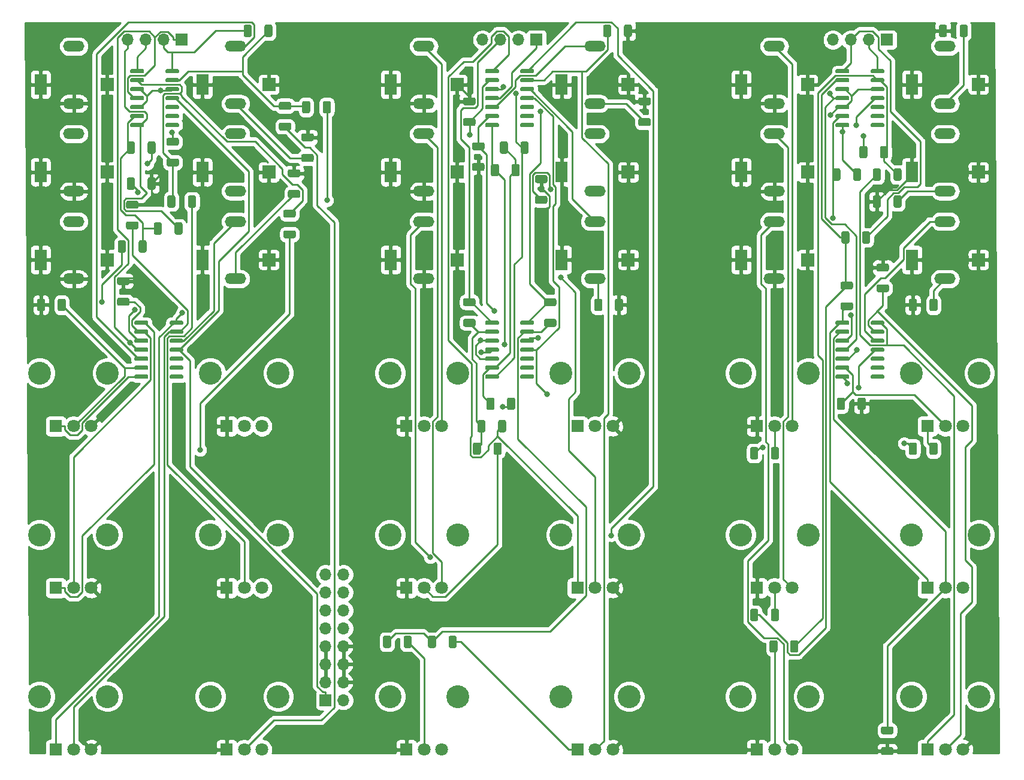
<source format=gbr>
%TF.GenerationSoftware,KiCad,Pcbnew,(5.1.8)-1*%
%TF.CreationDate,2021-01-26T23:12:48-05:00*%
%TF.ProjectId,LedController2,4c656443-6f6e-4747-926f-6c6c6572322e,rev?*%
%TF.SameCoordinates,Original*%
%TF.FileFunction,Copper,L2,Bot*%
%TF.FilePolarity,Positive*%
%FSLAX46Y46*%
G04 Gerber Fmt 4.6, Leading zero omitted, Abs format (unit mm)*
G04 Created by KiCad (PCBNEW (5.1.8)-1) date 2021-01-26 23:12:48*
%MOMM*%
%LPD*%
G01*
G04 APERTURE LIST*
%TA.AperFunction,ComponentPad*%
%ADD10R,1.750000X3.000000*%
%TD*%
%TA.AperFunction,ComponentPad*%
%ADD11R,1.850000X1.850000*%
%TD*%
%TA.AperFunction,ComponentPad*%
%ADD12O,3.000000X1.524000*%
%TD*%
%TA.AperFunction,ComponentPad*%
%ADD13C,3.240000*%
%TD*%
%TA.AperFunction,ComponentPad*%
%ADD14C,1.800000*%
%TD*%
%TA.AperFunction,ComponentPad*%
%ADD15R,1.800000X1.800000*%
%TD*%
%TA.AperFunction,ComponentPad*%
%ADD16O,1.700000X1.700000*%
%TD*%
%TA.AperFunction,ComponentPad*%
%ADD17R,1.700000X1.700000*%
%TD*%
%TA.AperFunction,ViaPad*%
%ADD18C,0.800000*%
%TD*%
%TA.AperFunction,Conductor*%
%ADD19C,0.250000*%
%TD*%
%TA.AperFunction,Conductor*%
%ADD20C,0.254000*%
%TD*%
%TA.AperFunction,Conductor*%
%ADD21C,0.100000*%
%TD*%
G04 APERTURE END LIST*
%TO.P,R45,2*%
%TO.N,GND*%
%TA.AperFunction,SMDPad,CuDef*%
G36*
G01*
X122290000Y-25409999D02*
X122290000Y-26660001D01*
G75*
G02*
X122040001Y-26910000I-249999J0D01*
G01*
X121414999Y-26910000D01*
G75*
G02*
X121165000Y-26660001I0J249999D01*
G01*
X121165000Y-25409999D01*
G75*
G02*
X121414999Y-25160000I249999J0D01*
G01*
X122040001Y-25160000D01*
G75*
G02*
X122290000Y-25409999I0J-249999D01*
G01*
G37*
%TD.AperFunction*%
%TO.P,R45,1*%
%TO.N,Net-(Audio_G_3-PadTN)*%
%TA.AperFunction,SMDPad,CuDef*%
G36*
G01*
X125215000Y-25409999D02*
X125215000Y-26660001D01*
G75*
G02*
X124965001Y-26910000I-249999J0D01*
G01*
X124339999Y-26910000D01*
G75*
G02*
X124090000Y-26660001I0J249999D01*
G01*
X124090000Y-25409999D01*
G75*
G02*
X124339999Y-25160000I249999J0D01*
G01*
X124965001Y-25160000D01*
G75*
G02*
X125215000Y-25409999I0J-249999D01*
G01*
G37*
%TD.AperFunction*%
%TD*%
%TO.P,R44,2*%
%TO.N,GND*%
%TA.AperFunction,SMDPad,CuDef*%
G36*
G01*
X131622000Y-1279999D02*
X131622000Y-2530001D01*
G75*
G02*
X131372001Y-2780000I-249999J0D01*
G01*
X130746999Y-2780000D01*
G75*
G02*
X130497000Y-2530001I0J249999D01*
G01*
X130497000Y-1279999D01*
G75*
G02*
X130746999Y-1030000I249999J0D01*
G01*
X131372001Y-1030000D01*
G75*
G02*
X131622000Y-1279999I0J-249999D01*
G01*
G37*
%TD.AperFunction*%
%TO.P,R44,1*%
%TO.N,Net-(Audio_R_3-PadTN)*%
%TA.AperFunction,SMDPad,CuDef*%
G36*
G01*
X134547000Y-1279999D02*
X134547000Y-2530001D01*
G75*
G02*
X134297001Y-2780000I-249999J0D01*
G01*
X133671999Y-2780000D01*
G75*
G02*
X133422000Y-2530001I0J249999D01*
G01*
X133422000Y-1279999D01*
G75*
G02*
X133671999Y-1030000I249999J0D01*
G01*
X134297001Y-1030000D01*
G75*
G02*
X134547000Y-1279999I0J-249999D01*
G01*
G37*
%TD.AperFunction*%
%TD*%
%TO.P,R43,2*%
%TO.N,GND*%
%TA.AperFunction,SMDPad,CuDef*%
G36*
G01*
X127370000Y-40014999D02*
X127370000Y-41265001D01*
G75*
G02*
X127120001Y-41515000I-249999J0D01*
G01*
X126494999Y-41515000D01*
G75*
G02*
X126245000Y-41265001I0J249999D01*
G01*
X126245000Y-40014999D01*
G75*
G02*
X126494999Y-39765000I249999J0D01*
G01*
X127120001Y-39765000D01*
G75*
G02*
X127370000Y-40014999I0J-249999D01*
G01*
G37*
%TD.AperFunction*%
%TO.P,R43,1*%
%TO.N,Net-(Audio_B_3-PadTN)*%
%TA.AperFunction,SMDPad,CuDef*%
G36*
G01*
X130295000Y-40014999D02*
X130295000Y-41265001D01*
G75*
G02*
X130045001Y-41515000I-249999J0D01*
G01*
X129419999Y-41515000D01*
G75*
G02*
X129170000Y-41265001I0J249999D01*
G01*
X129170000Y-40014999D01*
G75*
G02*
X129419999Y-39765000I249999J0D01*
G01*
X130045001Y-39765000D01*
G75*
G02*
X130295000Y-40014999I0J-249999D01*
G01*
G37*
%TD.AperFunction*%
%TD*%
%TO.P,R42,2*%
%TO.N,GND*%
%TA.AperFunction,SMDPad,CuDef*%
G36*
G01*
X74920001Y-23422500D02*
X73669999Y-23422500D01*
G75*
G02*
X73420000Y-23172501I0J249999D01*
G01*
X73420000Y-22547499D01*
G75*
G02*
X73669999Y-22297500I249999J0D01*
G01*
X74920001Y-22297500D01*
G75*
G02*
X75170000Y-22547499I0J-249999D01*
G01*
X75170000Y-23172501D01*
G75*
G02*
X74920001Y-23422500I-249999J0D01*
G01*
G37*
%TD.AperFunction*%
%TO.P,R42,1*%
%TO.N,Net-(Audio_G_2-PadTN)*%
%TA.AperFunction,SMDPad,CuDef*%
G36*
G01*
X74920001Y-26347500D02*
X73669999Y-26347500D01*
G75*
G02*
X73420000Y-26097501I0J249999D01*
G01*
X73420000Y-25472499D01*
G75*
G02*
X73669999Y-25222500I249999J0D01*
G01*
X74920001Y-25222500D01*
G75*
G02*
X75170000Y-25472499I0J-249999D01*
G01*
X75170000Y-26097501D01*
G75*
G02*
X74920001Y-26347500I-249999J0D01*
G01*
G37*
%TD.AperFunction*%
%TD*%
%TO.P,R41,2*%
%TO.N,GND*%
%TA.AperFunction,SMDPad,CuDef*%
G36*
G01*
X89525001Y-12435000D02*
X88274999Y-12435000D01*
G75*
G02*
X88025000Y-12185001I0J249999D01*
G01*
X88025000Y-11559999D01*
G75*
G02*
X88274999Y-11310000I249999J0D01*
G01*
X89525001Y-11310000D01*
G75*
G02*
X89775000Y-11559999I0J-249999D01*
G01*
X89775000Y-12185001D01*
G75*
G02*
X89525001Y-12435000I-249999J0D01*
G01*
G37*
%TD.AperFunction*%
%TO.P,R41,1*%
%TO.N,Net-(Audio_R_2-PadTN)*%
%TA.AperFunction,SMDPad,CuDef*%
G36*
G01*
X89525001Y-15360000D02*
X88274999Y-15360000D01*
G75*
G02*
X88025000Y-15110001I0J249999D01*
G01*
X88025000Y-14484999D01*
G75*
G02*
X88274999Y-14235000I249999J0D01*
G01*
X89525001Y-14235000D01*
G75*
G02*
X89775000Y-14484999I0J-249999D01*
G01*
X89775000Y-15110001D01*
G75*
G02*
X89525001Y-15360000I-249999J0D01*
G01*
G37*
%TD.AperFunction*%
%TD*%
%TO.P,R40,2*%
%TO.N,GND*%
%TA.AperFunction,SMDPad,CuDef*%
G36*
G01*
X84720000Y-41265001D02*
X84720000Y-40014999D01*
G75*
G02*
X84969999Y-39765000I249999J0D01*
G01*
X85595001Y-39765000D01*
G75*
G02*
X85845000Y-40014999I0J-249999D01*
G01*
X85845000Y-41265001D01*
G75*
G02*
X85595001Y-41515000I-249999J0D01*
G01*
X84969999Y-41515000D01*
G75*
G02*
X84720000Y-41265001I0J249999D01*
G01*
G37*
%TD.AperFunction*%
%TO.P,R40,1*%
%TO.N,Net-(Audio_B_2-PadTN)*%
%TA.AperFunction,SMDPad,CuDef*%
G36*
G01*
X81795000Y-41265001D02*
X81795000Y-40014999D01*
G75*
G02*
X82044999Y-39765000I249999J0D01*
G01*
X82670001Y-39765000D01*
G75*
G02*
X82920000Y-40014999I0J-249999D01*
G01*
X82920000Y-41265001D01*
G75*
G02*
X82670001Y-41515000I-249999J0D01*
G01*
X82044999Y-41515000D01*
G75*
G02*
X81795000Y-41265001I0J249999D01*
G01*
G37*
%TD.AperFunction*%
%TD*%
%TO.P,R39,2*%
%TO.N,GND*%
%TA.AperFunction,SMDPad,CuDef*%
G36*
G01*
X18680000Y-24120001D02*
X18680000Y-22869999D01*
G75*
G02*
X18929999Y-22620000I249999J0D01*
G01*
X19555001Y-22620000D01*
G75*
G02*
X19805000Y-22869999I0J-249999D01*
G01*
X19805000Y-24120001D01*
G75*
G02*
X19555001Y-24370000I-249999J0D01*
G01*
X18929999Y-24370000D01*
G75*
G02*
X18680000Y-24120001I0J249999D01*
G01*
G37*
%TD.AperFunction*%
%TO.P,R39,1*%
%TO.N,Net-(Audio_G_1-PadTN)*%
%TA.AperFunction,SMDPad,CuDef*%
G36*
G01*
X15755000Y-24120001D02*
X15755000Y-22869999D01*
G75*
G02*
X16004999Y-22620000I249999J0D01*
G01*
X16630001Y-22620000D01*
G75*
G02*
X16880000Y-22869999I0J-249999D01*
G01*
X16880000Y-24120001D01*
G75*
G02*
X16630001Y-24370000I-249999J0D01*
G01*
X16004999Y-24370000D01*
G75*
G02*
X15755000Y-24120001I0J249999D01*
G01*
G37*
%TD.AperFunction*%
%TD*%
%TO.P,R38,2*%
%TO.N,GND*%
%TA.AperFunction,SMDPad,CuDef*%
G36*
G01*
X41900001Y-17515000D02*
X40649999Y-17515000D01*
G75*
G02*
X40400000Y-17265001I0J249999D01*
G01*
X40400000Y-16639999D01*
G75*
G02*
X40649999Y-16390000I249999J0D01*
G01*
X41900001Y-16390000D01*
G75*
G02*
X42150000Y-16639999I0J-249999D01*
G01*
X42150000Y-17265001D01*
G75*
G02*
X41900001Y-17515000I-249999J0D01*
G01*
G37*
%TD.AperFunction*%
%TO.P,R38,1*%
%TO.N,Net-(Audio_R_1-PadTN)*%
%TA.AperFunction,SMDPad,CuDef*%
G36*
G01*
X41900001Y-20440000D02*
X40649999Y-20440000D01*
G75*
G02*
X40400000Y-20190001I0J249999D01*
G01*
X40400000Y-19564999D01*
G75*
G02*
X40649999Y-19315000I249999J0D01*
G01*
X41900001Y-19315000D01*
G75*
G02*
X42150000Y-19564999I0J-249999D01*
G01*
X42150000Y-20190001D01*
G75*
G02*
X41900001Y-20440000I-249999J0D01*
G01*
G37*
%TD.AperFunction*%
%TD*%
%TO.P,R37,2*%
%TO.N,GND*%
%TA.AperFunction,SMDPad,CuDef*%
G36*
G01*
X39995001Y-22595000D02*
X38744999Y-22595000D01*
G75*
G02*
X38495000Y-22345001I0J249999D01*
G01*
X38495000Y-21719999D01*
G75*
G02*
X38744999Y-21470000I249999J0D01*
G01*
X39995001Y-21470000D01*
G75*
G02*
X40245000Y-21719999I0J-249999D01*
G01*
X40245000Y-22345001D01*
G75*
G02*
X39995001Y-22595000I-249999J0D01*
G01*
G37*
%TD.AperFunction*%
%TO.P,R37,1*%
%TO.N,Net-(Audio_B_1-PadTN)*%
%TA.AperFunction,SMDPad,CuDef*%
G36*
G01*
X39995001Y-25520000D02*
X38744999Y-25520000D01*
G75*
G02*
X38495000Y-25270001I0J249999D01*
G01*
X38495000Y-24644999D01*
G75*
G02*
X38744999Y-24395000I249999J0D01*
G01*
X39995001Y-24395000D01*
G75*
G02*
X40245000Y-24644999I0J-249999D01*
G01*
X40245000Y-25270001D01*
G75*
G02*
X39995001Y-25520000I-249999J0D01*
G01*
G37*
%TD.AperFunction*%
%TD*%
D10*
%TO.P,G_CV_IN_3,S*%
%TO.N,GND*%
X102550000Y-21872500D03*
D11*
X111950000Y-21872500D03*
D12*
%TO.P,G_CV_IN_3,TN*%
X107250000Y-24572500D03*
%TO.P,G_CV_IN_3,T*%
%TO.N,Net-(G_CV_3-Pad3)*%
X107250000Y-16472500D03*
%TD*%
D10*
%TO.P,B_CV_IN_3,S*%
%TO.N,GND*%
X102550000Y-34255000D03*
D11*
X111950000Y-34255000D03*
D12*
%TO.P,B_CV_IN_3,TN*%
X107250000Y-36955000D03*
%TO.P,B_CV_IN_3,T*%
%TO.N,Net-(B_CV_3-Pad3)*%
X107250000Y-28855000D03*
%TD*%
D10*
%TO.P,R_CV_IN_3,S*%
%TO.N,GND*%
X102550000Y-9490000D03*
D11*
X111950000Y-9490000D03*
D12*
%TO.P,R_CV_IN_3,TN*%
X107250000Y-12190000D03*
%TO.P,R_CV_IN_3,T*%
%TO.N,Net-(R_CV_3-Pad3)*%
X107250000Y-4090000D03*
%TD*%
D10*
%TO.P,G_CV_IN_2,S*%
%TO.N,GND*%
X53020000Y-21872500D03*
D11*
X62420000Y-21872500D03*
D12*
%TO.P,G_CV_IN_2,TN*%
X57720000Y-24572500D03*
%TO.P,G_CV_IN_2,T*%
%TO.N,Net-(G_CV_2-Pad3)*%
X57720000Y-16472500D03*
%TD*%
D10*
%TO.P,B_CV_IN_2,S*%
%TO.N,GND*%
X53020000Y-34255000D03*
D11*
X62420000Y-34255000D03*
D12*
%TO.P,B_CV_IN_2,TN*%
X57720000Y-36955000D03*
%TO.P,B_CV_IN_2,T*%
%TO.N,Net-(B_CV_2-Pad3)*%
X57720000Y-28855000D03*
%TD*%
D10*
%TO.P,R_CV_IN_2,S*%
%TO.N,GND*%
X53020000Y-9490000D03*
D11*
X62420000Y-9490000D03*
D12*
%TO.P,R_CV_IN_2,TN*%
X57720000Y-12190000D03*
%TO.P,R_CV_IN_2,T*%
%TO.N,Net-(R_CV_2-Pad3)*%
X57720000Y-4090000D03*
%TD*%
D10*
%TO.P,G_CV_IN_1,S*%
%TO.N,GND*%
X3555000Y-21872500D03*
D11*
X12955000Y-21872500D03*
D12*
%TO.P,G_CV_IN_1,TN*%
X8255000Y-24572500D03*
%TO.P,G_CV_IN_1,T*%
%TO.N,Net-(G_CV_1-Pad3)*%
X8255000Y-16472500D03*
%TD*%
D10*
%TO.P,B_CV_IN_1,S*%
%TO.N,GND*%
X3555000Y-34255000D03*
D11*
X12955000Y-34255000D03*
D12*
%TO.P,B_CV_IN_1,TN*%
X8255000Y-36955000D03*
%TO.P,B_CV_IN_1,T*%
%TO.N,Net-(B_CV_1-Pad3)*%
X8255000Y-28855000D03*
%TD*%
D10*
%TO.P,R_CV_IN_1,S*%
%TO.N,GND*%
X3555000Y-9490000D03*
D11*
X12955000Y-9490000D03*
D12*
%TO.P,R_CV_IN_1,TN*%
X8255000Y-12190000D03*
%TO.P,R_CV_IN_1,T*%
%TO.N,Net-(R_CV_1-Pad3)*%
X8255000Y-4090000D03*
%TD*%
D10*
%TO.P,Audio_R_3,S*%
%TO.N,GND*%
X126680000Y-9490000D03*
D11*
X136080000Y-9490000D03*
D12*
%TO.P,Audio_R_3,TN*%
%TO.N,Net-(Audio_R_3-PadTN)*%
X131380000Y-12190000D03*
%TO.P,Audio_R_3,T*%
%TO.N,Net-(Audio_R_3-PadT)*%
X131380000Y-4090000D03*
%TD*%
D10*
%TO.P,Audio_B_3,S*%
%TO.N,GND*%
X126680000Y-34255000D03*
D11*
X136080000Y-34255000D03*
D12*
%TO.P,Audio_B_3,TN*%
%TO.N,Net-(Audio_B_3-PadTN)*%
X131380000Y-36955000D03*
%TO.P,Audio_B_3,T*%
%TO.N,Net-(Audio_B_3-PadT)*%
X131380000Y-28855000D03*
%TD*%
D10*
%TO.P,Audio_G_3,S*%
%TO.N,GND*%
X126680000Y-21872500D03*
D11*
X136080000Y-21872500D03*
D12*
%TO.P,Audio_G_3,TN*%
%TO.N,Net-(Audio_G_3-PadTN)*%
X131380000Y-24572500D03*
%TO.P,Audio_G_3,T*%
%TO.N,Net-(Audio_G_3-PadT)*%
X131380000Y-16472500D03*
%TD*%
D10*
%TO.P,Audio_R_2,S*%
%TO.N,GND*%
X77190000Y-9490000D03*
D11*
X86590000Y-9490000D03*
D12*
%TO.P,Audio_R_2,TN*%
%TO.N,Net-(Audio_R_2-PadTN)*%
X81890000Y-12190000D03*
%TO.P,Audio_R_2,T*%
%TO.N,Net-(Audio_R_2-PadT)*%
X81890000Y-4090000D03*
%TD*%
D10*
%TO.P,Audio_B_2,S*%
%TO.N,GND*%
X77190000Y-34255000D03*
D11*
X86590000Y-34255000D03*
D12*
%TO.P,Audio_B_2,TN*%
%TO.N,Net-(Audio_B_2-PadTN)*%
X81890000Y-36955000D03*
%TO.P,Audio_B_2,T*%
%TO.N,Net-(Audio_B_2-PadT)*%
X81890000Y-28855000D03*
%TD*%
D10*
%TO.P,Audio_G_2,S*%
%TO.N,GND*%
X77190000Y-21872500D03*
D11*
X86590000Y-21872500D03*
D12*
%TO.P,Audio_G_2,TN*%
%TO.N,Net-(Audio_G_2-PadTN)*%
X81890000Y-24572500D03*
%TO.P,Audio_G_2,T*%
%TO.N,Net-(Audio_G_2-PadT)*%
X81890000Y-16472500D03*
%TD*%
D10*
%TO.P,Audio_R_1,S*%
%TO.N,GND*%
X26415000Y-9490000D03*
D11*
X35815000Y-9490000D03*
D12*
%TO.P,Audio_R_1,TN*%
%TO.N,Net-(Audio_R_1-PadTN)*%
X31115000Y-12190000D03*
%TO.P,Audio_R_1,T*%
%TO.N,Net-(Audio_R_1-PadT)*%
X31115000Y-4090000D03*
%TD*%
D10*
%TO.P,Audio_B_1,S*%
%TO.N,GND*%
X26415000Y-34255000D03*
D11*
X35815000Y-34255000D03*
D12*
%TO.P,Audio_B_1,TN*%
%TO.N,Net-(Audio_B_1-PadTN)*%
X31115000Y-36955000D03*
%TO.P,Audio_B_1,T*%
%TO.N,Net-(Audio_B_1-PadT)*%
X31115000Y-28855000D03*
%TD*%
D10*
%TO.P,Audio_G_1,S*%
%TO.N,GND*%
X26415000Y-21872500D03*
D11*
X35815000Y-21872500D03*
D12*
%TO.P,Audio_G_1,TN*%
%TO.N,Net-(Audio_G_1-PadTN)*%
X31115000Y-24572500D03*
%TO.P,Audio_G_1,T*%
%TO.N,Net-(Audio_G_1-PadT)*%
X31115000Y-16472500D03*
%TD*%
D13*
%TO.P,G_CV_3,*%
%TO.N,*%
X102475000Y-73145000D03*
X112075000Y-73145000D03*
D14*
%TO.P,G_CV_3,3*%
%TO.N,Net-(G_CV_3-Pad3)*%
X109775000Y-80645000D03*
%TO.P,G_CV_3,2*%
%TO.N,Net-(G_CV_3-Pad2)*%
X107275000Y-80645000D03*
D15*
%TO.P,G_CV_3,1*%
%TO.N,GND*%
X104775000Y-80645000D03*
%TD*%
D13*
%TO.P,B_CV_3,*%
%TO.N,*%
X102475000Y-96005000D03*
X112075000Y-96005000D03*
D14*
%TO.P,B_CV_3,3*%
%TO.N,Net-(B_CV_3-Pad3)*%
X109775000Y-103505000D03*
%TO.P,B_CV_3,2*%
%TO.N,Net-(B_CV_3-Pad2)*%
X107275000Y-103505000D03*
D15*
%TO.P,B_CV_3,1*%
%TO.N,GND*%
X104775000Y-103505000D03*
%TD*%
D13*
%TO.P,R_CV_3,*%
%TO.N,*%
X102475000Y-50285000D03*
X112075000Y-50285000D03*
D14*
%TO.P,R_CV_3,3*%
%TO.N,Net-(R_CV_3-Pad3)*%
X109775000Y-57785000D03*
%TO.P,R_CV_3,2*%
%TO.N,Net-(R25-Pad2)*%
X107275000Y-57785000D03*
D15*
%TO.P,R_CV_3,1*%
%TO.N,GND*%
X104775000Y-57785000D03*
%TD*%
D13*
%TO.P,G_CV_2,*%
%TO.N,*%
X52945000Y-73145000D03*
X62545000Y-73145000D03*
D14*
%TO.P,G_CV_2,3*%
%TO.N,Net-(G_CV_2-Pad3)*%
X60245000Y-80645000D03*
%TO.P,G_CV_2,2*%
%TO.N,Net-(G_CV_2-Pad2)*%
X57745000Y-80645000D03*
D15*
%TO.P,G_CV_2,1*%
%TO.N,GND*%
X55245000Y-80645000D03*
%TD*%
D13*
%TO.P,B_CV_2,*%
%TO.N,*%
X52945000Y-96005000D03*
X62545000Y-96005000D03*
D14*
%TO.P,B_CV_2,3*%
%TO.N,Net-(B_CV_2-Pad3)*%
X60245000Y-103505000D03*
%TO.P,B_CV_2,2*%
%TO.N,Net-(B_CV_2-Pad2)*%
X57745000Y-103505000D03*
D15*
%TO.P,B_CV_2,1*%
%TO.N,GND*%
X55245000Y-103505000D03*
%TD*%
D13*
%TO.P,R_CV_2,*%
%TO.N,*%
X52945000Y-50285000D03*
X62545000Y-50285000D03*
D14*
%TO.P,R_CV_2,3*%
%TO.N,Net-(R_CV_2-Pad3)*%
X60245000Y-57785000D03*
%TO.P,R_CV_2,2*%
%TO.N,Net-(R13-Pad2)*%
X57745000Y-57785000D03*
D15*
%TO.P,R_CV_2,1*%
%TO.N,GND*%
X55245000Y-57785000D03*
%TD*%
D13*
%TO.P,G_CV_1,*%
%TO.N,*%
X27545000Y-73145000D03*
X37145000Y-73145000D03*
D14*
%TO.P,G_CV_1,3*%
%TO.N,Net-(G_CV_1-Pad3)*%
X34845000Y-80645000D03*
%TO.P,G_CV_1,2*%
%TO.N,Net-(G_CV_1-Pad2)*%
X32345000Y-80645000D03*
D15*
%TO.P,G_CV_1,1*%
%TO.N,GND*%
X29845000Y-80645000D03*
%TD*%
D13*
%TO.P,B_CV_1,*%
%TO.N,*%
X27545000Y-96005000D03*
X37145000Y-96005000D03*
D14*
%TO.P,B_CV_1,3*%
%TO.N,Net-(B_CV_1-Pad3)*%
X34845000Y-103505000D03*
%TO.P,B_CV_1,2*%
%TO.N,Net-(B_CV_1-Pad2)*%
X32345000Y-103505000D03*
D15*
%TO.P,B_CV_1,1*%
%TO.N,GND*%
X29845000Y-103505000D03*
%TD*%
D13*
%TO.P,R_CV_1,*%
%TO.N,*%
X27545000Y-50285000D03*
X37145000Y-50285000D03*
D14*
%TO.P,R_CV_1,3*%
%TO.N,Net-(R_CV_1-Pad3)*%
X34845000Y-57785000D03*
%TO.P,R_CV_1,2*%
%TO.N,Net-(R1-Pad2)*%
X32345000Y-57785000D03*
D15*
%TO.P,R_CV_1,1*%
%TO.N,GND*%
X29845000Y-57785000D03*
%TD*%
D13*
%TO.P,B_A_RV1,*%
%TO.N,*%
X3415000Y-96005000D03*
X13015000Y-96005000D03*
D14*
%TO.P,B_A_RV1,3*%
%TO.N,GND*%
X10715000Y-103505000D03*
%TO.P,B_A_RV1,2*%
%TO.N,Net-(B_A_RV1-Pad2)*%
X8215000Y-103505000D03*
D15*
%TO.P,B_A_RV1,1*%
%TO.N,/StripControl1/sheet600AC493/Audio_Signal_B*%
X5715000Y-103505000D03*
%TD*%
%TO.P,U5,14*%
%TO.N,N/C*%
%TA.AperFunction,SMDPad,CuDef*%
G36*
G01*
X120840000Y-15390000D02*
X120840000Y-15090000D01*
G75*
G02*
X120990000Y-14940000I150000J0D01*
G01*
X122640000Y-14940000D01*
G75*
G02*
X122790000Y-15090000I0J-150000D01*
G01*
X122790000Y-15390000D01*
G75*
G02*
X122640000Y-15540000I-150000J0D01*
G01*
X120990000Y-15540000D01*
G75*
G02*
X120840000Y-15390000I0J150000D01*
G01*
G37*
%TD.AperFunction*%
%TO.P,U5,13*%
%TA.AperFunction,SMDPad,CuDef*%
G36*
G01*
X120840000Y-14120000D02*
X120840000Y-13820000D01*
G75*
G02*
X120990000Y-13670000I150000J0D01*
G01*
X122640000Y-13670000D01*
G75*
G02*
X122790000Y-13820000I0J-150000D01*
G01*
X122790000Y-14120000D01*
G75*
G02*
X122640000Y-14270000I-150000J0D01*
G01*
X120990000Y-14270000D01*
G75*
G02*
X120840000Y-14120000I0J150000D01*
G01*
G37*
%TD.AperFunction*%
%TO.P,U5,12*%
%TA.AperFunction,SMDPad,CuDef*%
G36*
G01*
X120840000Y-12850000D02*
X120840000Y-12550000D01*
G75*
G02*
X120990000Y-12400000I150000J0D01*
G01*
X122640000Y-12400000D01*
G75*
G02*
X122790000Y-12550000I0J-150000D01*
G01*
X122790000Y-12850000D01*
G75*
G02*
X122640000Y-13000000I-150000J0D01*
G01*
X120990000Y-13000000D01*
G75*
G02*
X120840000Y-12850000I0J150000D01*
G01*
G37*
%TD.AperFunction*%
%TO.P,U5,11*%
%TO.N,-12V*%
%TA.AperFunction,SMDPad,CuDef*%
G36*
G01*
X120840000Y-11580000D02*
X120840000Y-11280000D01*
G75*
G02*
X120990000Y-11130000I150000J0D01*
G01*
X122640000Y-11130000D01*
G75*
G02*
X122790000Y-11280000I0J-150000D01*
G01*
X122790000Y-11580000D01*
G75*
G02*
X122640000Y-11730000I-150000J0D01*
G01*
X120990000Y-11730000D01*
G75*
G02*
X120840000Y-11580000I0J150000D01*
G01*
G37*
%TD.AperFunction*%
%TO.P,U5,10*%
%TO.N,+5V*%
%TA.AperFunction,SMDPad,CuDef*%
G36*
G01*
X120840000Y-10310000D02*
X120840000Y-10010000D01*
G75*
G02*
X120990000Y-9860000I150000J0D01*
G01*
X122640000Y-9860000D01*
G75*
G02*
X122790000Y-10010000I0J-150000D01*
G01*
X122790000Y-10310000D01*
G75*
G02*
X122640000Y-10460000I-150000J0D01*
G01*
X120990000Y-10460000D01*
G75*
G02*
X120840000Y-10310000I0J150000D01*
G01*
G37*
%TD.AperFunction*%
%TO.P,U5,9*%
%TO.N,/StripControl3/B_Audio*%
%TA.AperFunction,SMDPad,CuDef*%
G36*
G01*
X120840000Y-9040000D02*
X120840000Y-8740000D01*
G75*
G02*
X120990000Y-8590000I150000J0D01*
G01*
X122640000Y-8590000D01*
G75*
G02*
X122790000Y-8740000I0J-150000D01*
G01*
X122790000Y-9040000D01*
G75*
G02*
X122640000Y-9190000I-150000J0D01*
G01*
X120990000Y-9190000D01*
G75*
G02*
X120840000Y-9040000I0J150000D01*
G01*
G37*
%TD.AperFunction*%
%TO.P,U5,8*%
%TO.N,/StripControl3/G_Out*%
%TA.AperFunction,SMDPad,CuDef*%
G36*
G01*
X120840000Y-7770000D02*
X120840000Y-7470000D01*
G75*
G02*
X120990000Y-7320000I150000J0D01*
G01*
X122640000Y-7320000D01*
G75*
G02*
X122790000Y-7470000I0J-150000D01*
G01*
X122790000Y-7770000D01*
G75*
G02*
X122640000Y-7920000I-150000J0D01*
G01*
X120990000Y-7920000D01*
G75*
G02*
X120840000Y-7770000I0J150000D01*
G01*
G37*
%TD.AperFunction*%
%TO.P,U5,7*%
%TO.N,/StripControl3/B_Out*%
%TA.AperFunction,SMDPad,CuDef*%
G36*
G01*
X115890000Y-7770000D02*
X115890000Y-7470000D01*
G75*
G02*
X116040000Y-7320000I150000J0D01*
G01*
X117690000Y-7320000D01*
G75*
G02*
X117840000Y-7470000I0J-150000D01*
G01*
X117840000Y-7770000D01*
G75*
G02*
X117690000Y-7920000I-150000J0D01*
G01*
X116040000Y-7920000D01*
G75*
G02*
X115890000Y-7770000I0J150000D01*
G01*
G37*
%TD.AperFunction*%
%TO.P,U5,6*%
%TO.N,/StripControl3/G_Audio*%
%TA.AperFunction,SMDPad,CuDef*%
G36*
G01*
X115890000Y-9040000D02*
X115890000Y-8740000D01*
G75*
G02*
X116040000Y-8590000I150000J0D01*
G01*
X117690000Y-8590000D01*
G75*
G02*
X117840000Y-8740000I0J-150000D01*
G01*
X117840000Y-9040000D01*
G75*
G02*
X117690000Y-9190000I-150000J0D01*
G01*
X116040000Y-9190000D01*
G75*
G02*
X115890000Y-9040000I0J150000D01*
G01*
G37*
%TD.AperFunction*%
%TO.P,U5,5*%
%TO.N,+5V*%
%TA.AperFunction,SMDPad,CuDef*%
G36*
G01*
X115890000Y-10310000D02*
X115890000Y-10010000D01*
G75*
G02*
X116040000Y-9860000I150000J0D01*
G01*
X117690000Y-9860000D01*
G75*
G02*
X117840000Y-10010000I0J-150000D01*
G01*
X117840000Y-10310000D01*
G75*
G02*
X117690000Y-10460000I-150000J0D01*
G01*
X116040000Y-10460000D01*
G75*
G02*
X115890000Y-10310000I0J150000D01*
G01*
G37*
%TD.AperFunction*%
%TO.P,U5,4*%
%TO.N,+12V*%
%TA.AperFunction,SMDPad,CuDef*%
G36*
G01*
X115890000Y-11580000D02*
X115890000Y-11280000D01*
G75*
G02*
X116040000Y-11130000I150000J0D01*
G01*
X117690000Y-11130000D01*
G75*
G02*
X117840000Y-11280000I0J-150000D01*
G01*
X117840000Y-11580000D01*
G75*
G02*
X117690000Y-11730000I-150000J0D01*
G01*
X116040000Y-11730000D01*
G75*
G02*
X115890000Y-11580000I0J150000D01*
G01*
G37*
%TD.AperFunction*%
%TO.P,U5,3*%
%TO.N,+5V*%
%TA.AperFunction,SMDPad,CuDef*%
G36*
G01*
X115890000Y-12850000D02*
X115890000Y-12550000D01*
G75*
G02*
X116040000Y-12400000I150000J0D01*
G01*
X117690000Y-12400000D01*
G75*
G02*
X117840000Y-12550000I0J-150000D01*
G01*
X117840000Y-12850000D01*
G75*
G02*
X117690000Y-13000000I-150000J0D01*
G01*
X116040000Y-13000000D01*
G75*
G02*
X115890000Y-12850000I0J150000D01*
G01*
G37*
%TD.AperFunction*%
%TO.P,U5,2*%
%TO.N,/StripControl3/R_Audio*%
%TA.AperFunction,SMDPad,CuDef*%
G36*
G01*
X115890000Y-14120000D02*
X115890000Y-13820000D01*
G75*
G02*
X116040000Y-13670000I150000J0D01*
G01*
X117690000Y-13670000D01*
G75*
G02*
X117840000Y-13820000I0J-150000D01*
G01*
X117840000Y-14120000D01*
G75*
G02*
X117690000Y-14270000I-150000J0D01*
G01*
X116040000Y-14270000D01*
G75*
G02*
X115890000Y-14120000I0J150000D01*
G01*
G37*
%TD.AperFunction*%
%TO.P,U5,1*%
%TO.N,/StripControl3/R_out*%
%TA.AperFunction,SMDPad,CuDef*%
G36*
G01*
X115890000Y-15390000D02*
X115890000Y-15090000D01*
G75*
G02*
X116040000Y-14940000I150000J0D01*
G01*
X117690000Y-14940000D01*
G75*
G02*
X117840000Y-15090000I0J-150000D01*
G01*
X117840000Y-15390000D01*
G75*
G02*
X117690000Y-15540000I-150000J0D01*
G01*
X116040000Y-15540000D01*
G75*
G02*
X115890000Y-15390000I0J150000D01*
G01*
G37*
%TD.AperFunction*%
%TD*%
%TO.P,U3,14*%
%TO.N,N/C*%
%TA.AperFunction,SMDPad,CuDef*%
G36*
G01*
X71330000Y-50950000D02*
X71330000Y-50650000D01*
G75*
G02*
X71480000Y-50500000I150000J0D01*
G01*
X73130000Y-50500000D01*
G75*
G02*
X73280000Y-50650000I0J-150000D01*
G01*
X73280000Y-50950000D01*
G75*
G02*
X73130000Y-51100000I-150000J0D01*
G01*
X71480000Y-51100000D01*
G75*
G02*
X71330000Y-50950000I0J150000D01*
G01*
G37*
%TD.AperFunction*%
%TO.P,U3,13*%
%TA.AperFunction,SMDPad,CuDef*%
G36*
G01*
X71330000Y-49680000D02*
X71330000Y-49380000D01*
G75*
G02*
X71480000Y-49230000I150000J0D01*
G01*
X73130000Y-49230000D01*
G75*
G02*
X73280000Y-49380000I0J-150000D01*
G01*
X73280000Y-49680000D01*
G75*
G02*
X73130000Y-49830000I-150000J0D01*
G01*
X71480000Y-49830000D01*
G75*
G02*
X71330000Y-49680000I0J150000D01*
G01*
G37*
%TD.AperFunction*%
%TO.P,U3,12*%
%TA.AperFunction,SMDPad,CuDef*%
G36*
G01*
X71330000Y-48410000D02*
X71330000Y-48110000D01*
G75*
G02*
X71480000Y-47960000I150000J0D01*
G01*
X73130000Y-47960000D01*
G75*
G02*
X73280000Y-48110000I0J-150000D01*
G01*
X73280000Y-48410000D01*
G75*
G02*
X73130000Y-48560000I-150000J0D01*
G01*
X71480000Y-48560000D01*
G75*
G02*
X71330000Y-48410000I0J150000D01*
G01*
G37*
%TD.AperFunction*%
%TO.P,U3,11*%
%TO.N,-12V*%
%TA.AperFunction,SMDPad,CuDef*%
G36*
G01*
X71330000Y-47140000D02*
X71330000Y-46840000D01*
G75*
G02*
X71480000Y-46690000I150000J0D01*
G01*
X73130000Y-46690000D01*
G75*
G02*
X73280000Y-46840000I0J-150000D01*
G01*
X73280000Y-47140000D01*
G75*
G02*
X73130000Y-47290000I-150000J0D01*
G01*
X71480000Y-47290000D01*
G75*
G02*
X71330000Y-47140000I0J150000D01*
G01*
G37*
%TD.AperFunction*%
%TO.P,U3,10*%
%TO.N,+5V*%
%TA.AperFunction,SMDPad,CuDef*%
G36*
G01*
X71330000Y-45870000D02*
X71330000Y-45570000D01*
G75*
G02*
X71480000Y-45420000I150000J0D01*
G01*
X73130000Y-45420000D01*
G75*
G02*
X73280000Y-45570000I0J-150000D01*
G01*
X73280000Y-45870000D01*
G75*
G02*
X73130000Y-46020000I-150000J0D01*
G01*
X71480000Y-46020000D01*
G75*
G02*
X71330000Y-45870000I0J150000D01*
G01*
G37*
%TD.AperFunction*%
%TO.P,U3,9*%
%TO.N,/StripControl2/B_Audio*%
%TA.AperFunction,SMDPad,CuDef*%
G36*
G01*
X71330000Y-44600000D02*
X71330000Y-44300000D01*
G75*
G02*
X71480000Y-44150000I150000J0D01*
G01*
X73130000Y-44150000D01*
G75*
G02*
X73280000Y-44300000I0J-150000D01*
G01*
X73280000Y-44600000D01*
G75*
G02*
X73130000Y-44750000I-150000J0D01*
G01*
X71480000Y-44750000D01*
G75*
G02*
X71330000Y-44600000I0J150000D01*
G01*
G37*
%TD.AperFunction*%
%TO.P,U3,8*%
%TO.N,/StripControl2/G_Out*%
%TA.AperFunction,SMDPad,CuDef*%
G36*
G01*
X71330000Y-43330000D02*
X71330000Y-43030000D01*
G75*
G02*
X71480000Y-42880000I150000J0D01*
G01*
X73130000Y-42880000D01*
G75*
G02*
X73280000Y-43030000I0J-150000D01*
G01*
X73280000Y-43330000D01*
G75*
G02*
X73130000Y-43480000I-150000J0D01*
G01*
X71480000Y-43480000D01*
G75*
G02*
X71330000Y-43330000I0J150000D01*
G01*
G37*
%TD.AperFunction*%
%TO.P,U3,7*%
%TO.N,/StripControl2/B_Out*%
%TA.AperFunction,SMDPad,CuDef*%
G36*
G01*
X66380000Y-43330000D02*
X66380000Y-43030000D01*
G75*
G02*
X66530000Y-42880000I150000J0D01*
G01*
X68180000Y-42880000D01*
G75*
G02*
X68330000Y-43030000I0J-150000D01*
G01*
X68330000Y-43330000D01*
G75*
G02*
X68180000Y-43480000I-150000J0D01*
G01*
X66530000Y-43480000D01*
G75*
G02*
X66380000Y-43330000I0J150000D01*
G01*
G37*
%TD.AperFunction*%
%TO.P,U3,6*%
%TO.N,/StripControl2/G_Audio*%
%TA.AperFunction,SMDPad,CuDef*%
G36*
G01*
X66380000Y-44600000D02*
X66380000Y-44300000D01*
G75*
G02*
X66530000Y-44150000I150000J0D01*
G01*
X68180000Y-44150000D01*
G75*
G02*
X68330000Y-44300000I0J-150000D01*
G01*
X68330000Y-44600000D01*
G75*
G02*
X68180000Y-44750000I-150000J0D01*
G01*
X66530000Y-44750000D01*
G75*
G02*
X66380000Y-44600000I0J150000D01*
G01*
G37*
%TD.AperFunction*%
%TO.P,U3,5*%
%TO.N,+5V*%
%TA.AperFunction,SMDPad,CuDef*%
G36*
G01*
X66380000Y-45870000D02*
X66380000Y-45570000D01*
G75*
G02*
X66530000Y-45420000I150000J0D01*
G01*
X68180000Y-45420000D01*
G75*
G02*
X68330000Y-45570000I0J-150000D01*
G01*
X68330000Y-45870000D01*
G75*
G02*
X68180000Y-46020000I-150000J0D01*
G01*
X66530000Y-46020000D01*
G75*
G02*
X66380000Y-45870000I0J150000D01*
G01*
G37*
%TD.AperFunction*%
%TO.P,U3,4*%
%TO.N,+12V*%
%TA.AperFunction,SMDPad,CuDef*%
G36*
G01*
X66380000Y-47140000D02*
X66380000Y-46840000D01*
G75*
G02*
X66530000Y-46690000I150000J0D01*
G01*
X68180000Y-46690000D01*
G75*
G02*
X68330000Y-46840000I0J-150000D01*
G01*
X68330000Y-47140000D01*
G75*
G02*
X68180000Y-47290000I-150000J0D01*
G01*
X66530000Y-47290000D01*
G75*
G02*
X66380000Y-47140000I0J150000D01*
G01*
G37*
%TD.AperFunction*%
%TO.P,U3,3*%
%TO.N,+5V*%
%TA.AperFunction,SMDPad,CuDef*%
G36*
G01*
X66380000Y-48410000D02*
X66380000Y-48110000D01*
G75*
G02*
X66530000Y-47960000I150000J0D01*
G01*
X68180000Y-47960000D01*
G75*
G02*
X68330000Y-48110000I0J-150000D01*
G01*
X68330000Y-48410000D01*
G75*
G02*
X68180000Y-48560000I-150000J0D01*
G01*
X66530000Y-48560000D01*
G75*
G02*
X66380000Y-48410000I0J150000D01*
G01*
G37*
%TD.AperFunction*%
%TO.P,U3,2*%
%TO.N,/StripControl2/R_Audio*%
%TA.AperFunction,SMDPad,CuDef*%
G36*
G01*
X66380000Y-49680000D02*
X66380000Y-49380000D01*
G75*
G02*
X66530000Y-49230000I150000J0D01*
G01*
X68180000Y-49230000D01*
G75*
G02*
X68330000Y-49380000I0J-150000D01*
G01*
X68330000Y-49680000D01*
G75*
G02*
X68180000Y-49830000I-150000J0D01*
G01*
X66530000Y-49830000D01*
G75*
G02*
X66380000Y-49680000I0J150000D01*
G01*
G37*
%TD.AperFunction*%
%TO.P,U3,1*%
%TO.N,/StripControl2/R_out*%
%TA.AperFunction,SMDPad,CuDef*%
G36*
G01*
X66380000Y-50950000D02*
X66380000Y-50650000D01*
G75*
G02*
X66530000Y-50500000I150000J0D01*
G01*
X68180000Y-50500000D01*
G75*
G02*
X68330000Y-50650000I0J-150000D01*
G01*
X68330000Y-50950000D01*
G75*
G02*
X68180000Y-51100000I-150000J0D01*
G01*
X66530000Y-51100000D01*
G75*
G02*
X66380000Y-50950000I0J150000D01*
G01*
G37*
%TD.AperFunction*%
%TD*%
%TO.P,U1,14*%
%TO.N,N/C*%
%TA.AperFunction,SMDPad,CuDef*%
G36*
G01*
X21185000Y-15390000D02*
X21185000Y-15090000D01*
G75*
G02*
X21335000Y-14940000I150000J0D01*
G01*
X22985000Y-14940000D01*
G75*
G02*
X23135000Y-15090000I0J-150000D01*
G01*
X23135000Y-15390000D01*
G75*
G02*
X22985000Y-15540000I-150000J0D01*
G01*
X21335000Y-15540000D01*
G75*
G02*
X21185000Y-15390000I0J150000D01*
G01*
G37*
%TD.AperFunction*%
%TO.P,U1,13*%
%TA.AperFunction,SMDPad,CuDef*%
G36*
G01*
X21185000Y-14120000D02*
X21185000Y-13820000D01*
G75*
G02*
X21335000Y-13670000I150000J0D01*
G01*
X22985000Y-13670000D01*
G75*
G02*
X23135000Y-13820000I0J-150000D01*
G01*
X23135000Y-14120000D01*
G75*
G02*
X22985000Y-14270000I-150000J0D01*
G01*
X21335000Y-14270000D01*
G75*
G02*
X21185000Y-14120000I0J150000D01*
G01*
G37*
%TD.AperFunction*%
%TO.P,U1,12*%
%TA.AperFunction,SMDPad,CuDef*%
G36*
G01*
X21185000Y-12850000D02*
X21185000Y-12550000D01*
G75*
G02*
X21335000Y-12400000I150000J0D01*
G01*
X22985000Y-12400000D01*
G75*
G02*
X23135000Y-12550000I0J-150000D01*
G01*
X23135000Y-12850000D01*
G75*
G02*
X22985000Y-13000000I-150000J0D01*
G01*
X21335000Y-13000000D01*
G75*
G02*
X21185000Y-12850000I0J150000D01*
G01*
G37*
%TD.AperFunction*%
%TO.P,U1,11*%
%TO.N,-12V*%
%TA.AperFunction,SMDPad,CuDef*%
G36*
G01*
X21185000Y-11580000D02*
X21185000Y-11280000D01*
G75*
G02*
X21335000Y-11130000I150000J0D01*
G01*
X22985000Y-11130000D01*
G75*
G02*
X23135000Y-11280000I0J-150000D01*
G01*
X23135000Y-11580000D01*
G75*
G02*
X22985000Y-11730000I-150000J0D01*
G01*
X21335000Y-11730000D01*
G75*
G02*
X21185000Y-11580000I0J150000D01*
G01*
G37*
%TD.AperFunction*%
%TO.P,U1,10*%
%TO.N,+5V*%
%TA.AperFunction,SMDPad,CuDef*%
G36*
G01*
X21185000Y-10310000D02*
X21185000Y-10010000D01*
G75*
G02*
X21335000Y-9860000I150000J0D01*
G01*
X22985000Y-9860000D01*
G75*
G02*
X23135000Y-10010000I0J-150000D01*
G01*
X23135000Y-10310000D01*
G75*
G02*
X22985000Y-10460000I-150000J0D01*
G01*
X21335000Y-10460000D01*
G75*
G02*
X21185000Y-10310000I0J150000D01*
G01*
G37*
%TD.AperFunction*%
%TO.P,U1,9*%
%TO.N,/StripControl1/B_Audio*%
%TA.AperFunction,SMDPad,CuDef*%
G36*
G01*
X21185000Y-9040000D02*
X21185000Y-8740000D01*
G75*
G02*
X21335000Y-8590000I150000J0D01*
G01*
X22985000Y-8590000D01*
G75*
G02*
X23135000Y-8740000I0J-150000D01*
G01*
X23135000Y-9040000D01*
G75*
G02*
X22985000Y-9190000I-150000J0D01*
G01*
X21335000Y-9190000D01*
G75*
G02*
X21185000Y-9040000I0J150000D01*
G01*
G37*
%TD.AperFunction*%
%TO.P,U1,8*%
%TO.N,/StripControl1/G_Out*%
%TA.AperFunction,SMDPad,CuDef*%
G36*
G01*
X21185000Y-7770000D02*
X21185000Y-7470000D01*
G75*
G02*
X21335000Y-7320000I150000J0D01*
G01*
X22985000Y-7320000D01*
G75*
G02*
X23135000Y-7470000I0J-150000D01*
G01*
X23135000Y-7770000D01*
G75*
G02*
X22985000Y-7920000I-150000J0D01*
G01*
X21335000Y-7920000D01*
G75*
G02*
X21185000Y-7770000I0J150000D01*
G01*
G37*
%TD.AperFunction*%
%TO.P,U1,7*%
%TO.N,/StripControl1/B_Out*%
%TA.AperFunction,SMDPad,CuDef*%
G36*
G01*
X16235000Y-7770000D02*
X16235000Y-7470000D01*
G75*
G02*
X16385000Y-7320000I150000J0D01*
G01*
X18035000Y-7320000D01*
G75*
G02*
X18185000Y-7470000I0J-150000D01*
G01*
X18185000Y-7770000D01*
G75*
G02*
X18035000Y-7920000I-150000J0D01*
G01*
X16385000Y-7920000D01*
G75*
G02*
X16235000Y-7770000I0J150000D01*
G01*
G37*
%TD.AperFunction*%
%TO.P,U1,6*%
%TO.N,/StripControl1/G_Audio*%
%TA.AperFunction,SMDPad,CuDef*%
G36*
G01*
X16235000Y-9040000D02*
X16235000Y-8740000D01*
G75*
G02*
X16385000Y-8590000I150000J0D01*
G01*
X18035000Y-8590000D01*
G75*
G02*
X18185000Y-8740000I0J-150000D01*
G01*
X18185000Y-9040000D01*
G75*
G02*
X18035000Y-9190000I-150000J0D01*
G01*
X16385000Y-9190000D01*
G75*
G02*
X16235000Y-9040000I0J150000D01*
G01*
G37*
%TD.AperFunction*%
%TO.P,U1,5*%
%TO.N,+5V*%
%TA.AperFunction,SMDPad,CuDef*%
G36*
G01*
X16235000Y-10310000D02*
X16235000Y-10010000D01*
G75*
G02*
X16385000Y-9860000I150000J0D01*
G01*
X18035000Y-9860000D01*
G75*
G02*
X18185000Y-10010000I0J-150000D01*
G01*
X18185000Y-10310000D01*
G75*
G02*
X18035000Y-10460000I-150000J0D01*
G01*
X16385000Y-10460000D01*
G75*
G02*
X16235000Y-10310000I0J150000D01*
G01*
G37*
%TD.AperFunction*%
%TO.P,U1,4*%
%TO.N,+12V*%
%TA.AperFunction,SMDPad,CuDef*%
G36*
G01*
X16235000Y-11580000D02*
X16235000Y-11280000D01*
G75*
G02*
X16385000Y-11130000I150000J0D01*
G01*
X18035000Y-11130000D01*
G75*
G02*
X18185000Y-11280000I0J-150000D01*
G01*
X18185000Y-11580000D01*
G75*
G02*
X18035000Y-11730000I-150000J0D01*
G01*
X16385000Y-11730000D01*
G75*
G02*
X16235000Y-11580000I0J150000D01*
G01*
G37*
%TD.AperFunction*%
%TO.P,U1,3*%
%TO.N,+5V*%
%TA.AperFunction,SMDPad,CuDef*%
G36*
G01*
X16235000Y-12850000D02*
X16235000Y-12550000D01*
G75*
G02*
X16385000Y-12400000I150000J0D01*
G01*
X18035000Y-12400000D01*
G75*
G02*
X18185000Y-12550000I0J-150000D01*
G01*
X18185000Y-12850000D01*
G75*
G02*
X18035000Y-13000000I-150000J0D01*
G01*
X16385000Y-13000000D01*
G75*
G02*
X16235000Y-12850000I0J150000D01*
G01*
G37*
%TD.AperFunction*%
%TO.P,U1,2*%
%TO.N,/StripControl1/R_Audio*%
%TA.AperFunction,SMDPad,CuDef*%
G36*
G01*
X16235000Y-14120000D02*
X16235000Y-13820000D01*
G75*
G02*
X16385000Y-13670000I150000J0D01*
G01*
X18035000Y-13670000D01*
G75*
G02*
X18185000Y-13820000I0J-150000D01*
G01*
X18185000Y-14120000D01*
G75*
G02*
X18035000Y-14270000I-150000J0D01*
G01*
X16385000Y-14270000D01*
G75*
G02*
X16235000Y-14120000I0J150000D01*
G01*
G37*
%TD.AperFunction*%
%TO.P,U1,1*%
%TO.N,/StripControl1/R_out*%
%TA.AperFunction,SMDPad,CuDef*%
G36*
G01*
X16235000Y-15390000D02*
X16235000Y-15090000D01*
G75*
G02*
X16385000Y-14940000I150000J0D01*
G01*
X18035000Y-14940000D01*
G75*
G02*
X18185000Y-15090000I0J-150000D01*
G01*
X18185000Y-15390000D01*
G75*
G02*
X18035000Y-15540000I-150000J0D01*
G01*
X16385000Y-15540000D01*
G75*
G02*
X16235000Y-15390000I0J150000D01*
G01*
G37*
%TD.AperFunction*%
%TD*%
%TO.P,U6,14*%
%TO.N,N/C*%
%TA.AperFunction,SMDPad,CuDef*%
G36*
G01*
X120840000Y-50950000D02*
X120840000Y-50650000D01*
G75*
G02*
X120990000Y-50500000I150000J0D01*
G01*
X122640000Y-50500000D01*
G75*
G02*
X122790000Y-50650000I0J-150000D01*
G01*
X122790000Y-50950000D01*
G75*
G02*
X122640000Y-51100000I-150000J0D01*
G01*
X120990000Y-51100000D01*
G75*
G02*
X120840000Y-50950000I0J150000D01*
G01*
G37*
%TD.AperFunction*%
%TO.P,U6,13*%
%TA.AperFunction,SMDPad,CuDef*%
G36*
G01*
X120840000Y-49680000D02*
X120840000Y-49380000D01*
G75*
G02*
X120990000Y-49230000I150000J0D01*
G01*
X122640000Y-49230000D01*
G75*
G02*
X122790000Y-49380000I0J-150000D01*
G01*
X122790000Y-49680000D01*
G75*
G02*
X122640000Y-49830000I-150000J0D01*
G01*
X120990000Y-49830000D01*
G75*
G02*
X120840000Y-49680000I0J150000D01*
G01*
G37*
%TD.AperFunction*%
%TO.P,U6,12*%
%TA.AperFunction,SMDPad,CuDef*%
G36*
G01*
X120840000Y-48410000D02*
X120840000Y-48110000D01*
G75*
G02*
X120990000Y-47960000I150000J0D01*
G01*
X122640000Y-47960000D01*
G75*
G02*
X122790000Y-48110000I0J-150000D01*
G01*
X122790000Y-48410000D01*
G75*
G02*
X122640000Y-48560000I-150000J0D01*
G01*
X120990000Y-48560000D01*
G75*
G02*
X120840000Y-48410000I0J150000D01*
G01*
G37*
%TD.AperFunction*%
%TO.P,U6,11*%
%TO.N,-12V*%
%TA.AperFunction,SMDPad,CuDef*%
G36*
G01*
X120840000Y-47140000D02*
X120840000Y-46840000D01*
G75*
G02*
X120990000Y-46690000I150000J0D01*
G01*
X122640000Y-46690000D01*
G75*
G02*
X122790000Y-46840000I0J-150000D01*
G01*
X122790000Y-47140000D01*
G75*
G02*
X122640000Y-47290000I-150000J0D01*
G01*
X120990000Y-47290000D01*
G75*
G02*
X120840000Y-47140000I0J150000D01*
G01*
G37*
%TD.AperFunction*%
%TO.P,U6,10*%
%TO.N,Net-(Audio_B_3-PadT)*%
%TA.AperFunction,SMDPad,CuDef*%
G36*
G01*
X120840000Y-45870000D02*
X120840000Y-45570000D01*
G75*
G02*
X120990000Y-45420000I150000J0D01*
G01*
X122640000Y-45420000D01*
G75*
G02*
X122790000Y-45570000I0J-150000D01*
G01*
X122790000Y-45870000D01*
G75*
G02*
X122640000Y-46020000I-150000J0D01*
G01*
X120990000Y-46020000D01*
G75*
G02*
X120840000Y-45870000I0J150000D01*
G01*
G37*
%TD.AperFunction*%
%TO.P,U6,9*%
%TO.N,Net-(B_A_RV3-Pad2)*%
%TA.AperFunction,SMDPad,CuDef*%
G36*
G01*
X120840000Y-44600000D02*
X120840000Y-44300000D01*
G75*
G02*
X120990000Y-44150000I150000J0D01*
G01*
X122640000Y-44150000D01*
G75*
G02*
X122790000Y-44300000I0J-150000D01*
G01*
X122790000Y-44600000D01*
G75*
G02*
X122640000Y-44750000I-150000J0D01*
G01*
X120990000Y-44750000D01*
G75*
G02*
X120840000Y-44600000I0J150000D01*
G01*
G37*
%TD.AperFunction*%
%TO.P,U6,8*%
%TO.N,/StripControl3/sheet600AC493/Audio_Signal_B*%
%TA.AperFunction,SMDPad,CuDef*%
G36*
G01*
X120840000Y-43330000D02*
X120840000Y-43030000D01*
G75*
G02*
X120990000Y-42880000I150000J0D01*
G01*
X122640000Y-42880000D01*
G75*
G02*
X122790000Y-43030000I0J-150000D01*
G01*
X122790000Y-43330000D01*
G75*
G02*
X122640000Y-43480000I-150000J0D01*
G01*
X120990000Y-43480000D01*
G75*
G02*
X120840000Y-43330000I0J150000D01*
G01*
G37*
%TD.AperFunction*%
%TO.P,U6,7*%
%TO.N,/StripControl3/sheet600AC493/Audio_Signal_G*%
%TA.AperFunction,SMDPad,CuDef*%
G36*
G01*
X115890000Y-43330000D02*
X115890000Y-43030000D01*
G75*
G02*
X116040000Y-42880000I150000J0D01*
G01*
X117690000Y-42880000D01*
G75*
G02*
X117840000Y-43030000I0J-150000D01*
G01*
X117840000Y-43330000D01*
G75*
G02*
X117690000Y-43480000I-150000J0D01*
G01*
X116040000Y-43480000D01*
G75*
G02*
X115890000Y-43330000I0J150000D01*
G01*
G37*
%TD.AperFunction*%
%TO.P,U6,6*%
%TO.N,Net-(G_A_RV3-Pad2)*%
%TA.AperFunction,SMDPad,CuDef*%
G36*
G01*
X115890000Y-44600000D02*
X115890000Y-44300000D01*
G75*
G02*
X116040000Y-44150000I150000J0D01*
G01*
X117690000Y-44150000D01*
G75*
G02*
X117840000Y-44300000I0J-150000D01*
G01*
X117840000Y-44600000D01*
G75*
G02*
X117690000Y-44750000I-150000J0D01*
G01*
X116040000Y-44750000D01*
G75*
G02*
X115890000Y-44600000I0J150000D01*
G01*
G37*
%TD.AperFunction*%
%TO.P,U6,5*%
%TO.N,Net-(Audio_G_3-PadT)*%
%TA.AperFunction,SMDPad,CuDef*%
G36*
G01*
X115890000Y-45870000D02*
X115890000Y-45570000D01*
G75*
G02*
X116040000Y-45420000I150000J0D01*
G01*
X117690000Y-45420000D01*
G75*
G02*
X117840000Y-45570000I0J-150000D01*
G01*
X117840000Y-45870000D01*
G75*
G02*
X117690000Y-46020000I-150000J0D01*
G01*
X116040000Y-46020000D01*
G75*
G02*
X115890000Y-45870000I0J150000D01*
G01*
G37*
%TD.AperFunction*%
%TO.P,U6,4*%
%TO.N,+12V*%
%TA.AperFunction,SMDPad,CuDef*%
G36*
G01*
X115890000Y-47140000D02*
X115890000Y-46840000D01*
G75*
G02*
X116040000Y-46690000I150000J0D01*
G01*
X117690000Y-46690000D01*
G75*
G02*
X117840000Y-46840000I0J-150000D01*
G01*
X117840000Y-47140000D01*
G75*
G02*
X117690000Y-47290000I-150000J0D01*
G01*
X116040000Y-47290000D01*
G75*
G02*
X115890000Y-47140000I0J150000D01*
G01*
G37*
%TD.AperFunction*%
%TO.P,U6,3*%
%TO.N,Net-(Audio_R_3-PadT)*%
%TA.AperFunction,SMDPad,CuDef*%
G36*
G01*
X115890000Y-48410000D02*
X115890000Y-48110000D01*
G75*
G02*
X116040000Y-47960000I150000J0D01*
G01*
X117690000Y-47960000D01*
G75*
G02*
X117840000Y-48110000I0J-150000D01*
G01*
X117840000Y-48410000D01*
G75*
G02*
X117690000Y-48560000I-150000J0D01*
G01*
X116040000Y-48560000D01*
G75*
G02*
X115890000Y-48410000I0J150000D01*
G01*
G37*
%TD.AperFunction*%
%TO.P,U6,2*%
%TO.N,Net-(R34-Pad1)*%
%TA.AperFunction,SMDPad,CuDef*%
G36*
G01*
X115890000Y-49680000D02*
X115890000Y-49380000D01*
G75*
G02*
X116040000Y-49230000I150000J0D01*
G01*
X117690000Y-49230000D01*
G75*
G02*
X117840000Y-49380000I0J-150000D01*
G01*
X117840000Y-49680000D01*
G75*
G02*
X117690000Y-49830000I-150000J0D01*
G01*
X116040000Y-49830000D01*
G75*
G02*
X115890000Y-49680000I0J150000D01*
G01*
G37*
%TD.AperFunction*%
%TO.P,U6,1*%
%TO.N,/StripControl3/sheet600AC493/Audio_Signal_R*%
%TA.AperFunction,SMDPad,CuDef*%
G36*
G01*
X115890000Y-50950000D02*
X115890000Y-50650000D01*
G75*
G02*
X116040000Y-50500000I150000J0D01*
G01*
X117690000Y-50500000D01*
G75*
G02*
X117840000Y-50650000I0J-150000D01*
G01*
X117840000Y-50950000D01*
G75*
G02*
X117690000Y-51100000I-150000J0D01*
G01*
X116040000Y-51100000D01*
G75*
G02*
X115890000Y-50950000I0J150000D01*
G01*
G37*
%TD.AperFunction*%
%TD*%
%TO.P,U4,14*%
%TO.N,N/C*%
%TA.AperFunction,SMDPad,CuDef*%
G36*
G01*
X71330000Y-15390000D02*
X71330000Y-15090000D01*
G75*
G02*
X71480000Y-14940000I150000J0D01*
G01*
X73130000Y-14940000D01*
G75*
G02*
X73280000Y-15090000I0J-150000D01*
G01*
X73280000Y-15390000D01*
G75*
G02*
X73130000Y-15540000I-150000J0D01*
G01*
X71480000Y-15540000D01*
G75*
G02*
X71330000Y-15390000I0J150000D01*
G01*
G37*
%TD.AperFunction*%
%TO.P,U4,13*%
%TA.AperFunction,SMDPad,CuDef*%
G36*
G01*
X71330000Y-14120000D02*
X71330000Y-13820000D01*
G75*
G02*
X71480000Y-13670000I150000J0D01*
G01*
X73130000Y-13670000D01*
G75*
G02*
X73280000Y-13820000I0J-150000D01*
G01*
X73280000Y-14120000D01*
G75*
G02*
X73130000Y-14270000I-150000J0D01*
G01*
X71480000Y-14270000D01*
G75*
G02*
X71330000Y-14120000I0J150000D01*
G01*
G37*
%TD.AperFunction*%
%TO.P,U4,12*%
%TA.AperFunction,SMDPad,CuDef*%
G36*
G01*
X71330000Y-12850000D02*
X71330000Y-12550000D01*
G75*
G02*
X71480000Y-12400000I150000J0D01*
G01*
X73130000Y-12400000D01*
G75*
G02*
X73280000Y-12550000I0J-150000D01*
G01*
X73280000Y-12850000D01*
G75*
G02*
X73130000Y-13000000I-150000J0D01*
G01*
X71480000Y-13000000D01*
G75*
G02*
X71330000Y-12850000I0J150000D01*
G01*
G37*
%TD.AperFunction*%
%TO.P,U4,11*%
%TO.N,-12V*%
%TA.AperFunction,SMDPad,CuDef*%
G36*
G01*
X71330000Y-11580000D02*
X71330000Y-11280000D01*
G75*
G02*
X71480000Y-11130000I150000J0D01*
G01*
X73130000Y-11130000D01*
G75*
G02*
X73280000Y-11280000I0J-150000D01*
G01*
X73280000Y-11580000D01*
G75*
G02*
X73130000Y-11730000I-150000J0D01*
G01*
X71480000Y-11730000D01*
G75*
G02*
X71330000Y-11580000I0J150000D01*
G01*
G37*
%TD.AperFunction*%
%TO.P,U4,10*%
%TO.N,Net-(Audio_B_2-PadT)*%
%TA.AperFunction,SMDPad,CuDef*%
G36*
G01*
X71330000Y-10310000D02*
X71330000Y-10010000D01*
G75*
G02*
X71480000Y-9860000I150000J0D01*
G01*
X73130000Y-9860000D01*
G75*
G02*
X73280000Y-10010000I0J-150000D01*
G01*
X73280000Y-10310000D01*
G75*
G02*
X73130000Y-10460000I-150000J0D01*
G01*
X71480000Y-10460000D01*
G75*
G02*
X71330000Y-10310000I0J150000D01*
G01*
G37*
%TD.AperFunction*%
%TO.P,U4,9*%
%TO.N,Net-(B_A_RV2-Pad2)*%
%TA.AperFunction,SMDPad,CuDef*%
G36*
G01*
X71330000Y-9040000D02*
X71330000Y-8740000D01*
G75*
G02*
X71480000Y-8590000I150000J0D01*
G01*
X73130000Y-8590000D01*
G75*
G02*
X73280000Y-8740000I0J-150000D01*
G01*
X73280000Y-9040000D01*
G75*
G02*
X73130000Y-9190000I-150000J0D01*
G01*
X71480000Y-9190000D01*
G75*
G02*
X71330000Y-9040000I0J150000D01*
G01*
G37*
%TD.AperFunction*%
%TO.P,U4,8*%
%TO.N,/StripControl2/sheet600AC493/Audio_Signal_B*%
%TA.AperFunction,SMDPad,CuDef*%
G36*
G01*
X71330000Y-7770000D02*
X71330000Y-7470000D01*
G75*
G02*
X71480000Y-7320000I150000J0D01*
G01*
X73130000Y-7320000D01*
G75*
G02*
X73280000Y-7470000I0J-150000D01*
G01*
X73280000Y-7770000D01*
G75*
G02*
X73130000Y-7920000I-150000J0D01*
G01*
X71480000Y-7920000D01*
G75*
G02*
X71330000Y-7770000I0J150000D01*
G01*
G37*
%TD.AperFunction*%
%TO.P,U4,7*%
%TO.N,/StripControl2/sheet600AC493/Audio_Signal_G*%
%TA.AperFunction,SMDPad,CuDef*%
G36*
G01*
X66380000Y-7770000D02*
X66380000Y-7470000D01*
G75*
G02*
X66530000Y-7320000I150000J0D01*
G01*
X68180000Y-7320000D01*
G75*
G02*
X68330000Y-7470000I0J-150000D01*
G01*
X68330000Y-7770000D01*
G75*
G02*
X68180000Y-7920000I-150000J0D01*
G01*
X66530000Y-7920000D01*
G75*
G02*
X66380000Y-7770000I0J150000D01*
G01*
G37*
%TD.AperFunction*%
%TO.P,U4,6*%
%TO.N,Net-(G_A_RV2-Pad2)*%
%TA.AperFunction,SMDPad,CuDef*%
G36*
G01*
X66380000Y-9040000D02*
X66380000Y-8740000D01*
G75*
G02*
X66530000Y-8590000I150000J0D01*
G01*
X68180000Y-8590000D01*
G75*
G02*
X68330000Y-8740000I0J-150000D01*
G01*
X68330000Y-9040000D01*
G75*
G02*
X68180000Y-9190000I-150000J0D01*
G01*
X66530000Y-9190000D01*
G75*
G02*
X66380000Y-9040000I0J150000D01*
G01*
G37*
%TD.AperFunction*%
%TO.P,U4,5*%
%TO.N,Net-(Audio_G_2-PadT)*%
%TA.AperFunction,SMDPad,CuDef*%
G36*
G01*
X66380000Y-10310000D02*
X66380000Y-10010000D01*
G75*
G02*
X66530000Y-9860000I150000J0D01*
G01*
X68180000Y-9860000D01*
G75*
G02*
X68330000Y-10010000I0J-150000D01*
G01*
X68330000Y-10310000D01*
G75*
G02*
X68180000Y-10460000I-150000J0D01*
G01*
X66530000Y-10460000D01*
G75*
G02*
X66380000Y-10310000I0J150000D01*
G01*
G37*
%TD.AperFunction*%
%TO.P,U4,4*%
%TO.N,+12V*%
%TA.AperFunction,SMDPad,CuDef*%
G36*
G01*
X66380000Y-11580000D02*
X66380000Y-11280000D01*
G75*
G02*
X66530000Y-11130000I150000J0D01*
G01*
X68180000Y-11130000D01*
G75*
G02*
X68330000Y-11280000I0J-150000D01*
G01*
X68330000Y-11580000D01*
G75*
G02*
X68180000Y-11730000I-150000J0D01*
G01*
X66530000Y-11730000D01*
G75*
G02*
X66380000Y-11580000I0J150000D01*
G01*
G37*
%TD.AperFunction*%
%TO.P,U4,3*%
%TO.N,Net-(Audio_R_2-PadT)*%
%TA.AperFunction,SMDPad,CuDef*%
G36*
G01*
X66380000Y-12850000D02*
X66380000Y-12550000D01*
G75*
G02*
X66530000Y-12400000I150000J0D01*
G01*
X68180000Y-12400000D01*
G75*
G02*
X68330000Y-12550000I0J-150000D01*
G01*
X68330000Y-12850000D01*
G75*
G02*
X68180000Y-13000000I-150000J0D01*
G01*
X66530000Y-13000000D01*
G75*
G02*
X66380000Y-12850000I0J150000D01*
G01*
G37*
%TD.AperFunction*%
%TO.P,U4,2*%
%TO.N,Net-(R22-Pad1)*%
%TA.AperFunction,SMDPad,CuDef*%
G36*
G01*
X66380000Y-14120000D02*
X66380000Y-13820000D01*
G75*
G02*
X66530000Y-13670000I150000J0D01*
G01*
X68180000Y-13670000D01*
G75*
G02*
X68330000Y-13820000I0J-150000D01*
G01*
X68330000Y-14120000D01*
G75*
G02*
X68180000Y-14270000I-150000J0D01*
G01*
X66530000Y-14270000D01*
G75*
G02*
X66380000Y-14120000I0J150000D01*
G01*
G37*
%TD.AperFunction*%
%TO.P,U4,1*%
%TO.N,/StripControl2/sheet600AC493/Audio_Signal_R*%
%TA.AperFunction,SMDPad,CuDef*%
G36*
G01*
X66380000Y-15390000D02*
X66380000Y-15090000D01*
G75*
G02*
X66530000Y-14940000I150000J0D01*
G01*
X68180000Y-14940000D01*
G75*
G02*
X68330000Y-15090000I0J-150000D01*
G01*
X68330000Y-15390000D01*
G75*
G02*
X68180000Y-15540000I-150000J0D01*
G01*
X66530000Y-15540000D01*
G75*
G02*
X66380000Y-15390000I0J150000D01*
G01*
G37*
%TD.AperFunction*%
%TD*%
%TO.P,U2,14*%
%TO.N,N/C*%
%TA.AperFunction,SMDPad,CuDef*%
G36*
G01*
X21780000Y-50950000D02*
X21780000Y-50650000D01*
G75*
G02*
X21930000Y-50500000I150000J0D01*
G01*
X23580000Y-50500000D01*
G75*
G02*
X23730000Y-50650000I0J-150000D01*
G01*
X23730000Y-50950000D01*
G75*
G02*
X23580000Y-51100000I-150000J0D01*
G01*
X21930000Y-51100000D01*
G75*
G02*
X21780000Y-50950000I0J150000D01*
G01*
G37*
%TD.AperFunction*%
%TO.P,U2,13*%
%TA.AperFunction,SMDPad,CuDef*%
G36*
G01*
X21780000Y-49680000D02*
X21780000Y-49380000D01*
G75*
G02*
X21930000Y-49230000I150000J0D01*
G01*
X23580000Y-49230000D01*
G75*
G02*
X23730000Y-49380000I0J-150000D01*
G01*
X23730000Y-49680000D01*
G75*
G02*
X23580000Y-49830000I-150000J0D01*
G01*
X21930000Y-49830000D01*
G75*
G02*
X21780000Y-49680000I0J150000D01*
G01*
G37*
%TD.AperFunction*%
%TO.P,U2,12*%
%TA.AperFunction,SMDPad,CuDef*%
G36*
G01*
X21780000Y-48410000D02*
X21780000Y-48110000D01*
G75*
G02*
X21930000Y-47960000I150000J0D01*
G01*
X23580000Y-47960000D01*
G75*
G02*
X23730000Y-48110000I0J-150000D01*
G01*
X23730000Y-48410000D01*
G75*
G02*
X23580000Y-48560000I-150000J0D01*
G01*
X21930000Y-48560000D01*
G75*
G02*
X21780000Y-48410000I0J150000D01*
G01*
G37*
%TD.AperFunction*%
%TO.P,U2,11*%
%TO.N,-12V*%
%TA.AperFunction,SMDPad,CuDef*%
G36*
G01*
X21780000Y-47140000D02*
X21780000Y-46840000D01*
G75*
G02*
X21930000Y-46690000I150000J0D01*
G01*
X23580000Y-46690000D01*
G75*
G02*
X23730000Y-46840000I0J-150000D01*
G01*
X23730000Y-47140000D01*
G75*
G02*
X23580000Y-47290000I-150000J0D01*
G01*
X21930000Y-47290000D01*
G75*
G02*
X21780000Y-47140000I0J150000D01*
G01*
G37*
%TD.AperFunction*%
%TO.P,U2,10*%
%TO.N,Net-(Audio_B_1-PadT)*%
%TA.AperFunction,SMDPad,CuDef*%
G36*
G01*
X21780000Y-45870000D02*
X21780000Y-45570000D01*
G75*
G02*
X21930000Y-45420000I150000J0D01*
G01*
X23580000Y-45420000D01*
G75*
G02*
X23730000Y-45570000I0J-150000D01*
G01*
X23730000Y-45870000D01*
G75*
G02*
X23580000Y-46020000I-150000J0D01*
G01*
X21930000Y-46020000D01*
G75*
G02*
X21780000Y-45870000I0J150000D01*
G01*
G37*
%TD.AperFunction*%
%TO.P,U2,9*%
%TO.N,Net-(B_A_RV1-Pad2)*%
%TA.AperFunction,SMDPad,CuDef*%
G36*
G01*
X21780000Y-44600000D02*
X21780000Y-44300000D01*
G75*
G02*
X21930000Y-44150000I150000J0D01*
G01*
X23580000Y-44150000D01*
G75*
G02*
X23730000Y-44300000I0J-150000D01*
G01*
X23730000Y-44600000D01*
G75*
G02*
X23580000Y-44750000I-150000J0D01*
G01*
X21930000Y-44750000D01*
G75*
G02*
X21780000Y-44600000I0J150000D01*
G01*
G37*
%TD.AperFunction*%
%TO.P,U2,8*%
%TO.N,/StripControl1/sheet600AC493/Audio_Signal_B*%
%TA.AperFunction,SMDPad,CuDef*%
G36*
G01*
X21780000Y-43330000D02*
X21780000Y-43030000D01*
G75*
G02*
X21930000Y-42880000I150000J0D01*
G01*
X23580000Y-42880000D01*
G75*
G02*
X23730000Y-43030000I0J-150000D01*
G01*
X23730000Y-43330000D01*
G75*
G02*
X23580000Y-43480000I-150000J0D01*
G01*
X21930000Y-43480000D01*
G75*
G02*
X21780000Y-43330000I0J150000D01*
G01*
G37*
%TD.AperFunction*%
%TO.P,U2,7*%
%TO.N,/StripControl1/sheet600AC493/Audio_Signal_G*%
%TA.AperFunction,SMDPad,CuDef*%
G36*
G01*
X16830000Y-43330000D02*
X16830000Y-43030000D01*
G75*
G02*
X16980000Y-42880000I150000J0D01*
G01*
X18630000Y-42880000D01*
G75*
G02*
X18780000Y-43030000I0J-150000D01*
G01*
X18780000Y-43330000D01*
G75*
G02*
X18630000Y-43480000I-150000J0D01*
G01*
X16980000Y-43480000D01*
G75*
G02*
X16830000Y-43330000I0J150000D01*
G01*
G37*
%TD.AperFunction*%
%TO.P,U2,6*%
%TO.N,Net-(G_A_RV1-Pad2)*%
%TA.AperFunction,SMDPad,CuDef*%
G36*
G01*
X16830000Y-44600000D02*
X16830000Y-44300000D01*
G75*
G02*
X16980000Y-44150000I150000J0D01*
G01*
X18630000Y-44150000D01*
G75*
G02*
X18780000Y-44300000I0J-150000D01*
G01*
X18780000Y-44600000D01*
G75*
G02*
X18630000Y-44750000I-150000J0D01*
G01*
X16980000Y-44750000D01*
G75*
G02*
X16830000Y-44600000I0J150000D01*
G01*
G37*
%TD.AperFunction*%
%TO.P,U2,5*%
%TO.N,Net-(Audio_G_1-PadT)*%
%TA.AperFunction,SMDPad,CuDef*%
G36*
G01*
X16830000Y-45870000D02*
X16830000Y-45570000D01*
G75*
G02*
X16980000Y-45420000I150000J0D01*
G01*
X18630000Y-45420000D01*
G75*
G02*
X18780000Y-45570000I0J-150000D01*
G01*
X18780000Y-45870000D01*
G75*
G02*
X18630000Y-46020000I-150000J0D01*
G01*
X16980000Y-46020000D01*
G75*
G02*
X16830000Y-45870000I0J150000D01*
G01*
G37*
%TD.AperFunction*%
%TO.P,U2,4*%
%TO.N,+12V*%
%TA.AperFunction,SMDPad,CuDef*%
G36*
G01*
X16830000Y-47140000D02*
X16830000Y-46840000D01*
G75*
G02*
X16980000Y-46690000I150000J0D01*
G01*
X18630000Y-46690000D01*
G75*
G02*
X18780000Y-46840000I0J-150000D01*
G01*
X18780000Y-47140000D01*
G75*
G02*
X18630000Y-47290000I-150000J0D01*
G01*
X16980000Y-47290000D01*
G75*
G02*
X16830000Y-47140000I0J150000D01*
G01*
G37*
%TD.AperFunction*%
%TO.P,U2,3*%
%TO.N,Net-(Audio_R_1-PadT)*%
%TA.AperFunction,SMDPad,CuDef*%
G36*
G01*
X16830000Y-48410000D02*
X16830000Y-48110000D01*
G75*
G02*
X16980000Y-47960000I150000J0D01*
G01*
X18630000Y-47960000D01*
G75*
G02*
X18780000Y-48110000I0J-150000D01*
G01*
X18780000Y-48410000D01*
G75*
G02*
X18630000Y-48560000I-150000J0D01*
G01*
X16980000Y-48560000D01*
G75*
G02*
X16830000Y-48410000I0J150000D01*
G01*
G37*
%TD.AperFunction*%
%TO.P,U2,2*%
%TO.N,Net-(R10-Pad1)*%
%TA.AperFunction,SMDPad,CuDef*%
G36*
G01*
X16830000Y-49680000D02*
X16830000Y-49380000D01*
G75*
G02*
X16980000Y-49230000I150000J0D01*
G01*
X18630000Y-49230000D01*
G75*
G02*
X18780000Y-49380000I0J-150000D01*
G01*
X18780000Y-49680000D01*
G75*
G02*
X18630000Y-49830000I-150000J0D01*
G01*
X16980000Y-49830000D01*
G75*
G02*
X16830000Y-49680000I0J150000D01*
G01*
G37*
%TD.AperFunction*%
%TO.P,U2,1*%
%TO.N,/StripControl1/sheet600AC493/Audio_Signal_R*%
%TA.AperFunction,SMDPad,CuDef*%
G36*
G01*
X16830000Y-50950000D02*
X16830000Y-50650000D01*
G75*
G02*
X16980000Y-50500000I150000J0D01*
G01*
X18630000Y-50500000D01*
G75*
G02*
X18780000Y-50650000I0J-150000D01*
G01*
X18780000Y-50950000D01*
G75*
G02*
X18630000Y-51100000I-150000J0D01*
G01*
X16980000Y-51100000D01*
G75*
G02*
X16830000Y-50950000I0J150000D01*
G01*
G37*
%TD.AperFunction*%
%TD*%
D13*
%TO.P,R_A_RV3,*%
%TO.N,*%
X126605000Y-50285000D03*
X136205000Y-50285000D03*
D14*
%TO.P,R_A_RV3,3*%
%TO.N,GND*%
X133905000Y-57785000D03*
%TO.P,R_A_RV3,2*%
%TO.N,Net-(R34-Pad1)*%
X131405000Y-57785000D03*
D15*
%TO.P,R_A_RV3,1*%
%TO.N,/StripControl3/sheet600AC493/Audio_Signal_R*%
X128905000Y-57785000D03*
%TD*%
D13*
%TO.P,B_A_RV3,*%
%TO.N,*%
X126605000Y-96005000D03*
X136205000Y-96005000D03*
D14*
%TO.P,B_A_RV3,3*%
%TO.N,GND*%
X133905000Y-103505000D03*
%TO.P,B_A_RV3,2*%
%TO.N,Net-(B_A_RV3-Pad2)*%
X131405000Y-103505000D03*
D15*
%TO.P,B_A_RV3,1*%
%TO.N,/StripControl3/sheet600AC493/Audio_Signal_B*%
X128905000Y-103505000D03*
%TD*%
D13*
%TO.P,G_A_RV3,*%
%TO.N,*%
X126605000Y-73145000D03*
X136205000Y-73145000D03*
D14*
%TO.P,G_A_RV3,3*%
%TO.N,GND*%
X133905000Y-80645000D03*
%TO.P,G_A_RV3,2*%
%TO.N,Net-(G_A_RV3-Pad2)*%
X131405000Y-80645000D03*
D15*
%TO.P,G_A_RV3,1*%
%TO.N,/StripControl3/sheet600AC493/Audio_Signal_G*%
X128905000Y-80645000D03*
%TD*%
D13*
%TO.P,R_A_RV2,*%
%TO.N,*%
X77115000Y-50285000D03*
X86715000Y-50285000D03*
D14*
%TO.P,R_A_RV2,3*%
%TO.N,GND*%
X84415000Y-57785000D03*
%TO.P,R_A_RV2,2*%
%TO.N,Net-(R22-Pad1)*%
X81915000Y-57785000D03*
D15*
%TO.P,R_A_RV2,1*%
%TO.N,/StripControl2/sheet600AC493/Audio_Signal_R*%
X79415000Y-57785000D03*
%TD*%
D13*
%TO.P,B_A_RV2,*%
%TO.N,*%
X77115000Y-96005000D03*
X86715000Y-96005000D03*
D14*
%TO.P,B_A_RV2,3*%
%TO.N,GND*%
X84415000Y-103505000D03*
%TO.P,B_A_RV2,2*%
%TO.N,Net-(B_A_RV2-Pad2)*%
X81915000Y-103505000D03*
D15*
%TO.P,B_A_RV2,1*%
%TO.N,/StripControl2/sheet600AC493/Audio_Signal_B*%
X79415000Y-103505000D03*
%TD*%
D13*
%TO.P,G_A_RV2,*%
%TO.N,*%
X77115000Y-73145000D03*
X86715000Y-73145000D03*
D14*
%TO.P,G_A_RV2,3*%
%TO.N,GND*%
X84415000Y-80645000D03*
%TO.P,G_A_RV2,2*%
%TO.N,Net-(G_A_RV2-Pad2)*%
X81915000Y-80645000D03*
D15*
%TO.P,G_A_RV2,1*%
%TO.N,/StripControl2/sheet600AC493/Audio_Signal_G*%
X79415000Y-80645000D03*
%TD*%
D13*
%TO.P,R_A_RV1,*%
%TO.N,*%
X3415000Y-50285000D03*
X13015000Y-50285000D03*
D14*
%TO.P,R_A_RV1,3*%
%TO.N,GND*%
X10715000Y-57785000D03*
%TO.P,R_A_RV1,2*%
%TO.N,Net-(R10-Pad1)*%
X8215000Y-57785000D03*
D15*
%TO.P,R_A_RV1,1*%
%TO.N,/StripControl1/sheet600AC493/Audio_Signal_R*%
X5715000Y-57785000D03*
%TD*%
D13*
%TO.P,G_A_RV1,*%
%TO.N,*%
X3415000Y-73145000D03*
X13015000Y-73145000D03*
D14*
%TO.P,G_A_RV1,3*%
%TO.N,GND*%
X10715000Y-80645000D03*
%TO.P,G_A_RV1,2*%
%TO.N,Net-(G_A_RV1-Pad2)*%
X8215000Y-80645000D03*
D15*
%TO.P,G_A_RV1,1*%
%TO.N,/StripControl1/sheet600AC493/Audio_Signal_G*%
X5715000Y-80645000D03*
%TD*%
%TO.P,R36,2*%
%TO.N,GND*%
%TA.AperFunction,SMDPad,CuDef*%
G36*
G01*
X123180001Y-35930000D02*
X121929999Y-35930000D01*
G75*
G02*
X121680000Y-35680001I0J249999D01*
G01*
X121680000Y-35054999D01*
G75*
G02*
X121929999Y-34805000I249999J0D01*
G01*
X123180001Y-34805000D01*
G75*
G02*
X123430000Y-35054999I0J-249999D01*
G01*
X123430000Y-35680001D01*
G75*
G02*
X123180001Y-35930000I-249999J0D01*
G01*
G37*
%TD.AperFunction*%
%TO.P,R36,1*%
%TO.N,Net-(B_A_RV3-Pad2)*%
%TA.AperFunction,SMDPad,CuDef*%
G36*
G01*
X123180001Y-38855000D02*
X121929999Y-38855000D01*
G75*
G02*
X121680000Y-38605001I0J249999D01*
G01*
X121680000Y-37979999D01*
G75*
G02*
X121929999Y-37730000I249999J0D01*
G01*
X123180001Y-37730000D01*
G75*
G02*
X123430000Y-37979999I0J-249999D01*
G01*
X123430000Y-38605001D01*
G75*
G02*
X123180001Y-38855000I-249999J0D01*
G01*
G37*
%TD.AperFunction*%
%TD*%
%TO.P,R35,2*%
%TO.N,GND*%
%TA.AperFunction,SMDPad,CuDef*%
G36*
G01*
X122564999Y-103135000D02*
X123815001Y-103135000D01*
G75*
G02*
X124065000Y-103384999I0J-249999D01*
G01*
X124065000Y-104010001D01*
G75*
G02*
X123815001Y-104260000I-249999J0D01*
G01*
X122564999Y-104260000D01*
G75*
G02*
X122315000Y-104010001I0J249999D01*
G01*
X122315000Y-103384999D01*
G75*
G02*
X122564999Y-103135000I249999J0D01*
G01*
G37*
%TD.AperFunction*%
%TO.P,R35,1*%
%TO.N,Net-(G_A_RV3-Pad2)*%
%TA.AperFunction,SMDPad,CuDef*%
G36*
G01*
X122564999Y-100210000D02*
X123815001Y-100210000D01*
G75*
G02*
X124065000Y-100459999I0J-249999D01*
G01*
X124065000Y-101085001D01*
G75*
G02*
X123815001Y-101335000I-249999J0D01*
G01*
X122564999Y-101335000D01*
G75*
G02*
X122315000Y-101085001I0J249999D01*
G01*
X122315000Y-100459999D01*
G75*
G02*
X122564999Y-100210000I249999J0D01*
G01*
G37*
%TD.AperFunction*%
%TD*%
%TO.P,R34,2*%
%TO.N,GND*%
%TA.AperFunction,SMDPad,CuDef*%
G36*
G01*
X119010000Y-55235001D02*
X119010000Y-53984999D01*
G75*
G02*
X119259999Y-53735000I249999J0D01*
G01*
X119885001Y-53735000D01*
G75*
G02*
X120135000Y-53984999I0J-249999D01*
G01*
X120135000Y-55235001D01*
G75*
G02*
X119885001Y-55485000I-249999J0D01*
G01*
X119259999Y-55485000D01*
G75*
G02*
X119010000Y-55235001I0J249999D01*
G01*
G37*
%TD.AperFunction*%
%TO.P,R34,1*%
%TO.N,Net-(R34-Pad1)*%
%TA.AperFunction,SMDPad,CuDef*%
G36*
G01*
X116085000Y-55235001D02*
X116085000Y-53984999D01*
G75*
G02*
X116334999Y-53735000I249999J0D01*
G01*
X116960001Y-53735000D01*
G75*
G02*
X117210000Y-53984999I0J-249999D01*
G01*
X117210000Y-55235001D01*
G75*
G02*
X116960001Y-55485000I-249999J0D01*
G01*
X116334999Y-55485000D01*
G75*
G02*
X116085000Y-55235001I0J249999D01*
G01*
G37*
%TD.AperFunction*%
%TD*%
%TO.P,R33,2*%
%TO.N,/StripControl3/G_Out*%
%TA.AperFunction,SMDPad,CuDef*%
G36*
G01*
X120385000Y-18424999D02*
X120385000Y-19675001D01*
G75*
G02*
X120135001Y-19925000I-249999J0D01*
G01*
X119509999Y-19925000D01*
G75*
G02*
X119260000Y-19675001I0J249999D01*
G01*
X119260000Y-18424999D01*
G75*
G02*
X119509999Y-18175000I249999J0D01*
G01*
X120135001Y-18175000D01*
G75*
G02*
X120385000Y-18424999I0J-249999D01*
G01*
G37*
%TD.AperFunction*%
%TO.P,R33,1*%
%TO.N,/StripControl3/B_Audio*%
%TA.AperFunction,SMDPad,CuDef*%
G36*
G01*
X123310000Y-18424999D02*
X123310000Y-19675001D01*
G75*
G02*
X123060001Y-19925000I-249999J0D01*
G01*
X122434999Y-19925000D01*
G75*
G02*
X122185000Y-19675001I0J249999D01*
G01*
X122185000Y-18424999D01*
G75*
G02*
X122434999Y-18175000I249999J0D01*
G01*
X123060001Y-18175000D01*
G75*
G02*
X123310000Y-18424999I0J-249999D01*
G01*
G37*
%TD.AperFunction*%
%TD*%
%TO.P,R32,2*%
%TO.N,/StripControl3/B_Out*%
%TA.AperFunction,SMDPad,CuDef*%
G36*
G01*
X119645000Y-31740001D02*
X119645000Y-30489999D01*
G75*
G02*
X119894999Y-30240000I249999J0D01*
G01*
X120520001Y-30240000D01*
G75*
G02*
X120770000Y-30489999I0J-249999D01*
G01*
X120770000Y-31740001D01*
G75*
G02*
X120520001Y-31990000I-249999J0D01*
G01*
X119894999Y-31990000D01*
G75*
G02*
X119645000Y-31740001I0J249999D01*
G01*
G37*
%TD.AperFunction*%
%TO.P,R32,1*%
%TO.N,/StripControl3/G_Audio*%
%TA.AperFunction,SMDPad,CuDef*%
G36*
G01*
X116720000Y-31740001D02*
X116720000Y-30489999D01*
G75*
G02*
X116969999Y-30240000I249999J0D01*
G01*
X117595001Y-30240000D01*
G75*
G02*
X117845000Y-30489999I0J-249999D01*
G01*
X117845000Y-31740001D01*
G75*
G02*
X117595001Y-31990000I-249999J0D01*
G01*
X116969999Y-31990000D01*
G75*
G02*
X116720000Y-31740001I0J249999D01*
G01*
G37*
%TD.AperFunction*%
%TD*%
%TO.P,R31,2*%
%TO.N,/StripControl3/R_out*%
%TA.AperFunction,SMDPad,CuDef*%
G36*
G01*
X118375000Y-22850001D02*
X118375000Y-21599999D01*
G75*
G02*
X118624999Y-21350000I249999J0D01*
G01*
X119250001Y-21350000D01*
G75*
G02*
X119500000Y-21599999I0J-249999D01*
G01*
X119500000Y-22850001D01*
G75*
G02*
X119250001Y-23100000I-249999J0D01*
G01*
X118624999Y-23100000D01*
G75*
G02*
X118375000Y-22850001I0J249999D01*
G01*
G37*
%TD.AperFunction*%
%TO.P,R31,1*%
%TO.N,/StripControl3/R_Audio*%
%TA.AperFunction,SMDPad,CuDef*%
G36*
G01*
X115450000Y-22850001D02*
X115450000Y-21599999D01*
G75*
G02*
X115699999Y-21350000I249999J0D01*
G01*
X116325001Y-21350000D01*
G75*
G02*
X116575000Y-21599999I0J-249999D01*
G01*
X116575000Y-22850001D01*
G75*
G02*
X116325001Y-23100000I-249999J0D01*
G01*
X115699999Y-23100000D01*
G75*
G02*
X115450000Y-22850001I0J249999D01*
G01*
G37*
%TD.AperFunction*%
%TD*%
%TO.P,R30,2*%
%TO.N,/StripControl3/sheet600AC493/Audio_Signal_B*%
%TA.AperFunction,SMDPad,CuDef*%
G36*
G01*
X122290000Y-21599999D02*
X122290000Y-22850001D01*
G75*
G02*
X122040001Y-23100000I-249999J0D01*
G01*
X121414999Y-23100000D01*
G75*
G02*
X121165000Y-22850001I0J249999D01*
G01*
X121165000Y-21599999D01*
G75*
G02*
X121414999Y-21350000I249999J0D01*
G01*
X122040001Y-21350000D01*
G75*
G02*
X122290000Y-21599999I0J-249999D01*
G01*
G37*
%TD.AperFunction*%
%TO.P,R30,1*%
%TO.N,/StripControl3/B_Audio*%
%TA.AperFunction,SMDPad,CuDef*%
G36*
G01*
X125215000Y-21599999D02*
X125215000Y-22850001D01*
G75*
G02*
X124965001Y-23100000I-249999J0D01*
G01*
X124339999Y-23100000D01*
G75*
G02*
X124090000Y-22850001I0J249999D01*
G01*
X124090000Y-21599999D01*
G75*
G02*
X124339999Y-21350000I249999J0D01*
G01*
X124965001Y-21350000D01*
G75*
G02*
X125215000Y-21599999I0J-249999D01*
G01*
G37*
%TD.AperFunction*%
%TD*%
%TO.P,R29,2*%
%TO.N,/StripControl3/sheet600AC493/Audio_Signal_G*%
%TA.AperFunction,SMDPad,CuDef*%
G36*
G01*
X116849999Y-40270000D02*
X118100001Y-40270000D01*
G75*
G02*
X118350000Y-40519999I0J-249999D01*
G01*
X118350000Y-41145001D01*
G75*
G02*
X118100001Y-41395000I-249999J0D01*
G01*
X116849999Y-41395000D01*
G75*
G02*
X116600000Y-41145001I0J249999D01*
G01*
X116600000Y-40519999D01*
G75*
G02*
X116849999Y-40270000I249999J0D01*
G01*
G37*
%TD.AperFunction*%
%TO.P,R29,1*%
%TO.N,/StripControl3/G_Audio*%
%TA.AperFunction,SMDPad,CuDef*%
G36*
G01*
X116849999Y-37345000D02*
X118100001Y-37345000D01*
G75*
G02*
X118350000Y-37594999I0J-249999D01*
G01*
X118350000Y-38220001D01*
G75*
G02*
X118100001Y-38470000I-249999J0D01*
G01*
X116849999Y-38470000D01*
G75*
G02*
X116600000Y-38220001I0J249999D01*
G01*
X116600000Y-37594999D01*
G75*
G02*
X116849999Y-37345000I249999J0D01*
G01*
G37*
%TD.AperFunction*%
%TD*%
%TO.P,R28,2*%
%TO.N,/StripControl3/sheet600AC493/Audio_Signal_R*%
%TA.AperFunction,SMDPad,CuDef*%
G36*
G01*
X129170000Y-61585001D02*
X129170000Y-60334999D01*
G75*
G02*
X129419999Y-60085000I249999J0D01*
G01*
X130045001Y-60085000D01*
G75*
G02*
X130295000Y-60334999I0J-249999D01*
G01*
X130295000Y-61585001D01*
G75*
G02*
X130045001Y-61835000I-249999J0D01*
G01*
X129419999Y-61835000D01*
G75*
G02*
X129170000Y-61585001I0J249999D01*
G01*
G37*
%TD.AperFunction*%
%TO.P,R28,1*%
%TO.N,/StripControl3/R_Audio*%
%TA.AperFunction,SMDPad,CuDef*%
G36*
G01*
X126245000Y-61585001D02*
X126245000Y-60334999D01*
G75*
G02*
X126494999Y-60085000I249999J0D01*
G01*
X127120001Y-60085000D01*
G75*
G02*
X127370000Y-60334999I0J-249999D01*
G01*
X127370000Y-61585001D01*
G75*
G02*
X127120001Y-61835000I-249999J0D01*
G01*
X126494999Y-61835000D01*
G75*
G02*
X126245000Y-61585001I0J249999D01*
G01*
G37*
%TD.AperFunction*%
%TD*%
%TO.P,R27,2*%
%TO.N,Net-(B_CV_3-Pad2)*%
%TA.AperFunction,SMDPad,CuDef*%
G36*
G01*
X107685000Y-88274999D02*
X107685000Y-89525001D01*
G75*
G02*
X107435001Y-89775000I-249999J0D01*
G01*
X106809999Y-89775000D01*
G75*
G02*
X106560000Y-89525001I0J249999D01*
G01*
X106560000Y-88274999D01*
G75*
G02*
X106809999Y-88025000I249999J0D01*
G01*
X107435001Y-88025000D01*
G75*
G02*
X107685000Y-88274999I0J-249999D01*
G01*
G37*
%TD.AperFunction*%
%TO.P,R27,1*%
%TO.N,/StripControl3/B_Audio*%
%TA.AperFunction,SMDPad,CuDef*%
G36*
G01*
X110610000Y-88274999D02*
X110610000Y-89525001D01*
G75*
G02*
X110360001Y-89775000I-249999J0D01*
G01*
X109734999Y-89775000D01*
G75*
G02*
X109485000Y-89525001I0J249999D01*
G01*
X109485000Y-88274999D01*
G75*
G02*
X109734999Y-88025000I249999J0D01*
G01*
X110360001Y-88025000D01*
G75*
G02*
X110610000Y-88274999I0J-249999D01*
G01*
G37*
%TD.AperFunction*%
%TD*%
%TO.P,R26,2*%
%TO.N,Net-(G_CV_3-Pad2)*%
%TA.AperFunction,SMDPad,CuDef*%
G36*
G01*
X106752000Y-85080001D02*
X106752000Y-83829999D01*
G75*
G02*
X107001999Y-83580000I249999J0D01*
G01*
X107627001Y-83580000D01*
G75*
G02*
X107877000Y-83829999I0J-249999D01*
G01*
X107877000Y-85080001D01*
G75*
G02*
X107627001Y-85330000I-249999J0D01*
G01*
X107001999Y-85330000D01*
G75*
G02*
X106752000Y-85080001I0J249999D01*
G01*
G37*
%TD.AperFunction*%
%TO.P,R26,1*%
%TO.N,/StripControl3/G_Audio*%
%TA.AperFunction,SMDPad,CuDef*%
G36*
G01*
X103827000Y-85080001D02*
X103827000Y-83829999D01*
G75*
G02*
X104076999Y-83580000I249999J0D01*
G01*
X104702001Y-83580000D01*
G75*
G02*
X104952000Y-83829999I0J-249999D01*
G01*
X104952000Y-85080001D01*
G75*
G02*
X104702001Y-85330000I-249999J0D01*
G01*
X104076999Y-85330000D01*
G75*
G02*
X103827000Y-85080001I0J249999D01*
G01*
G37*
%TD.AperFunction*%
%TD*%
%TO.P,R25,2*%
%TO.N,Net-(R25-Pad2)*%
%TA.AperFunction,SMDPad,CuDef*%
G36*
G01*
X106752000Y-62220001D02*
X106752000Y-60969999D01*
G75*
G02*
X107001999Y-60720000I249999J0D01*
G01*
X107627001Y-60720000D01*
G75*
G02*
X107877000Y-60969999I0J-249999D01*
G01*
X107877000Y-62220001D01*
G75*
G02*
X107627001Y-62470000I-249999J0D01*
G01*
X107001999Y-62470000D01*
G75*
G02*
X106752000Y-62220001I0J249999D01*
G01*
G37*
%TD.AperFunction*%
%TO.P,R25,1*%
%TO.N,/StripControl3/R_Audio*%
%TA.AperFunction,SMDPad,CuDef*%
G36*
G01*
X103827000Y-62220001D02*
X103827000Y-60969999D01*
G75*
G02*
X104076999Y-60720000I249999J0D01*
G01*
X104702001Y-60720000D01*
G75*
G02*
X104952000Y-60969999I0J-249999D01*
G01*
X104952000Y-62220001D01*
G75*
G02*
X104702001Y-62470000I-249999J0D01*
G01*
X104076999Y-62470000D01*
G75*
G02*
X103827000Y-62220001I0J249999D01*
G01*
G37*
%TD.AperFunction*%
%TD*%
%TO.P,R24,2*%
%TO.N,GND*%
%TA.AperFunction,SMDPad,CuDef*%
G36*
G01*
X85990000Y-2530001D02*
X85990000Y-1279999D01*
G75*
G02*
X86239999Y-1030000I249999J0D01*
G01*
X86865001Y-1030000D01*
G75*
G02*
X87115000Y-1279999I0J-249999D01*
G01*
X87115000Y-2530001D01*
G75*
G02*
X86865001Y-2780000I-249999J0D01*
G01*
X86239999Y-2780000D01*
G75*
G02*
X85990000Y-2530001I0J249999D01*
G01*
G37*
%TD.AperFunction*%
%TO.P,R24,1*%
%TO.N,Net-(B_A_RV2-Pad2)*%
%TA.AperFunction,SMDPad,CuDef*%
G36*
G01*
X83065000Y-2530001D02*
X83065000Y-1279999D01*
G75*
G02*
X83314999Y-1030000I249999J0D01*
G01*
X83940001Y-1030000D01*
G75*
G02*
X84190000Y-1279999I0J-249999D01*
G01*
X84190000Y-2530001D01*
G75*
G02*
X83940001Y-2780000I-249999J0D01*
G01*
X83314999Y-2780000D01*
G75*
G02*
X83065000Y-2530001I0J249999D01*
G01*
G37*
%TD.AperFunction*%
%TD*%
%TO.P,R23,2*%
%TO.N,GND*%
%TA.AperFunction,SMDPad,CuDef*%
G36*
G01*
X64760001Y-12435000D02*
X63509999Y-12435000D01*
G75*
G02*
X63260000Y-12185001I0J249999D01*
G01*
X63260000Y-11559999D01*
G75*
G02*
X63509999Y-11310000I249999J0D01*
G01*
X64760001Y-11310000D01*
G75*
G02*
X65010000Y-11559999I0J-249999D01*
G01*
X65010000Y-12185001D01*
G75*
G02*
X64760001Y-12435000I-249999J0D01*
G01*
G37*
%TD.AperFunction*%
%TO.P,R23,1*%
%TO.N,Net-(G_A_RV2-Pad2)*%
%TA.AperFunction,SMDPad,CuDef*%
G36*
G01*
X64760001Y-15360000D02*
X63509999Y-15360000D01*
G75*
G02*
X63260000Y-15110001I0J249999D01*
G01*
X63260000Y-14484999D01*
G75*
G02*
X63509999Y-14235000I249999J0D01*
G01*
X64760001Y-14235000D01*
G75*
G02*
X65010000Y-14484999I0J-249999D01*
G01*
X65010000Y-15110001D01*
G75*
G02*
X64760001Y-15360000I-249999J0D01*
G01*
G37*
%TD.AperFunction*%
%TD*%
%TO.P,R22,2*%
%TO.N,GND*%
%TA.AperFunction,SMDPad,CuDef*%
G36*
G01*
X64779999Y-20585000D02*
X66030001Y-20585000D01*
G75*
G02*
X66280000Y-20834999I0J-249999D01*
G01*
X66280000Y-21460001D01*
G75*
G02*
X66030001Y-21710000I-249999J0D01*
G01*
X64779999Y-21710000D01*
G75*
G02*
X64530000Y-21460001I0J249999D01*
G01*
X64530000Y-20834999D01*
G75*
G02*
X64779999Y-20585000I249999J0D01*
G01*
G37*
%TD.AperFunction*%
%TO.P,R22,1*%
%TO.N,Net-(R22-Pad1)*%
%TA.AperFunction,SMDPad,CuDef*%
G36*
G01*
X64779999Y-17660000D02*
X66030001Y-17660000D01*
G75*
G02*
X66280000Y-17909999I0J-249999D01*
G01*
X66280000Y-18535001D01*
G75*
G02*
X66030001Y-18785000I-249999J0D01*
G01*
X64779999Y-18785000D01*
G75*
G02*
X64530000Y-18535001I0J249999D01*
G01*
X64530000Y-17909999D01*
G75*
G02*
X64779999Y-17660000I249999J0D01*
G01*
G37*
%TD.AperFunction*%
%TD*%
%TO.P,R21,2*%
%TO.N,/StripControl2/G_Out*%
%TA.AperFunction,SMDPad,CuDef*%
G36*
G01*
X76190001Y-40817500D02*
X74939999Y-40817500D01*
G75*
G02*
X74690000Y-40567501I0J249999D01*
G01*
X74690000Y-39942499D01*
G75*
G02*
X74939999Y-39692500I249999J0D01*
G01*
X76190001Y-39692500D01*
G75*
G02*
X76440000Y-39942499I0J-249999D01*
G01*
X76440000Y-40567501D01*
G75*
G02*
X76190001Y-40817500I-249999J0D01*
G01*
G37*
%TD.AperFunction*%
%TO.P,R21,1*%
%TO.N,/StripControl2/B_Audio*%
%TA.AperFunction,SMDPad,CuDef*%
G36*
G01*
X76190001Y-43742500D02*
X74939999Y-43742500D01*
G75*
G02*
X74690000Y-43492501I0J249999D01*
G01*
X74690000Y-42867499D01*
G75*
G02*
X74939999Y-42617500I249999J0D01*
G01*
X76190001Y-42617500D01*
G75*
G02*
X76440000Y-42867499I0J-249999D01*
G01*
X76440000Y-43492501D01*
G75*
G02*
X76190001Y-43742500I-249999J0D01*
G01*
G37*
%TD.AperFunction*%
%TD*%
%TO.P,R20,2*%
%TO.N,/StripControl2/B_Out*%
%TA.AperFunction,SMDPad,CuDef*%
G36*
G01*
X64760001Y-40817500D02*
X63509999Y-40817500D01*
G75*
G02*
X63260000Y-40567501I0J249999D01*
G01*
X63260000Y-39942499D01*
G75*
G02*
X63509999Y-39692500I249999J0D01*
G01*
X64760001Y-39692500D01*
G75*
G02*
X65010000Y-39942499I0J-249999D01*
G01*
X65010000Y-40567501D01*
G75*
G02*
X64760001Y-40817500I-249999J0D01*
G01*
G37*
%TD.AperFunction*%
%TO.P,R20,1*%
%TO.N,/StripControl2/G_Audio*%
%TA.AperFunction,SMDPad,CuDef*%
G36*
G01*
X64760001Y-43742500D02*
X63509999Y-43742500D01*
G75*
G02*
X63260000Y-43492501I0J249999D01*
G01*
X63260000Y-42867499D01*
G75*
G02*
X63509999Y-42617500I249999J0D01*
G01*
X64760001Y-42617500D01*
G75*
G02*
X65010000Y-42867499I0J-249999D01*
G01*
X65010000Y-43492501D01*
G75*
G02*
X64760001Y-43742500I-249999J0D01*
G01*
G37*
%TD.AperFunction*%
%TD*%
%TO.P,R19,2*%
%TO.N,/StripControl2/R_out*%
%TA.AperFunction,SMDPad,CuDef*%
G36*
G01*
X71385000Y-19040001D02*
X71385000Y-17789999D01*
G75*
G02*
X71634999Y-17540000I249999J0D01*
G01*
X72260001Y-17540000D01*
G75*
G02*
X72510000Y-17789999I0J-249999D01*
G01*
X72510000Y-19040001D01*
G75*
G02*
X72260001Y-19290000I-249999J0D01*
G01*
X71634999Y-19290000D01*
G75*
G02*
X71385000Y-19040001I0J249999D01*
G01*
G37*
%TD.AperFunction*%
%TO.P,R19,1*%
%TO.N,/StripControl2/R_Audio*%
%TA.AperFunction,SMDPad,CuDef*%
G36*
G01*
X68460000Y-19040001D02*
X68460000Y-17789999D01*
G75*
G02*
X68709999Y-17540000I249999J0D01*
G01*
X69335001Y-17540000D01*
G75*
G02*
X69585000Y-17789999I0J-249999D01*
G01*
X69585000Y-19040001D01*
G75*
G02*
X69335001Y-19290000I-249999J0D01*
G01*
X68709999Y-19290000D01*
G75*
G02*
X68460000Y-19040001I0J249999D01*
G01*
G37*
%TD.AperFunction*%
%TD*%
%TO.P,R18,2*%
%TO.N,/StripControl2/sheet600AC493/Audio_Signal_B*%
%TA.AperFunction,SMDPad,CuDef*%
G36*
G01*
X61225000Y-88890001D02*
X61225000Y-87639999D01*
G75*
G02*
X61474999Y-87390000I249999J0D01*
G01*
X62100001Y-87390000D01*
G75*
G02*
X62350000Y-87639999I0J-249999D01*
G01*
X62350000Y-88890001D01*
G75*
G02*
X62100001Y-89140000I-249999J0D01*
G01*
X61474999Y-89140000D01*
G75*
G02*
X61225000Y-88890001I0J249999D01*
G01*
G37*
%TD.AperFunction*%
%TO.P,R18,1*%
%TO.N,/StripControl2/B_Audio*%
%TA.AperFunction,SMDPad,CuDef*%
G36*
G01*
X58300000Y-88890001D02*
X58300000Y-87639999D01*
G75*
G02*
X58549999Y-87390000I249999J0D01*
G01*
X59175001Y-87390000D01*
G75*
G02*
X59425000Y-87639999I0J-249999D01*
G01*
X59425000Y-88890001D01*
G75*
G02*
X59175001Y-89140000I-249999J0D01*
G01*
X58549999Y-89140000D01*
G75*
G02*
X58300000Y-88890001I0J249999D01*
G01*
G37*
%TD.AperFunction*%
%TD*%
%TO.P,R17,2*%
%TO.N,/StripControl2/sheet600AC493/Audio_Signal_G*%
%TA.AperFunction,SMDPad,CuDef*%
G36*
G01*
X68210000Y-58410001D02*
X68210000Y-57159999D01*
G75*
G02*
X68459999Y-56910000I249999J0D01*
G01*
X69085001Y-56910000D01*
G75*
G02*
X69335000Y-57159999I0J-249999D01*
G01*
X69335000Y-58410001D01*
G75*
G02*
X69085001Y-58660000I-249999J0D01*
G01*
X68459999Y-58660000D01*
G75*
G02*
X68210000Y-58410001I0J249999D01*
G01*
G37*
%TD.AperFunction*%
%TO.P,R17,1*%
%TO.N,/StripControl2/G_Audio*%
%TA.AperFunction,SMDPad,CuDef*%
G36*
G01*
X65285000Y-58410001D02*
X65285000Y-57159999D01*
G75*
G02*
X65534999Y-56910000I249999J0D01*
G01*
X66160001Y-56910000D01*
G75*
G02*
X66410000Y-57159999I0J-249999D01*
G01*
X66410000Y-58410001D01*
G75*
G02*
X66160001Y-58660000I-249999J0D01*
G01*
X65534999Y-58660000D01*
G75*
G02*
X65285000Y-58410001I0J249999D01*
G01*
G37*
%TD.AperFunction*%
%TD*%
%TO.P,R16,2*%
%TO.N,/StripControl2/sheet600AC493/Audio_Signal_R*%
%TA.AperFunction,SMDPad,CuDef*%
G36*
G01*
X68315000Y-20964999D02*
X68315000Y-22215001D01*
G75*
G02*
X68065001Y-22465000I-249999J0D01*
G01*
X67439999Y-22465000D01*
G75*
G02*
X67190000Y-22215001I0J249999D01*
G01*
X67190000Y-20964999D01*
G75*
G02*
X67439999Y-20715000I249999J0D01*
G01*
X68065001Y-20715000D01*
G75*
G02*
X68315000Y-20964999I0J-249999D01*
G01*
G37*
%TD.AperFunction*%
%TO.P,R16,1*%
%TO.N,/StripControl2/R_Audio*%
%TA.AperFunction,SMDPad,CuDef*%
G36*
G01*
X71240000Y-20964999D02*
X71240000Y-22215001D01*
G75*
G02*
X70990001Y-22465000I-249999J0D01*
G01*
X70364999Y-22465000D01*
G75*
G02*
X70115000Y-22215001I0J249999D01*
G01*
X70115000Y-20964999D01*
G75*
G02*
X70364999Y-20715000I249999J0D01*
G01*
X70990001Y-20715000D01*
G75*
G02*
X71240000Y-20964999I0J-249999D01*
G01*
G37*
%TD.AperFunction*%
%TD*%
%TO.P,R15,2*%
%TO.N,Net-(B_CV_2-Pad2)*%
%TA.AperFunction,SMDPad,CuDef*%
G36*
G01*
X54875000Y-88890001D02*
X54875000Y-87639999D01*
G75*
G02*
X55124999Y-87390000I249999J0D01*
G01*
X55750001Y-87390000D01*
G75*
G02*
X56000000Y-87639999I0J-249999D01*
G01*
X56000000Y-88890001D01*
G75*
G02*
X55750001Y-89140000I-249999J0D01*
G01*
X55124999Y-89140000D01*
G75*
G02*
X54875000Y-88890001I0J249999D01*
G01*
G37*
%TD.AperFunction*%
%TO.P,R15,1*%
%TO.N,/StripControl2/B_Audio*%
%TA.AperFunction,SMDPad,CuDef*%
G36*
G01*
X51950000Y-88890001D02*
X51950000Y-87639999D01*
G75*
G02*
X52199999Y-87390000I249999J0D01*
G01*
X52825001Y-87390000D01*
G75*
G02*
X53075000Y-87639999I0J-249999D01*
G01*
X53075000Y-88890001D01*
G75*
G02*
X52825001Y-89140000I-249999J0D01*
G01*
X52199999Y-89140000D01*
G75*
G02*
X51950000Y-88890001I0J249999D01*
G01*
G37*
%TD.AperFunction*%
%TD*%
%TO.P,R14,2*%
%TO.N,Net-(G_CV_2-Pad2)*%
%TA.AperFunction,SMDPad,CuDef*%
G36*
G01*
X67575000Y-61585001D02*
X67575000Y-60334999D01*
G75*
G02*
X67824999Y-60085000I249999J0D01*
G01*
X68450001Y-60085000D01*
G75*
G02*
X68700000Y-60334999I0J-249999D01*
G01*
X68700000Y-61585001D01*
G75*
G02*
X68450001Y-61835000I-249999J0D01*
G01*
X67824999Y-61835000D01*
G75*
G02*
X67575000Y-61585001I0J249999D01*
G01*
G37*
%TD.AperFunction*%
%TO.P,R14,1*%
%TO.N,/StripControl2/G_Audio*%
%TA.AperFunction,SMDPad,CuDef*%
G36*
G01*
X64650000Y-61585001D02*
X64650000Y-60334999D01*
G75*
G02*
X64899999Y-60085000I249999J0D01*
G01*
X65525001Y-60085000D01*
G75*
G02*
X65775000Y-60334999I0J-249999D01*
G01*
X65775000Y-61585001D01*
G75*
G02*
X65525001Y-61835000I-249999J0D01*
G01*
X64899999Y-61835000D01*
G75*
G02*
X64650000Y-61585001I0J249999D01*
G01*
G37*
%TD.AperFunction*%
%TD*%
%TO.P,R13,2*%
%TO.N,Net-(R13-Pad2)*%
%TA.AperFunction,SMDPad,CuDef*%
G36*
G01*
X69480000Y-55235001D02*
X69480000Y-53984999D01*
G75*
G02*
X69729999Y-53735000I249999J0D01*
G01*
X70355001Y-53735000D01*
G75*
G02*
X70605000Y-53984999I0J-249999D01*
G01*
X70605000Y-55235001D01*
G75*
G02*
X70355001Y-55485000I-249999J0D01*
G01*
X69729999Y-55485000D01*
G75*
G02*
X69480000Y-55235001I0J249999D01*
G01*
G37*
%TD.AperFunction*%
%TO.P,R13,1*%
%TO.N,/StripControl2/R_Audio*%
%TA.AperFunction,SMDPad,CuDef*%
G36*
G01*
X66555000Y-55235001D02*
X66555000Y-53984999D01*
G75*
G02*
X66804999Y-53735000I249999J0D01*
G01*
X67430001Y-53735000D01*
G75*
G02*
X67680000Y-53984999I0J-249999D01*
G01*
X67680000Y-55235001D01*
G75*
G02*
X67430001Y-55485000I-249999J0D01*
G01*
X66804999Y-55485000D01*
G75*
G02*
X66555000Y-55235001I0J249999D01*
G01*
G37*
%TD.AperFunction*%
%TD*%
%TO.P,R12,2*%
%TO.N,GND*%
%TA.AperFunction,SMDPad,CuDef*%
G36*
G01*
X17135001Y-27040000D02*
X15884999Y-27040000D01*
G75*
G02*
X15635000Y-26790001I0J249999D01*
G01*
X15635000Y-26164999D01*
G75*
G02*
X15884999Y-25915000I249999J0D01*
G01*
X17135001Y-25915000D01*
G75*
G02*
X17385000Y-26164999I0J-249999D01*
G01*
X17385000Y-26790001D01*
G75*
G02*
X17135001Y-27040000I-249999J0D01*
G01*
G37*
%TD.AperFunction*%
%TO.P,R12,1*%
%TO.N,Net-(B_A_RV1-Pad2)*%
%TA.AperFunction,SMDPad,CuDef*%
G36*
G01*
X17135001Y-29965000D02*
X15884999Y-29965000D01*
G75*
G02*
X15635000Y-29715001I0J249999D01*
G01*
X15635000Y-29089999D01*
G75*
G02*
X15884999Y-28840000I249999J0D01*
G01*
X17135001Y-28840000D01*
G75*
G02*
X17385000Y-29089999I0J-249999D01*
G01*
X17385000Y-29715001D01*
G75*
G02*
X17135001Y-29965000I-249999J0D01*
G01*
G37*
%TD.AperFunction*%
%TD*%
%TO.P,R11,2*%
%TO.N,GND*%
%TA.AperFunction,SMDPad,CuDef*%
G36*
G01*
X15865001Y-37835000D02*
X14614999Y-37835000D01*
G75*
G02*
X14365000Y-37585001I0J249999D01*
G01*
X14365000Y-36959999D01*
G75*
G02*
X14614999Y-36710000I249999J0D01*
G01*
X15865001Y-36710000D01*
G75*
G02*
X16115000Y-36959999I0J-249999D01*
G01*
X16115000Y-37585001D01*
G75*
G02*
X15865001Y-37835000I-249999J0D01*
G01*
G37*
%TD.AperFunction*%
%TO.P,R11,1*%
%TO.N,Net-(G_A_RV1-Pad2)*%
%TA.AperFunction,SMDPad,CuDef*%
G36*
G01*
X15865001Y-40760000D02*
X14614999Y-40760000D01*
G75*
G02*
X14365000Y-40510001I0J249999D01*
G01*
X14365000Y-39884999D01*
G75*
G02*
X14614999Y-39635000I249999J0D01*
G01*
X15865001Y-39635000D01*
G75*
G02*
X16115000Y-39884999I0J-249999D01*
G01*
X16115000Y-40510001D01*
G75*
G02*
X15865001Y-40760000I-249999J0D01*
G01*
G37*
%TD.AperFunction*%
%TD*%
%TO.P,R10,2*%
%TO.N,GND*%
%TA.AperFunction,SMDPad,CuDef*%
G36*
G01*
X4180000Y-40014999D02*
X4180000Y-41265001D01*
G75*
G02*
X3930001Y-41515000I-249999J0D01*
G01*
X3304999Y-41515000D01*
G75*
G02*
X3055000Y-41265001I0J249999D01*
G01*
X3055000Y-40014999D01*
G75*
G02*
X3304999Y-39765000I249999J0D01*
G01*
X3930001Y-39765000D01*
G75*
G02*
X4180000Y-40014999I0J-249999D01*
G01*
G37*
%TD.AperFunction*%
%TO.P,R10,1*%
%TO.N,Net-(R10-Pad1)*%
%TA.AperFunction,SMDPad,CuDef*%
G36*
G01*
X7105000Y-40014999D02*
X7105000Y-41265001D01*
G75*
G02*
X6855001Y-41515000I-249999J0D01*
G01*
X6229999Y-41515000D01*
G75*
G02*
X5980000Y-41265001I0J249999D01*
G01*
X5980000Y-40014999D01*
G75*
G02*
X6229999Y-39765000I249999J0D01*
G01*
X6855001Y-39765000D01*
G75*
G02*
X7105000Y-40014999I0J-249999D01*
G01*
G37*
%TD.AperFunction*%
%TD*%
%TO.P,R9,2*%
%TO.N,/StripControl1/G_Out*%
%TA.AperFunction,SMDPad,CuDef*%
G36*
G01*
X33390000Y-1279999D02*
X33390000Y-2530001D01*
G75*
G02*
X33140001Y-2780000I-249999J0D01*
G01*
X32514999Y-2780000D01*
G75*
G02*
X32265000Y-2530001I0J249999D01*
G01*
X32265000Y-1279999D01*
G75*
G02*
X32514999Y-1030000I249999J0D01*
G01*
X33140001Y-1030000D01*
G75*
G02*
X33390000Y-1279999I0J-249999D01*
G01*
G37*
%TD.AperFunction*%
%TO.P,R9,1*%
%TO.N,/StripControl1/B_Audio*%
%TA.AperFunction,SMDPad,CuDef*%
G36*
G01*
X36315000Y-1279999D02*
X36315000Y-2530001D01*
G75*
G02*
X36065001Y-2780000I-249999J0D01*
G01*
X35439999Y-2780000D01*
G75*
G02*
X35190000Y-2530001I0J249999D01*
G01*
X35190000Y-1279999D01*
G75*
G02*
X35439999Y-1030000I249999J0D01*
G01*
X36065001Y-1030000D01*
G75*
G02*
X36315000Y-1279999I0J-249999D01*
G01*
G37*
%TD.AperFunction*%
%TD*%
%TO.P,R8,2*%
%TO.N,/StripControl1/B_Out*%
%TA.AperFunction,SMDPad,CuDef*%
G36*
G01*
X22850001Y-18150000D02*
X21599999Y-18150000D01*
G75*
G02*
X21350000Y-17900001I0J249999D01*
G01*
X21350000Y-17274999D01*
G75*
G02*
X21599999Y-17025000I249999J0D01*
G01*
X22850001Y-17025000D01*
G75*
G02*
X23100000Y-17274999I0J-249999D01*
G01*
X23100000Y-17900001D01*
G75*
G02*
X22850001Y-18150000I-249999J0D01*
G01*
G37*
%TD.AperFunction*%
%TO.P,R8,1*%
%TO.N,/StripControl1/G_Audio*%
%TA.AperFunction,SMDPad,CuDef*%
G36*
G01*
X22850001Y-21075000D02*
X21599999Y-21075000D01*
G75*
G02*
X21350000Y-20825001I0J249999D01*
G01*
X21350000Y-20199999D01*
G75*
G02*
X21599999Y-19950000I249999J0D01*
G01*
X22850001Y-19950000D01*
G75*
G02*
X23100000Y-20199999I0J-249999D01*
G01*
X23100000Y-20825001D01*
G75*
G02*
X22850001Y-21075000I-249999J0D01*
G01*
G37*
%TD.AperFunction*%
%TD*%
%TO.P,R7,2*%
%TO.N,/StripControl1/R_out*%
%TA.AperFunction,SMDPad,CuDef*%
G36*
G01*
X22490000Y-30470001D02*
X22490000Y-29219999D01*
G75*
G02*
X22739999Y-28970000I249999J0D01*
G01*
X23365001Y-28970000D01*
G75*
G02*
X23615000Y-29219999I0J-249999D01*
G01*
X23615000Y-30470001D01*
G75*
G02*
X23365001Y-30720000I-249999J0D01*
G01*
X22739999Y-30720000D01*
G75*
G02*
X22490000Y-30470001I0J249999D01*
G01*
G37*
%TD.AperFunction*%
%TO.P,R7,1*%
%TO.N,/StripControl1/R_Audio*%
%TA.AperFunction,SMDPad,CuDef*%
G36*
G01*
X19565000Y-30470001D02*
X19565000Y-29219999D01*
G75*
G02*
X19814999Y-28970000I249999J0D01*
G01*
X20440001Y-28970000D01*
G75*
G02*
X20690000Y-29219999I0J-249999D01*
G01*
X20690000Y-30470001D01*
G75*
G02*
X20440001Y-30720000I-249999J0D01*
G01*
X19814999Y-30720000D01*
G75*
G02*
X19565000Y-30470001I0J249999D01*
G01*
G37*
%TD.AperFunction*%
%TD*%
%TO.P,R6,2*%
%TO.N,/StripControl1/sheet600AC493/Audio_Signal_B*%
%TA.AperFunction,SMDPad,CuDef*%
G36*
G01*
X43445000Y-13325001D02*
X43445000Y-12074999D01*
G75*
G02*
X43694999Y-11825000I249999J0D01*
G01*
X44320001Y-11825000D01*
G75*
G02*
X44570000Y-12074999I0J-249999D01*
G01*
X44570000Y-13325001D01*
G75*
G02*
X44320001Y-13575000I-249999J0D01*
G01*
X43694999Y-13575000D01*
G75*
G02*
X43445000Y-13325001I0J249999D01*
G01*
G37*
%TD.AperFunction*%
%TO.P,R6,1*%
%TO.N,/StripControl1/B_Audio*%
%TA.AperFunction,SMDPad,CuDef*%
G36*
G01*
X40520000Y-13325001D02*
X40520000Y-12074999D01*
G75*
G02*
X40769999Y-11825000I249999J0D01*
G01*
X41395001Y-11825000D01*
G75*
G02*
X41645000Y-12074999I0J-249999D01*
G01*
X41645000Y-13325001D01*
G75*
G02*
X41395001Y-13575000I-249999J0D01*
G01*
X40769999Y-13575000D01*
G75*
G02*
X40520000Y-13325001I0J249999D01*
G01*
G37*
%TD.AperFunction*%
%TD*%
%TO.P,R5,2*%
%TO.N,/StripControl1/sheet600AC493/Audio_Signal_G*%
%TA.AperFunction,SMDPad,CuDef*%
G36*
G01*
X38109999Y-30110000D02*
X39360001Y-30110000D01*
G75*
G02*
X39610000Y-30359999I0J-249999D01*
G01*
X39610000Y-30985001D01*
G75*
G02*
X39360001Y-31235000I-249999J0D01*
G01*
X38109999Y-31235000D01*
G75*
G02*
X37860000Y-30985001I0J249999D01*
G01*
X37860000Y-30359999D01*
G75*
G02*
X38109999Y-30110000I249999J0D01*
G01*
G37*
%TD.AperFunction*%
%TO.P,R5,1*%
%TO.N,/StripControl1/G_Audio*%
%TA.AperFunction,SMDPad,CuDef*%
G36*
G01*
X38109999Y-27185000D02*
X39360001Y-27185000D01*
G75*
G02*
X39610000Y-27434999I0J-249999D01*
G01*
X39610000Y-28060001D01*
G75*
G02*
X39360001Y-28310000I-249999J0D01*
G01*
X38109999Y-28310000D01*
G75*
G02*
X37860000Y-28060001I0J249999D01*
G01*
X37860000Y-27434999D01*
G75*
G02*
X38109999Y-27185000I249999J0D01*
G01*
G37*
%TD.AperFunction*%
%TD*%
%TO.P,R4,2*%
%TO.N,/StripControl1/sheet600AC493/Audio_Signal_R*%
%TA.AperFunction,SMDPad,CuDef*%
G36*
G01*
X15610000Y-31759999D02*
X15610000Y-33010001D01*
G75*
G02*
X15360001Y-33260000I-249999J0D01*
G01*
X14734999Y-33260000D01*
G75*
G02*
X14485000Y-33010001I0J249999D01*
G01*
X14485000Y-31759999D01*
G75*
G02*
X14734999Y-31510000I249999J0D01*
G01*
X15360001Y-31510000D01*
G75*
G02*
X15610000Y-31759999I0J-249999D01*
G01*
G37*
%TD.AperFunction*%
%TO.P,R4,1*%
%TO.N,/StripControl1/R_Audio*%
%TA.AperFunction,SMDPad,CuDef*%
G36*
G01*
X18535000Y-31759999D02*
X18535000Y-33010001D01*
G75*
G02*
X18285001Y-33260000I-249999J0D01*
G01*
X17659999Y-33260000D01*
G75*
G02*
X17410000Y-33010001I0J249999D01*
G01*
X17410000Y-31759999D01*
G75*
G02*
X17659999Y-31510000I249999J0D01*
G01*
X18285001Y-31510000D01*
G75*
G02*
X18535000Y-31759999I0J-249999D01*
G01*
G37*
%TD.AperFunction*%
%TD*%
%TO.P,R3,2*%
%TO.N,Net-(B_CV_1-Pad2)*%
%TA.AperFunction,SMDPad,CuDef*%
G36*
G01*
X37474999Y-14870000D02*
X38725001Y-14870000D01*
G75*
G02*
X38975000Y-15119999I0J-249999D01*
G01*
X38975000Y-15745001D01*
G75*
G02*
X38725001Y-15995000I-249999J0D01*
G01*
X37474999Y-15995000D01*
G75*
G02*
X37225000Y-15745001I0J249999D01*
G01*
X37225000Y-15119999D01*
G75*
G02*
X37474999Y-14870000I249999J0D01*
G01*
G37*
%TD.AperFunction*%
%TO.P,R3,1*%
%TO.N,/StripControl1/B_Audio*%
%TA.AperFunction,SMDPad,CuDef*%
G36*
G01*
X37474999Y-11945000D02*
X38725001Y-11945000D01*
G75*
G02*
X38975000Y-12194999I0J-249999D01*
G01*
X38975000Y-12820001D01*
G75*
G02*
X38725001Y-13070000I-249999J0D01*
G01*
X37474999Y-13070000D01*
G75*
G02*
X37225000Y-12820001I0J249999D01*
G01*
X37225000Y-12194999D01*
G75*
G02*
X37474999Y-11945000I249999J0D01*
G01*
G37*
%TD.AperFunction*%
%TD*%
%TO.P,R2,2*%
%TO.N,Net-(G_CV_1-Pad2)*%
%TA.AperFunction,SMDPad,CuDef*%
G36*
G01*
X24395000Y-26660001D02*
X24395000Y-25409999D01*
G75*
G02*
X24644999Y-25160000I249999J0D01*
G01*
X25270001Y-25160000D01*
G75*
G02*
X25520000Y-25409999I0J-249999D01*
G01*
X25520000Y-26660001D01*
G75*
G02*
X25270001Y-26910000I-249999J0D01*
G01*
X24644999Y-26910000D01*
G75*
G02*
X24395000Y-26660001I0J249999D01*
G01*
G37*
%TD.AperFunction*%
%TO.P,R2,1*%
%TO.N,/StripControl1/G_Audio*%
%TA.AperFunction,SMDPad,CuDef*%
G36*
G01*
X21470000Y-26660001D02*
X21470000Y-25409999D01*
G75*
G02*
X21719999Y-25160000I249999J0D01*
G01*
X22345001Y-25160000D01*
G75*
G02*
X22595000Y-25409999I0J-249999D01*
G01*
X22595000Y-26660001D01*
G75*
G02*
X22345001Y-26910000I-249999J0D01*
G01*
X21719999Y-26910000D01*
G75*
G02*
X21470000Y-26660001I0J249999D01*
G01*
G37*
%TD.AperFunction*%
%TD*%
%TO.P,R1,2*%
%TO.N,Net-(R1-Pad2)*%
%TA.AperFunction,SMDPad,CuDef*%
G36*
G01*
X18680000Y-19040001D02*
X18680000Y-17789999D01*
G75*
G02*
X18929999Y-17540000I249999J0D01*
G01*
X19555001Y-17540000D01*
G75*
G02*
X19805000Y-17789999I0J-249999D01*
G01*
X19805000Y-19040001D01*
G75*
G02*
X19555001Y-19290000I-249999J0D01*
G01*
X18929999Y-19290000D01*
G75*
G02*
X18680000Y-19040001I0J249999D01*
G01*
G37*
%TD.AperFunction*%
%TO.P,R1,1*%
%TO.N,/StripControl1/R_Audio*%
%TA.AperFunction,SMDPad,CuDef*%
G36*
G01*
X15755000Y-19040001D02*
X15755000Y-17789999D01*
G75*
G02*
X16004999Y-17540000I249999J0D01*
G01*
X16630001Y-17540000D01*
G75*
G02*
X16880000Y-17789999I0J-249999D01*
G01*
X16880000Y-19040001D01*
G75*
G02*
X16630001Y-19290000I-249999J0D01*
G01*
X16004999Y-19290000D01*
G75*
G02*
X15755000Y-19040001I0J249999D01*
G01*
G37*
%TD.AperFunction*%
%TD*%
D16*
%TO.P,J4,4*%
%TO.N,/StripControl3/R_out*%
X115520000Y-3175000D03*
%TO.P,J4,3*%
%TO.N,/StripControl3/B_Out*%
X118060000Y-3175000D03*
%TO.P,J4,2*%
%TO.N,/StripControl3/G_Out*%
X120600000Y-3175000D03*
D17*
%TO.P,J4,1*%
%TO.N,+12V*%
X123140000Y-3175000D03*
%TD*%
D16*
%TO.P,J3,4*%
%TO.N,/StripControl2/R_out*%
X66010000Y-3175000D03*
%TO.P,J3,3*%
%TO.N,/StripControl2/B_Out*%
X68550000Y-3175000D03*
%TO.P,J3,2*%
%TO.N,/StripControl2/G_Out*%
X71090000Y-3175000D03*
D17*
%TO.P,J3,1*%
%TO.N,+12V*%
X73630000Y-3175000D03*
%TD*%
D16*
%TO.P,J2,4*%
%TO.N,/StripControl1/R_out*%
X15890000Y-3175000D03*
%TO.P,J2,3*%
%TO.N,/StripControl1/B_Out*%
X18430000Y-3175000D03*
%TO.P,J2,2*%
%TO.N,/StripControl1/G_Out*%
X20970000Y-3175000D03*
D17*
%TO.P,J2,1*%
%TO.N,+12V*%
X23510000Y-3175000D03*
%TD*%
D16*
%TO.P,J1,16*%
%TO.N,N/C*%
X46355000Y-78740000D03*
%TO.P,J1,15*%
X43815000Y-78740000D03*
%TO.P,J1,14*%
X46355000Y-81280000D03*
%TO.P,J1,13*%
X43815000Y-81280000D03*
%TO.P,J1,12*%
%TO.N,+5V*%
X46355000Y-83820000D03*
%TO.P,J1,11*%
X43815000Y-83820000D03*
%TO.P,J1,10*%
%TO.N,+12V*%
X46355000Y-86360000D03*
%TO.P,J1,9*%
X43815000Y-86360000D03*
%TO.P,J1,8*%
%TO.N,GND*%
X46355000Y-88900000D03*
%TO.P,J1,7*%
X43815000Y-88900000D03*
%TO.P,J1,6*%
X46355000Y-91440000D03*
%TO.P,J1,5*%
X43815000Y-91440000D03*
%TO.P,J1,4*%
X46355000Y-93980000D03*
%TO.P,J1,3*%
X43815000Y-93980000D03*
%TO.P,J1,2*%
%TO.N,-12V*%
X46355000Y-96520000D03*
D17*
%TO.P,J1,1*%
X43815000Y-96520000D03*
%TD*%
D18*
%TO.N,GND*%
X20955000Y-22225000D03*
X65405000Y-27305000D03*
X74295000Y-27940000D03*
X118110000Y-57785000D03*
X17145000Y-36830000D03*
X120015000Y-81915000D03*
%TO.N,+5V*%
X115140000Y-13766900D03*
X73897100Y-45338100D03*
X65729900Y-45667000D03*
X20554300Y-10305300D03*
%TO.N,+12V*%
X115129300Y-10742200D03*
X16217700Y-45994600D03*
X65775900Y-47343600D03*
%TO.N,-12V*%
X75107000Y-53236600D03*
X118780400Y-15256800D03*
X119134800Y-52289500D03*
%TO.N,/StripControl1/B_Out*%
X22099600Y-16282300D03*
%TO.N,/StripControl2/G_Out*%
X74171700Y-13315500D03*
%TO.N,/StripControl2/R_out*%
X70740600Y-10776700D03*
%TO.N,/StripControl3/G_Out*%
X119845200Y-16811500D03*
%TO.N,/StripControl3/R_out*%
X116865000Y-16145400D03*
%TO.N,/StripControl3/R_Audio*%
X125591300Y-60226200D03*
X105578200Y-60756800D03*
X115526300Y-28373100D03*
%TO.N,Net-(R22-Pad1)*%
X67667700Y-41453000D03*
%TO.N,/StripControl1/sheet600AC493/Audio_Signal_G*%
X26102100Y-61146000D03*
%TO.N,/StripControl1/sheet600AC493/Audio_Signal_B*%
X44047000Y-25866500D03*
X23601400Y-41739000D03*
%TO.N,/StripControl1/sheet600AC493/Audio_Signal_R*%
X12259100Y-40188100D03*
%TO.N,/StripControl2/sheet600AC493/Audio_Signal_B*%
X84192500Y-73201800D03*
%TO.N,/StripControl2/sheet600AC493/Audio_Signal_R*%
X69102800Y-46248000D03*
%TO.N,/StripControl3/sheet600AC493/Audio_Signal_R*%
X117548100Y-51751700D03*
%TO.N,Net-(G_A_RV2-Pad2)*%
X64231300Y-16586100D03*
X77053400Y-36787800D03*
%TO.N,Net-(R1-Pad2)*%
X18656700Y-20697479D03*
%TO.N,Net-(R13-Pad2)*%
X68836000Y-55039300D03*
%TO.N,Net-(B_CV_2-Pad3)*%
X58593800Y-76303700D03*
%TO.N,Net-(Audio_G_1-PadT)*%
X16897500Y-41293600D03*
%TO.N,Net-(Audio_G_2-PadT)*%
X68973400Y-9847800D03*
%TO.N,Net-(Audio_G_3-PadT)*%
X118083800Y-42077600D03*
%TO.N,Net-(Audio_R_3-PadT)*%
X118926600Y-47005100D03*
%TO.N,Net-(Audio_G_1-PadTN)*%
X17266800Y-24712000D03*
%TO.N,Net-(Audio_G_2-PadTN)*%
X75594562Y-24308553D03*
%TD*%
D19*
%TO.N,GND*%
X20512500Y-22225000D02*
X19242500Y-23495000D01*
X20955000Y-22225000D02*
X20512500Y-22225000D01*
X19242500Y-23495000D02*
X19242500Y-26477500D01*
X19242500Y-26477500D02*
X16510000Y-26477500D01*
X65405000Y-27305000D02*
X65405000Y-21147500D01*
X75495010Y-26739990D02*
X75495010Y-25234320D01*
X74295000Y-24034310D02*
X74295000Y-22860000D01*
X75495010Y-25234320D02*
X74295000Y-24034310D01*
X74295000Y-27940000D02*
X75495010Y-26739990D01*
X119572500Y-56322500D02*
X119572500Y-54610000D01*
X118110000Y-57785000D02*
X119572500Y-56322500D01*
X64135000Y-11205000D02*
X62420000Y-9490000D01*
X64135000Y-11872500D02*
X64135000Y-11205000D01*
X15682500Y-36830000D02*
X15240000Y-37272500D01*
X17145000Y-36830000D02*
X15682500Y-36830000D01*
X124551831Y-24384979D02*
X123377521Y-24384979D01*
X126680000Y-22256810D02*
X124551831Y-24384979D01*
X126680000Y-21872500D02*
X126680000Y-22256810D01*
X123377521Y-24384979D02*
X121727500Y-26035000D01*
%TO.N,+5V*%
X115140000Y-13766900D02*
X116206900Y-12700000D01*
X116206900Y-12700000D02*
X116865000Y-12700000D01*
X73897100Y-45338100D02*
X72686900Y-45338100D01*
X72686900Y-45338100D02*
X72305000Y-45720000D01*
X67355000Y-48260000D02*
X65663100Y-48260000D01*
X65663100Y-48260000D02*
X65032900Y-47629800D01*
X65032900Y-47629800D02*
X65032900Y-46364000D01*
X65032900Y-46364000D02*
X65729900Y-45667000D01*
X65729900Y-45667000D02*
X67302000Y-45667000D01*
X67302000Y-45667000D02*
X67355000Y-45720000D01*
X18543400Y-11098500D02*
X17604900Y-10160000D01*
X17604900Y-10160000D02*
X17210000Y-10160000D01*
X17210000Y-12700000D02*
X17648300Y-12700000D01*
X17648300Y-12700000D02*
X18543400Y-11804900D01*
X18543400Y-11804900D02*
X18543400Y-11098500D01*
X20554300Y-10305300D02*
X19336600Y-10305300D01*
X19336600Y-10305300D02*
X18543400Y-11098500D01*
X22160000Y-10160000D02*
X22014700Y-10305300D01*
X22014700Y-10305300D02*
X20554300Y-10305300D01*
X118173100Y-11056700D02*
X118173100Y-11772100D01*
X118173100Y-11772100D02*
X117245200Y-12700000D01*
X117245200Y-12700000D02*
X116865000Y-12700000D01*
X116865000Y-10160000D02*
X117276400Y-10160000D01*
X117276400Y-10160000D02*
X118173100Y-11056700D01*
X118173100Y-11056700D02*
X119069800Y-10160000D01*
X119069800Y-10160000D02*
X121815000Y-10160000D01*
%TO.N,+12V*%
X19700000Y-2775900D02*
X20476200Y-1999700D01*
X20476200Y-1999700D02*
X21526800Y-1999700D01*
X21526800Y-1999700D02*
X22334700Y-2807600D01*
X22334700Y-2807600D02*
X22334700Y-3175000D01*
X17210000Y-11430000D02*
X16829800Y-11430000D01*
X16829800Y-11430000D02*
X15872500Y-10472700D01*
X15872500Y-10472700D02*
X15872500Y-8570600D01*
X15872500Y-8570600D02*
X16188100Y-8255000D01*
X16188100Y-8255000D02*
X18228200Y-8255000D01*
X18228200Y-8255000D02*
X19700000Y-6783200D01*
X19700000Y-6783200D02*
X19700000Y-2775900D01*
X17805000Y-46990000D02*
X17213100Y-46990000D01*
X17213100Y-46990000D02*
X16217700Y-45994600D01*
X23510000Y-3175000D02*
X22334700Y-3175000D01*
X115626200Y-11430000D02*
X114381400Y-12674800D01*
X114381400Y-12674800D02*
X114381400Y-28256400D01*
X114381400Y-28256400D02*
X115351900Y-29226900D01*
X115351900Y-29226900D02*
X117202200Y-29226900D01*
X117202200Y-29226900D02*
X118853500Y-30878200D01*
X118853500Y-30878200D02*
X118853500Y-45447800D01*
X118853500Y-45447800D02*
X117311300Y-46990000D01*
X117311300Y-46990000D02*
X116865000Y-46990000D01*
X116865000Y-11430000D02*
X115626200Y-11430000D01*
X115129300Y-10742200D02*
X115129300Y-10933100D01*
X115129300Y-10933100D02*
X115626200Y-11430000D01*
X65775900Y-47343600D02*
X67001400Y-47343600D01*
X67001400Y-47343600D02*
X67355000Y-46990000D01*
X73630000Y-4350300D02*
X70150500Y-7829800D01*
X70150500Y-7829800D02*
X70150500Y-9704200D01*
X70150500Y-9704200D02*
X68424700Y-11430000D01*
X68424700Y-11430000D02*
X67355000Y-11430000D01*
X73630000Y-3175000D02*
X73630000Y-4350300D01*
X14409968Y-29981268D02*
X14409968Y-2917932D01*
X18891000Y-1966900D02*
X19700000Y-2775900D01*
X15361000Y-1966900D02*
X18891000Y-1966900D01*
X14409968Y-2917932D02*
X15361000Y-1966900D01*
X15940400Y-31511700D02*
X14409968Y-29981268D01*
X15940400Y-34780800D02*
X15940400Y-31511700D01*
X14031000Y-36690200D02*
X15940400Y-34780800D01*
X14031000Y-43807900D02*
X14031000Y-36690200D01*
X16217700Y-45994600D02*
X14031000Y-43807900D01*
%TO.N,-12V*%
X73634800Y-46990000D02*
X72305000Y-46990000D01*
X75107000Y-53236600D02*
X73634800Y-51764400D01*
X73634800Y-51764400D02*
X73634800Y-46990000D01*
X118780400Y-15256800D02*
X118780400Y-14068800D01*
X118780400Y-14068800D02*
X121419200Y-11430000D01*
X121419200Y-11430000D02*
X121815000Y-11430000D01*
X119134800Y-52289500D02*
X119134800Y-49290300D01*
X119134800Y-49290300D02*
X121435100Y-46990000D01*
X121435100Y-46990000D02*
X121815000Y-46990000D01*
X23151800Y-46990000D02*
X22755000Y-46990000D01*
X43815000Y-95344700D02*
X43447600Y-95344700D01*
X43447600Y-95344700D02*
X42639700Y-94536800D01*
X42639700Y-94536800D02*
X42639700Y-81494200D01*
X42639700Y-81494200D02*
X24668500Y-63523000D01*
X24668500Y-63523000D02*
X24668500Y-48506700D01*
X24668500Y-48506700D02*
X23151800Y-46990000D01*
X23151800Y-46990000D02*
X28723800Y-41418000D01*
X28723800Y-41418000D02*
X28723800Y-34469700D01*
X28723800Y-34469700D02*
X32946100Y-30247400D01*
X32946100Y-30247400D02*
X32946100Y-21770600D01*
X32946100Y-21770600D02*
X22605500Y-11430000D01*
X22605500Y-11430000D02*
X22160000Y-11430000D01*
X43815000Y-96520000D02*
X43815000Y-95344700D01*
X76798700Y-38074700D02*
X76798700Y-43826100D01*
X75945021Y-23586008D02*
X76319564Y-23960551D01*
X75989600Y-26673900D02*
X75989600Y-37265600D01*
X76319564Y-26343936D02*
X75989600Y-26673900D01*
X72305000Y-11430000D02*
X73359800Y-11430000D01*
X75945021Y-14015221D02*
X75945021Y-23586008D01*
X73359800Y-11430000D02*
X75945021Y-14015221D01*
X76319564Y-23960551D02*
X76319564Y-26343936D01*
X76798700Y-43826100D02*
X73634800Y-46990000D01*
X75989600Y-37265600D02*
X76798700Y-38074700D01*
%TO.N,/StripControl1/G_Out*%
X22160000Y-4945300D02*
X25288200Y-4945300D01*
X25288200Y-4945300D02*
X28328500Y-1905000D01*
X28328500Y-1905000D02*
X32827500Y-1905000D01*
X20970000Y-4350300D02*
X21565000Y-4945300D01*
X21565000Y-4945300D02*
X22160000Y-4945300D01*
X22160000Y-4945300D02*
X22160000Y-7620000D01*
X20970000Y-3175000D02*
X20970000Y-4350300D01*
%TO.N,/StripControl1/B_Out*%
X18430000Y-3175000D02*
X18430000Y-4350300D01*
X18430000Y-4350300D02*
X17210000Y-5570300D01*
X17210000Y-5570300D02*
X17210000Y-7620000D01*
X22099600Y-16282300D02*
X22225000Y-16407700D01*
X22225000Y-16407700D02*
X22225000Y-17587500D01*
%TO.N,/StripControl1/R_out*%
X15890000Y-4350300D02*
X15403200Y-4837100D01*
X15403200Y-4837100D02*
X15403200Y-12594900D01*
X15403200Y-12594900D02*
X16143300Y-13335000D01*
X16143300Y-13335000D02*
X18238400Y-13335000D01*
X18238400Y-13335000D02*
X18566300Y-13662900D01*
X18566300Y-13662900D02*
X18566300Y-14334100D01*
X18566300Y-14334100D02*
X17660400Y-15240000D01*
X17660400Y-15240000D02*
X17210000Y-15240000D01*
X15890000Y-3175000D02*
X15890000Y-4350300D01*
X17660400Y-15240000D02*
X17660400Y-23880400D01*
X17660400Y-23880400D02*
X18599991Y-24819991D01*
X18599991Y-24819991D02*
X17829992Y-25589990D01*
X17829992Y-25589990D02*
X15646820Y-25589990D01*
X15646820Y-25589990D02*
X15309990Y-25926820D01*
X15646820Y-27365010D02*
X20572510Y-27365010D01*
X20572510Y-27365010D02*
X23052500Y-29845000D01*
X15309990Y-25926820D02*
X15309990Y-27028180D01*
X15309990Y-27028180D02*
X15646820Y-27365010D01*
%TO.N,/StripControl2/G_Out*%
X75230000Y-40255000D02*
X75565000Y-40255000D01*
X72305000Y-43180000D02*
X75230000Y-40255000D01*
X72644979Y-37669979D02*
X75230000Y-40255000D01*
X74171700Y-13315500D02*
X74171700Y-20596199D01*
X74171700Y-20596199D02*
X72644979Y-22122920D01*
X72644979Y-22122920D02*
X72644979Y-37669979D01*
%TO.N,/StripControl2/B_Out*%
X64135000Y-40255000D02*
X64430000Y-40255000D01*
X64430000Y-40255000D02*
X67355000Y-43180000D01*
X64135000Y-40255000D02*
X64135000Y-18395000D01*
X64135000Y-18395000D02*
X62934990Y-17194990D01*
X62934990Y-17194990D02*
X62934990Y-13096840D01*
X62934990Y-13096840D02*
X63271820Y-12760010D01*
X63271820Y-12760010D02*
X64998180Y-12760010D01*
X65335010Y-6389990D02*
X68550000Y-3175000D01*
X64998180Y-12760010D02*
X65335010Y-12423180D01*
X65335010Y-12423180D02*
X65335010Y-6389990D01*
%TO.N,/StripControl2/R_out*%
X71566400Y-18415000D02*
X71566400Y-33848300D01*
X71566400Y-33848300D02*
X70501800Y-34912900D01*
X70501800Y-34912900D02*
X70501800Y-48123900D01*
X70501800Y-48123900D02*
X67825700Y-50800000D01*
X67825700Y-50800000D02*
X67355000Y-50800000D01*
X70740600Y-10776700D02*
X70740600Y-17589200D01*
X70740600Y-17589200D02*
X71566400Y-18415000D01*
X71566400Y-18415000D02*
X71947500Y-18415000D01*
%TO.N,/StripControl3/G_Out*%
X119845200Y-16811500D02*
X119822500Y-16834200D01*
X119822500Y-16834200D02*
X119822500Y-19050000D01*
X120600000Y-4350300D02*
X121815000Y-5565300D01*
X121815000Y-5565300D02*
X121815000Y-7620000D01*
X120600000Y-3175000D02*
X120600000Y-4350300D01*
%TO.N,/StripControl3/B_Out*%
X116865000Y-7620000D02*
X118060000Y-6425000D01*
X118060000Y-6425000D02*
X118060000Y-3175000D01*
X118060000Y-3175000D02*
X119275500Y-1959500D01*
X121964600Y-2809300D02*
X121964600Y-4458000D01*
X123190000Y-25716200D02*
X123190000Y-28132500D01*
X124071210Y-24834990D02*
X123190000Y-25716200D01*
X124738231Y-24834990D02*
X124071210Y-24834990D01*
X127442800Y-23964700D02*
X125608521Y-23964700D01*
X127890600Y-23516900D02*
X127442800Y-23964700D01*
X127890600Y-17570100D02*
X127890600Y-23516900D01*
X123190000Y-28132500D02*
X120207500Y-31115000D01*
X123636400Y-13315900D02*
X127890600Y-17570100D01*
X123636400Y-6129800D02*
X123636400Y-13315900D01*
X125608521Y-23964700D02*
X124738231Y-24834990D01*
X121964600Y-4458000D02*
X123636400Y-6129800D01*
X121114800Y-1959500D02*
X121964600Y-2809300D01*
X119275500Y-1959500D02*
X121114800Y-1959500D01*
%TO.N,/StripControl3/R_out*%
X116865000Y-16145400D02*
X116865000Y-20152500D01*
X116865000Y-20152500D02*
X118937500Y-22225000D01*
X116865000Y-15240000D02*
X116865000Y-16145400D01*
%TO.N,/StripControl1/R_Audio*%
X17972500Y-29845000D02*
X17972500Y-32385000D01*
X17972500Y-29845000D02*
X20127500Y-29845000D01*
X17210000Y-13970000D02*
X16828800Y-13970000D01*
X16828800Y-13970000D02*
X15881900Y-14916900D01*
X15881900Y-14916900D02*
X15881900Y-17979400D01*
X15881900Y-17979400D02*
X16317500Y-18415000D01*
X16317500Y-18415000D02*
X14859979Y-19872521D01*
X14859979Y-27214580D02*
X15585399Y-27940000D01*
X17972500Y-29039100D02*
X17972500Y-29845000D01*
X16873400Y-27940000D02*
X17972500Y-29039100D01*
X14859979Y-19872521D02*
X14859979Y-27214580D01*
X15585399Y-27940000D02*
X16873400Y-27940000D01*
%TO.N,/StripControl1/B_Audio*%
X32104700Y-7630600D02*
X32104700Y-5552800D01*
X32104700Y-5552800D02*
X35752500Y-1905000D01*
X38100000Y-12507500D02*
X36502100Y-12507500D01*
X36502100Y-12507500D02*
X32104700Y-8110100D01*
X32104700Y-8110100D02*
X32104700Y-7630600D01*
X22160000Y-8890000D02*
X23110200Y-8890000D01*
X23110200Y-8890000D02*
X24369600Y-7630600D01*
X24369600Y-7630600D02*
X32104700Y-7630600D01*
X41082500Y-12700000D02*
X40890000Y-12507500D01*
X40890000Y-12507500D02*
X38100000Y-12507500D01*
%TO.N,/StripControl1/G_Audio*%
X23219400Y-10795000D02*
X21094700Y-10795000D01*
X21094700Y-10795000D02*
X20835900Y-11053800D01*
X20835900Y-11053800D02*
X20835900Y-19123400D01*
X20835900Y-19123400D02*
X22225000Y-20512500D01*
X17210000Y-8890000D02*
X17845000Y-9525000D01*
X17845000Y-9525000D02*
X23188400Y-9525000D01*
X23188400Y-9525000D02*
X23491500Y-9828100D01*
X23491500Y-9828100D02*
X23491500Y-10522900D01*
X23491500Y-10522900D02*
X23219400Y-10795000D01*
X23219400Y-10795000D02*
X23461000Y-11036600D01*
X23461000Y-11036600D02*
X23461000Y-11140200D01*
X23461000Y-11140200D02*
X29880700Y-17559900D01*
X29880700Y-17559900D02*
X33864500Y-17559900D01*
X33864500Y-17559900D02*
X37711600Y-21407000D01*
X37711600Y-21407000D02*
X37711600Y-22156500D01*
X37711600Y-22156500D02*
X39173000Y-23617900D01*
X39173000Y-23617900D02*
X39810500Y-23617900D01*
X39810500Y-23617900D02*
X40584500Y-24391900D01*
X40584500Y-24391900D02*
X40584500Y-25898000D01*
X40584500Y-25898000D02*
X38735000Y-27747500D01*
X22032500Y-26035000D02*
X22225000Y-25842500D01*
X22225000Y-25842500D02*
X22225000Y-20512500D01*
%TO.N,/StripControl2/R_Audio*%
X67355000Y-49530000D02*
X66974200Y-49530000D01*
X66974200Y-49530000D02*
X66042000Y-50462200D01*
X66042000Y-50462200D02*
X66042000Y-53534500D01*
X66042000Y-53534500D02*
X67117500Y-54610000D01*
X70677500Y-21590000D02*
X69864500Y-22403000D01*
X69864500Y-22403000D02*
X69864500Y-47434400D01*
X69864500Y-47434400D02*
X67768900Y-49530000D01*
X67768900Y-49530000D02*
X67355000Y-49530000D01*
X69022500Y-18415000D02*
X70677400Y-20069900D01*
X70677400Y-20069900D02*
X70677400Y-21590000D01*
X70677400Y-21590000D02*
X70677500Y-21590000D01*
%TO.N,/StripControl2/B_Audio*%
X72305000Y-44450000D02*
X71898300Y-44450000D01*
X71898300Y-44450000D02*
X71004000Y-45344300D01*
X71004000Y-45344300D02*
X71004000Y-59570300D01*
X71004000Y-59570300D02*
X80640400Y-69206700D01*
X80640400Y-69206700D02*
X80640400Y-81717200D01*
X80640400Y-81717200D02*
X75553900Y-86803700D01*
X75553900Y-86803700D02*
X60323800Y-86803700D01*
X60323800Y-86803700D02*
X58862500Y-88265000D01*
X75565000Y-43180000D02*
X74295000Y-44450000D01*
X74295000Y-44450000D02*
X72305000Y-44450000D01*
X58862500Y-88265000D02*
X57645800Y-87048300D01*
X57645800Y-87048300D02*
X53729200Y-87048300D01*
X53729200Y-87048300D02*
X52512500Y-88265000D01*
%TO.N,/StripControl2/G_Audio*%
X65405000Y-44450000D02*
X64135000Y-43180000D01*
X67355000Y-44450000D02*
X65405000Y-44450000D01*
X65847500Y-57785000D02*
X65111100Y-57048600D01*
X65111100Y-57048600D02*
X65111100Y-48895800D01*
X65111100Y-48895800D02*
X64559600Y-48344300D01*
X64559600Y-48344300D02*
X64559600Y-45295400D01*
X64559600Y-45295400D02*
X65405000Y-44450000D01*
X65212500Y-60960000D02*
X65847500Y-60325000D01*
X65847500Y-60325000D02*
X65847500Y-57785000D01*
%TO.N,/StripControl3/R_Audio*%
X125591300Y-60226200D02*
X126073700Y-60226200D01*
X126073700Y-60226200D02*
X126807500Y-60960000D01*
X105578200Y-60756800D02*
X105227700Y-60756800D01*
X105227700Y-60756800D02*
X104389500Y-61595000D01*
X116012500Y-22225000D02*
X115526300Y-22711200D01*
X115526300Y-22711200D02*
X115526300Y-28373100D01*
X116865000Y-13970000D02*
X116482700Y-13970000D01*
X116482700Y-13970000D02*
X115551000Y-14901700D01*
X115551000Y-14901700D02*
X115551000Y-21763500D01*
X115551000Y-21763500D02*
X116012500Y-22225000D01*
%TO.N,/StripControl3/B_Audio*%
X121815000Y-8890000D02*
X121180000Y-8255000D01*
X121180000Y-8255000D02*
X115839300Y-8255000D01*
X115839300Y-8255000D02*
X113424800Y-10669500D01*
X113424800Y-10669500D02*
X113424800Y-47770000D01*
X113424800Y-47770000D02*
X114052300Y-48397500D01*
X114052300Y-48397500D02*
X114052300Y-84895200D01*
X114052300Y-84895200D02*
X110047500Y-88900000D01*
X122747500Y-19050000D02*
X123120400Y-18677100D01*
X123120400Y-18677100D02*
X123120400Y-9810300D01*
X123120400Y-9810300D02*
X122200100Y-8890000D01*
X122200100Y-8890000D02*
X121815000Y-8890000D01*
X122747500Y-19050000D02*
X122747500Y-20320000D01*
X122747500Y-20320000D02*
X124652500Y-22225000D01*
%TO.N,/StripControl3/G_Audio*%
X116865000Y-8890000D02*
X115955600Y-8890000D01*
X115955600Y-8890000D02*
X113925500Y-10920100D01*
X113925500Y-10920100D02*
X113925500Y-28491000D01*
X113925500Y-28491000D02*
X116549500Y-31115000D01*
X116549500Y-31115000D02*
X117282500Y-31115000D01*
X104389500Y-84455000D02*
X105067800Y-84455000D01*
X105067800Y-84455000D02*
X109035400Y-88422600D01*
X109035400Y-88422600D02*
X109035400Y-89681300D01*
X109035400Y-89681300D02*
X109457100Y-90103000D01*
X109457100Y-90103000D02*
X110660500Y-90103000D01*
X110660500Y-90103000D02*
X114508000Y-86255500D01*
X114508000Y-86255500D02*
X114508000Y-40874500D01*
X114508000Y-40874500D02*
X117475000Y-37907500D01*
X117475000Y-37907500D02*
X117282500Y-37715000D01*
X117282500Y-37715000D02*
X117282500Y-31115000D01*
%TO.N,Net-(R10-Pad1)*%
X15432500Y-49530000D02*
X6542500Y-40640000D01*
X17805000Y-49530000D02*
X15432500Y-49530000D01*
X15432500Y-49530000D02*
X15432500Y-50697700D01*
X15432500Y-50697700D02*
X8345200Y-57785000D01*
X8345200Y-57785000D02*
X8215000Y-57785000D01*
%TO.N,Net-(R22-Pad1)*%
X67355000Y-13970000D02*
X66954200Y-13970000D01*
X66954200Y-13970000D02*
X65405000Y-15519200D01*
X65405000Y-15519200D02*
X65405000Y-18222500D01*
X65405000Y-18222500D02*
X66606400Y-19423900D01*
X66606400Y-19423900D02*
X66606400Y-40391700D01*
X66606400Y-40391700D02*
X67667700Y-41453000D01*
%TO.N,Net-(R34-Pad1)*%
X118302200Y-52955300D02*
X116647500Y-54610000D01*
X116865000Y-49530000D02*
X117270200Y-49530000D01*
X117270200Y-49530000D02*
X118302200Y-50562000D01*
X118302200Y-50562000D02*
X118302200Y-52955300D01*
X131405000Y-57785000D02*
X126991000Y-53371000D01*
X126991000Y-53371000D02*
X118717900Y-53371000D01*
X118717900Y-53371000D02*
X118302200Y-52955300D01*
%TO.N,/StripControl1/sheet600AC493/Audio_Signal_G*%
X5715000Y-80645000D02*
X6940300Y-80645000D01*
X17805000Y-43180000D02*
X18273500Y-43180000D01*
X18273500Y-43180000D02*
X19566300Y-44472800D01*
X19566300Y-44472800D02*
X19566300Y-63153500D01*
X19566300Y-63153500D02*
X9465000Y-73254800D01*
X9465000Y-73254800D02*
X9465000Y-81184700D01*
X9465000Y-81184700D02*
X8779400Y-81870300D01*
X8779400Y-81870300D02*
X7706000Y-81870300D01*
X7706000Y-81870300D02*
X6940300Y-81104600D01*
X6940300Y-81104600D02*
X6940300Y-80645000D01*
X26102100Y-61146000D02*
X26102100Y-54555200D01*
X26102100Y-54555200D02*
X38735000Y-41922300D01*
X38735000Y-41922300D02*
X38735000Y-30672500D01*
%TO.N,/StripControl1/sheet600AC493/Audio_Signal_B*%
X22755000Y-43180000D02*
X22349900Y-43180000D01*
X22349900Y-43180000D02*
X20280100Y-45249800D01*
X20280100Y-45249800D02*
X20280100Y-84659900D01*
X20280100Y-84659900D02*
X5715000Y-99225000D01*
X5715000Y-99225000D02*
X5715000Y-103505000D01*
X22755000Y-43180000D02*
X22755000Y-42585400D01*
X22755000Y-42585400D02*
X23601400Y-41739000D01*
X44047000Y-25866500D02*
X44047000Y-12739500D01*
X44047000Y-12739500D02*
X44007500Y-12700000D01*
%TO.N,/StripControl1/sheet600AC493/Audio_Signal_R*%
X5715000Y-57785000D02*
X6940300Y-57785000D01*
X17805000Y-50800000D02*
X15967100Y-50800000D01*
X15967100Y-50800000D02*
X9465000Y-57302100D01*
X9465000Y-57302100D02*
X9465000Y-58325300D01*
X9465000Y-58325300D02*
X8780000Y-59010300D01*
X8780000Y-59010300D02*
X7706000Y-59010300D01*
X7706000Y-59010300D02*
X6940300Y-58244600D01*
X6940300Y-58244600D02*
X6940300Y-57785000D01*
X12259100Y-40188100D02*
X12259100Y-37784800D01*
X12259100Y-37784800D02*
X15047500Y-34996400D01*
X15047500Y-34996400D02*
X15047500Y-32385000D01*
%TO.N,/StripControl2/sheet600AC493/Audio_Signal_G*%
X68131400Y-59194600D02*
X79415000Y-70478200D01*
X79415000Y-70478200D02*
X79415000Y-80645000D01*
X68772500Y-57785000D02*
X68131400Y-58426100D01*
X68131400Y-58426100D02*
X68131400Y-59194600D01*
X67355000Y-7620000D02*
X69730100Y-5244900D01*
X69730100Y-5244900D02*
X69730100Y-2690200D01*
X69730100Y-2690200D02*
X68984700Y-1944800D01*
X68984700Y-1944800D02*
X68050900Y-1944800D01*
X68050900Y-1944800D02*
X67280000Y-2715700D01*
X67280000Y-2715700D02*
X67280000Y-3617100D01*
X67280000Y-3617100D02*
X64633600Y-6263500D01*
X64633600Y-6263500D02*
X63334500Y-6263500D01*
X63334500Y-6263500D02*
X61169600Y-8428400D01*
X61169600Y-8428400D02*
X61169600Y-45662400D01*
X61169600Y-45662400D02*
X64490400Y-48983200D01*
X64490400Y-48983200D02*
X64490400Y-59182700D01*
X64490400Y-59182700D02*
X64309800Y-59363300D01*
X64309800Y-59363300D02*
X64309800Y-61864700D01*
X64309800Y-61864700D02*
X64607900Y-62162800D01*
X64607900Y-62162800D02*
X65760900Y-62162800D01*
X65760900Y-62162800D02*
X66798900Y-61124800D01*
X66798900Y-61124800D02*
X66798900Y-60527100D01*
X66798900Y-60527100D02*
X68131400Y-59194600D01*
%TO.N,/StripControl2/sheet600AC493/Audio_Signal_B*%
X79415000Y-103505000D02*
X78189700Y-103505000D01*
X78189700Y-103505000D02*
X62949700Y-88265000D01*
X62949700Y-88265000D02*
X61787500Y-88265000D01*
X72305000Y-7620000D02*
X79225200Y-699800D01*
X79225200Y-699800D02*
X84226000Y-699800D01*
X84226000Y-699800D02*
X85077600Y-1551400D01*
X85077600Y-1551400D02*
X85077600Y-5338300D01*
X85077600Y-5338300D02*
X90132200Y-10392900D01*
X90132200Y-10392900D02*
X90132200Y-66287600D01*
X90132200Y-66287600D02*
X84192500Y-72227300D01*
X84192500Y-72227300D02*
X84192500Y-73201800D01*
%TO.N,/StripControl2/sheet600AC493/Audio_Signal_R*%
X67355000Y-15240000D02*
X67355000Y-21192500D01*
X67355000Y-21192500D02*
X67752500Y-21590000D01*
X69102800Y-46248000D02*
X69102800Y-22940300D01*
X69102800Y-22940300D02*
X67752500Y-21590000D01*
%TO.N,/StripControl3/sheet600AC493/Audio_Signal_G*%
X116865000Y-43180000D02*
X116437200Y-43180000D01*
X116437200Y-43180000D02*
X115095100Y-44522100D01*
X115095100Y-44522100D02*
X115095100Y-65609800D01*
X115095100Y-65609800D02*
X128905000Y-79419700D01*
X128905000Y-80645000D02*
X128905000Y-79419700D01*
X116865000Y-43180000D02*
X116865000Y-41442500D01*
X116865000Y-41442500D02*
X117475000Y-40832500D01*
%TO.N,/StripControl3/sheet600AC493/Audio_Signal_B*%
X123138400Y-46345800D02*
X123127700Y-46356500D01*
X123127700Y-46356500D02*
X120801600Y-46356500D01*
X120801600Y-46356500D02*
X119303900Y-44858800D01*
X119303900Y-44858800D02*
X119303900Y-24648600D01*
X119303900Y-24648600D02*
X121727500Y-22225000D01*
X123138400Y-46345800D02*
X125485000Y-46345800D01*
X125485000Y-46345800D02*
X132655000Y-53515800D01*
X132655000Y-53515800D02*
X132655000Y-98529700D01*
X132655000Y-98529700D02*
X128905000Y-102279700D01*
X121815000Y-43180000D02*
X122246700Y-43180000D01*
X122246700Y-43180000D02*
X123138400Y-44071700D01*
X123138400Y-44071700D02*
X123138400Y-46345800D01*
X128905000Y-103505000D02*
X128905000Y-102279700D01*
%TO.N,/StripControl3/sheet600AC493/Audio_Signal_R*%
X116865000Y-50800000D02*
X117548100Y-51483100D01*
X117548100Y-51483100D02*
X117548100Y-51751700D01*
X128905000Y-57785000D02*
X128905000Y-60132500D01*
X128905000Y-60132500D02*
X129732500Y-60960000D01*
%TO.N,Net-(B_A_RV1-Pad2)*%
X22755000Y-44450000D02*
X21716800Y-44450000D01*
X21716800Y-44450000D02*
X21003600Y-45163200D01*
X21003600Y-45163200D02*
X21003600Y-84693900D01*
X21003600Y-84693900D02*
X8215000Y-97482500D01*
X8215000Y-97482500D02*
X8215000Y-103505000D01*
X16510000Y-29402500D02*
X16510000Y-33598200D01*
X16510000Y-33598200D02*
X24347200Y-41435400D01*
X24347200Y-41435400D02*
X24347200Y-43298600D01*
X24347200Y-43298600D02*
X23195800Y-44450000D01*
X23195800Y-44450000D02*
X22755000Y-44450000D01*
%TO.N,Net-(B_A_RV2-Pad2)*%
X80064600Y-7648100D02*
X80609200Y-7648100D01*
X80609200Y-7648100D02*
X83716200Y-4541100D01*
X83716200Y-4541100D02*
X83716200Y-1993700D01*
X83716200Y-1993700D02*
X83627500Y-1905000D01*
X81915000Y-103505000D02*
X83165000Y-102255000D01*
X83165000Y-102255000D02*
X83165000Y-56641000D01*
X83165000Y-56641000D02*
X83744900Y-56061100D01*
X83744900Y-56061100D02*
X83744900Y-20687700D01*
X83744900Y-20687700D02*
X80064600Y-17007400D01*
X80064600Y-17007400D02*
X80064600Y-7648100D01*
X72305000Y-8890000D02*
X74667300Y-8890000D01*
X74667300Y-8890000D02*
X75909200Y-7648100D01*
X75909200Y-7648100D02*
X80064600Y-7648100D01*
%TO.N,Net-(B_A_RV3-Pad2)*%
X121791900Y-41507200D02*
X122555000Y-40744100D01*
X122555000Y-40744100D02*
X122555000Y-38292500D01*
X121815000Y-44450000D02*
X121425800Y-44450000D01*
X121425800Y-44450000D02*
X120480700Y-43504900D01*
X120480700Y-43504900D02*
X120480700Y-42818400D01*
X120480700Y-42818400D02*
X121791900Y-41507200D01*
X131405000Y-103505000D02*
X133535600Y-101374400D01*
X133535600Y-101374400D02*
X133535600Y-84252000D01*
X133535600Y-84252000D02*
X135160600Y-82627000D01*
X135160600Y-82627000D02*
X135160600Y-77672900D01*
X135160600Y-77672900D02*
X134233300Y-76745600D01*
X134233300Y-76745600D02*
X134233300Y-60694300D01*
X134233300Y-60694300D02*
X135146600Y-59781000D01*
X135146600Y-59781000D02*
X135146600Y-54862000D01*
X135146600Y-54862000D02*
X121791900Y-41507200D01*
%TO.N,Net-(G_A_RV1-Pad2)*%
X17805000Y-44450000D02*
X17412300Y-44450000D01*
X17412300Y-44450000D02*
X16490400Y-43528100D01*
X16490400Y-43528100D02*
X16490400Y-42726500D01*
X16490400Y-42726500D02*
X17622800Y-41594100D01*
X17622800Y-41594100D02*
X17622800Y-40993100D01*
X17622800Y-40993100D02*
X16827200Y-40197500D01*
X16827200Y-40197500D02*
X15240000Y-40197500D01*
X17805000Y-44450000D02*
X18221200Y-44450000D01*
X18221200Y-44450000D02*
X19115900Y-45344700D01*
X19115900Y-45344700D02*
X19115900Y-51233600D01*
X19115900Y-51233600D02*
X8215000Y-62134500D01*
X8215000Y-62134500D02*
X8215000Y-80645000D01*
%TO.N,Net-(G_A_RV2-Pad2)*%
X64231300Y-16586100D02*
X64231300Y-14893800D01*
X64231300Y-14893800D02*
X64135000Y-14797500D01*
X81915000Y-80645000D02*
X81915000Y-64979200D01*
X81915000Y-64979200D02*
X78140300Y-61204500D01*
X78140300Y-61204500D02*
X78140300Y-53921900D01*
X78140300Y-53921900D02*
X79102400Y-52959800D01*
X79102400Y-52959800D02*
X79102400Y-38836800D01*
X79102400Y-38836800D02*
X77053400Y-36787800D01*
X64135000Y-14797500D02*
X66020700Y-12911800D01*
X66020700Y-12911800D02*
X66020700Y-9821200D01*
X66020700Y-9821200D02*
X66951900Y-8890000D01*
X66951900Y-8890000D02*
X67355000Y-8890000D01*
%TO.N,Net-(G_A_RV3-Pad2)*%
X116865000Y-44450000D02*
X116479400Y-44450000D01*
X116479400Y-44450000D02*
X115556200Y-45373200D01*
X115556200Y-45373200D02*
X115556200Y-56813800D01*
X115556200Y-56813800D02*
X131405000Y-72662600D01*
X131405000Y-72662600D02*
X131405000Y-80645000D01*
X131405000Y-80645000D02*
X123190000Y-88860000D01*
X123190000Y-88860000D02*
X123190000Y-100772500D01*
%TO.N,Net-(R1-Pad2)*%
X19242500Y-18415000D02*
X19242500Y-20111679D01*
X19242500Y-20111679D02*
X18656700Y-20697479D01*
%TO.N,Net-(R13-Pad2)*%
X70042500Y-54610000D02*
X69613200Y-55039300D01*
X69613200Y-55039300D02*
X68836000Y-55039300D01*
%TO.N,Net-(R25-Pad2)*%
X107275000Y-57785000D02*
X107275000Y-61555500D01*
X107275000Y-61555500D02*
X107314500Y-61595000D01*
%TO.N,Net-(B_CV_1-Pad2)*%
X32345000Y-103505000D02*
X36506900Y-99343100D01*
X36506900Y-99343100D02*
X43208600Y-99343100D01*
X43208600Y-99343100D02*
X45029900Y-97521800D01*
X45029900Y-97521800D02*
X45029900Y-28964800D01*
X45029900Y-28964800D02*
X42622200Y-26557100D01*
X42622200Y-26557100D02*
X42622200Y-19437300D01*
X42622200Y-19437300D02*
X41599900Y-18415000D01*
X41599900Y-18415000D02*
X40956400Y-18415000D01*
X40956400Y-18415000D02*
X38100000Y-15558600D01*
X38100000Y-15558600D02*
X38100000Y-15432500D01*
%TO.N,Net-(G_CV_1-Pad2)*%
X32345000Y-80645000D02*
X32345000Y-74117000D01*
X32345000Y-74117000D02*
X21453900Y-63225900D01*
X21453900Y-63225900D02*
X21453900Y-45349800D01*
X21453900Y-45349800D02*
X21727800Y-45075900D01*
X21727800Y-45075900D02*
X23776300Y-45075900D01*
X23776300Y-45075900D02*
X24957500Y-43894700D01*
X24957500Y-43894700D02*
X24957500Y-26035000D01*
%TO.N,Net-(B_CV_2-Pad3)*%
X58593800Y-76303700D02*
X56470500Y-74180400D01*
X56470500Y-74180400D02*
X56470500Y-38309300D01*
X56470500Y-38309300D02*
X55861700Y-37700500D01*
X55861700Y-37700500D02*
X55861700Y-30713300D01*
X55861700Y-30713300D02*
X57720000Y-28855000D01*
%TO.N,Net-(B_CV_2-Pad2)*%
X57745000Y-103505000D02*
X57745000Y-90572500D01*
X57745000Y-90572500D02*
X55437500Y-88265000D01*
%TO.N,Net-(B_CV_3-Pad3)*%
X109775000Y-103505000D02*
X108585000Y-102315000D01*
X108585000Y-102315000D02*
X108585000Y-88609100D01*
X108585000Y-88609100D02*
X107674500Y-87698600D01*
X107674500Y-87698600D02*
X105787800Y-87698600D01*
X105787800Y-87698600D02*
X103488800Y-85399600D01*
X103488800Y-85399600D02*
X103488800Y-76793400D01*
X103488800Y-76793400D02*
X106364600Y-73917600D01*
X106364600Y-73917600D02*
X106364600Y-60346400D01*
X106364600Y-60346400D02*
X106000500Y-59982300D01*
X106000500Y-59982300D02*
X106000500Y-38309300D01*
X106000500Y-38309300D02*
X105391700Y-37700500D01*
X105391700Y-37700500D02*
X105391700Y-30713300D01*
X105391700Y-30713300D02*
X107250000Y-28855000D01*
%TO.N,Net-(B_CV_3-Pad2)*%
X107275000Y-103505000D02*
X107275000Y-89052500D01*
X107275000Y-89052500D02*
X107122500Y-88900000D01*
%TO.N,Net-(G_CV_2-Pad3)*%
X60245000Y-80645000D02*
X60245000Y-76929100D01*
X60245000Y-76929100D02*
X58995000Y-75679100D01*
X58995000Y-75679100D02*
X58995000Y-57110000D01*
X58995000Y-57110000D02*
X59594700Y-56510300D01*
X59594700Y-56510300D02*
X59594700Y-18347200D01*
X59594700Y-18347200D02*
X57720000Y-16472500D01*
%TO.N,Net-(G_CV_2-Pad2)*%
X57745000Y-80645000D02*
X58982400Y-81882400D01*
X58982400Y-81882400D02*
X60756700Y-81882400D01*
X60756700Y-81882400D02*
X68137500Y-74501600D01*
X68137500Y-74501600D02*
X68137500Y-60960000D01*
%TO.N,Net-(G_CV_3-Pad3)*%
X109775000Y-80645000D02*
X108525000Y-79395000D01*
X108525000Y-79395000D02*
X108525000Y-57110000D01*
X108525000Y-57110000D02*
X109124700Y-56510300D01*
X109124700Y-56510300D02*
X109124700Y-18347200D01*
X109124700Y-18347200D02*
X107250000Y-16472500D01*
%TO.N,Net-(G_CV_3-Pad2)*%
X107275000Y-80645000D02*
X107275000Y-84415500D01*
X107275000Y-84415500D02*
X107314500Y-84455000D01*
%TO.N,Net-(R_CV_2-Pad3)*%
X60245000Y-57785000D02*
X60245000Y-6615000D01*
X60245000Y-6615000D02*
X57720000Y-4090000D01*
%TO.N,Net-(R_CV_3-Pad3)*%
X109775000Y-57785000D02*
X109775000Y-6615000D01*
X109775000Y-6615000D02*
X107250000Y-4090000D01*
%TO.N,Net-(Audio_B_1-PadT)*%
X22755000Y-45720000D02*
X23769100Y-45720000D01*
X23769100Y-45720000D02*
X28026200Y-41462900D01*
X28026200Y-41462900D02*
X28026200Y-31943800D01*
X28026200Y-31943800D02*
X31115000Y-28855000D01*
%TO.N,Net-(Audio_B_2-PadT)*%
X72305000Y-10160000D02*
X72726700Y-10160000D01*
X72726700Y-10160000D02*
X78709000Y-16142300D01*
X78709000Y-16142300D02*
X78709000Y-25674000D01*
X78709000Y-25674000D02*
X81890000Y-28855000D01*
%TO.N,Net-(Audio_B_3-PadT)*%
X121815000Y-45720000D02*
X121433100Y-45720000D01*
X121433100Y-45720000D02*
X119996900Y-44283800D01*
X119996900Y-44283800D02*
X119996900Y-39085100D01*
X119996900Y-39085100D02*
X122252000Y-36830000D01*
X122252000Y-36830000D02*
X122843700Y-36830000D01*
X122843700Y-36830000D02*
X125461900Y-34211800D01*
X125461900Y-34211800D02*
X125461900Y-32579000D01*
X125461900Y-32579000D02*
X129185900Y-28855000D01*
X129185900Y-28855000D02*
X131380000Y-28855000D01*
%TO.N,Net-(Audio_G_1-PadT)*%
X17805000Y-45720000D02*
X17373800Y-45720000D01*
X17373800Y-45720000D02*
X16034700Y-44380900D01*
X16034700Y-44380900D02*
X16034700Y-42156400D01*
X16034700Y-42156400D02*
X16897500Y-41293600D01*
%TO.N,Net-(Audio_G_2-PadT)*%
X67355000Y-10160000D02*
X68661200Y-10160000D01*
X68661200Y-10160000D02*
X68973400Y-9847800D01*
%TO.N,Net-(Audio_G_3-PadT)*%
X116865000Y-45720000D02*
X117306800Y-45720000D01*
X117306800Y-45720000D02*
X118166000Y-44860800D01*
X118166000Y-44860800D02*
X118166000Y-42159800D01*
X118166000Y-42159800D02*
X118083800Y-42077600D01*
%TO.N,Net-(Audio_R_1-PadT)*%
X17805000Y-48260000D02*
X17378100Y-48260000D01*
X17378100Y-48260000D02*
X11490800Y-42372700D01*
X11490800Y-42372700D02*
X11490800Y-5180700D01*
X11490800Y-5180700D02*
X15973000Y-698500D01*
X15973000Y-698500D02*
X33385100Y-698500D01*
X33385100Y-698500D02*
X33749600Y-1063000D01*
X33749600Y-1063000D02*
X33749600Y-2784800D01*
X33749600Y-2784800D02*
X32444400Y-4090000D01*
X32444400Y-4090000D02*
X31115000Y-4090000D01*
%TO.N,Net-(Audio_R_2-PadT)*%
X81890000Y-4090000D02*
X77706100Y-4090000D01*
X77706100Y-4090000D02*
X73541100Y-8255000D01*
X73541100Y-8255000D02*
X71284100Y-8255000D01*
X71284100Y-8255000D02*
X70652200Y-8886900D01*
X70652200Y-8886900D02*
X70652200Y-9839400D01*
X70652200Y-9839400D02*
X67791700Y-12699900D01*
X67791700Y-12699900D02*
X67791700Y-12700000D01*
X67791700Y-12700000D02*
X67355000Y-12700000D01*
%TO.N,Net-(Audio_R_3-PadT)*%
X116865000Y-48260000D02*
X117671700Y-48260000D01*
X117671700Y-48260000D02*
X118926600Y-47005100D01*
%TO.N,Net-(Audio_B_1-PadTN)*%
X31115000Y-36955000D02*
X31115000Y-33212500D01*
X31115000Y-33212500D02*
X39370000Y-24957500D01*
%TO.N,Net-(Audio_B_2-PadTN)*%
X81890000Y-36955000D02*
X82357500Y-37422500D01*
X82357500Y-37422500D02*
X82357500Y-40640000D01*
%TO.N,Net-(Audio_B_3-PadTN)*%
X131380000Y-36955000D02*
X129732500Y-38602500D01*
X129732500Y-38602500D02*
X129732500Y-40640000D01*
%TO.N,Net-(Audio_G_1-PadTN)*%
X17266800Y-24712000D02*
X17266800Y-24444300D01*
X17266800Y-24444300D02*
X16317500Y-23495000D01*
%TO.N,Net-(Audio_G_2-PadTN)*%
X75495010Y-22309320D02*
X75495010Y-24209001D01*
X73094990Y-22309320D02*
X73431820Y-21972490D01*
X73094990Y-24584990D02*
X73094990Y-22309320D01*
X73431820Y-21972490D02*
X75158180Y-21972490D01*
X75158180Y-21972490D02*
X75495010Y-22309320D01*
X75495010Y-24209001D02*
X75594562Y-24308553D01*
X74295000Y-25785000D02*
X73094990Y-24584990D01*
%TO.N,Net-(Audio_G_3-PadTN)*%
X131380000Y-24572500D02*
X126115000Y-24572500D01*
X126115000Y-24572500D02*
X124652500Y-26035000D01*
%TO.N,Net-(Audio_R_1-PadTN)*%
X31115000Y-12190000D02*
X38802500Y-19877500D01*
X38802500Y-19877500D02*
X41275000Y-19877500D01*
%TO.N,Net-(Audio_R_2-PadTN)*%
X81890000Y-12190000D02*
X86292500Y-12190000D01*
X86292500Y-12190000D02*
X88900000Y-14797500D01*
%TO.N,Net-(Audio_R_3-PadTN)*%
X131380000Y-12190000D02*
X133984500Y-9585500D01*
X133984500Y-9585500D02*
X133984500Y-1905000D01*
%TD*%
D20*
%TO.N,GND*%
X75118072Y-3732127D02*
X75118072Y-2325000D01*
X75105812Y-2200518D01*
X75069502Y-2080820D01*
X75010537Y-1970506D01*
X74931185Y-1873815D01*
X74834494Y-1794463D01*
X74724180Y-1735498D01*
X74604482Y-1699188D01*
X74480000Y-1686928D01*
X72780000Y-1686928D01*
X72655518Y-1699188D01*
X72535820Y-1735498D01*
X72425506Y-1794463D01*
X72328815Y-1873815D01*
X72249463Y-1970506D01*
X72190498Y-2080820D01*
X72168487Y-2153380D01*
X72036632Y-2021525D01*
X71793411Y-1859010D01*
X71523158Y-1747068D01*
X71236260Y-1690000D01*
X70943740Y-1690000D01*
X70656842Y-1747068D01*
X70386589Y-1859010D01*
X70143368Y-2021525D01*
X70139797Y-2025096D01*
X69548503Y-1433802D01*
X69524701Y-1404799D01*
X69408976Y-1309826D01*
X69276947Y-1239254D01*
X69133686Y-1195797D01*
X69022033Y-1184800D01*
X69022022Y-1184800D01*
X68984700Y-1181124D01*
X68947378Y-1184800D01*
X68088222Y-1184800D01*
X68050899Y-1181124D01*
X68013576Y-1184800D01*
X68013567Y-1184800D01*
X67901914Y-1195797D01*
X67758653Y-1239254D01*
X67626624Y-1309826D01*
X67510899Y-1404799D01*
X67487101Y-1433798D01*
X66922308Y-1998591D01*
X66713411Y-1859010D01*
X66443158Y-1747068D01*
X66156260Y-1690000D01*
X65863740Y-1690000D01*
X65576842Y-1747068D01*
X65306589Y-1859010D01*
X65063368Y-2021525D01*
X64856525Y-2228368D01*
X64694010Y-2471589D01*
X64582068Y-2741842D01*
X64525000Y-3028740D01*
X64525000Y-3321260D01*
X64582068Y-3608158D01*
X64694010Y-3878411D01*
X64856525Y-4121632D01*
X65063368Y-4328475D01*
X65306589Y-4490990D01*
X65324068Y-4498230D01*
X64318799Y-5503500D01*
X63371823Y-5503500D01*
X63334500Y-5499824D01*
X63297177Y-5503500D01*
X63297167Y-5503500D01*
X63185514Y-5514497D01*
X63059244Y-5552800D01*
X63042253Y-5557954D01*
X62910223Y-5628526D01*
X62830076Y-5694302D01*
X62794499Y-5723499D01*
X62770701Y-5752497D01*
X61005000Y-7518199D01*
X61005000Y-6652322D01*
X61008676Y-6614999D01*
X61005000Y-6577676D01*
X61005000Y-6577667D01*
X60994003Y-6466014D01*
X60950546Y-6322753D01*
X60879974Y-6190724D01*
X60785001Y-6074999D01*
X60756003Y-6051201D01*
X59602422Y-4897621D01*
X59625183Y-4869887D01*
X59754904Y-4627195D01*
X59834786Y-4363860D01*
X59861759Y-4090000D01*
X59834786Y-3816140D01*
X59754904Y-3552805D01*
X59625183Y-3310113D01*
X59450608Y-3097392D01*
X59237887Y-2922817D01*
X58995195Y-2793096D01*
X58731860Y-2713214D01*
X58526625Y-2693000D01*
X56913375Y-2693000D01*
X56708140Y-2713214D01*
X56444805Y-2793096D01*
X56202113Y-2922817D01*
X55989392Y-3097392D01*
X55814817Y-3310113D01*
X55685096Y-3552805D01*
X55605214Y-3816140D01*
X55578241Y-4090000D01*
X55605214Y-4363860D01*
X55685096Y-4627195D01*
X55814817Y-4869887D01*
X55989392Y-5082608D01*
X56202113Y-5257183D01*
X56444805Y-5386904D01*
X56708140Y-5466786D01*
X56913375Y-5487000D01*
X58042199Y-5487000D01*
X59485001Y-6929803D01*
X59485001Y-11242098D01*
X59339729Y-11098994D01*
X59109942Y-10947941D01*
X58855101Y-10844619D01*
X58585000Y-10793000D01*
X57847000Y-10793000D01*
X57847000Y-12063000D01*
X57867000Y-12063000D01*
X57867000Y-12317000D01*
X57847000Y-12317000D01*
X57847000Y-13587000D01*
X58585000Y-13587000D01*
X58855101Y-13535381D01*
X59109942Y-13432059D01*
X59339729Y-13281006D01*
X59485001Y-13137902D01*
X59485001Y-15521800D01*
X59450608Y-15479892D01*
X59237887Y-15305317D01*
X58995195Y-15175596D01*
X58731860Y-15095714D01*
X58526625Y-15075500D01*
X56913375Y-15075500D01*
X56708140Y-15095714D01*
X56444805Y-15175596D01*
X56202113Y-15305317D01*
X55989392Y-15479892D01*
X55814817Y-15692613D01*
X55685096Y-15935305D01*
X55605214Y-16198640D01*
X55578241Y-16472500D01*
X55605214Y-16746360D01*
X55685096Y-17009695D01*
X55814817Y-17252387D01*
X55989392Y-17465108D01*
X56202113Y-17639683D01*
X56444805Y-17769404D01*
X56708140Y-17849286D01*
X56913375Y-17869500D01*
X58042199Y-17869500D01*
X58834701Y-18662003D01*
X58834701Y-23223220D01*
X58585000Y-23175500D01*
X57847000Y-23175500D01*
X57847000Y-24445500D01*
X57867000Y-24445500D01*
X57867000Y-24699500D01*
X57847000Y-24699500D01*
X57847000Y-25969500D01*
X58585000Y-25969500D01*
X58834701Y-25921780D01*
X58834701Y-27509410D01*
X58731860Y-27478214D01*
X58526625Y-27458000D01*
X56913375Y-27458000D01*
X56708140Y-27478214D01*
X56444805Y-27558096D01*
X56202113Y-27687817D01*
X55989392Y-27862392D01*
X55814817Y-28075113D01*
X55685096Y-28317805D01*
X55605214Y-28581140D01*
X55578241Y-28855000D01*
X55605214Y-29128860D01*
X55685096Y-29392195D01*
X55814817Y-29634887D01*
X55837578Y-29662621D01*
X55350698Y-30149501D01*
X55321700Y-30173299D01*
X55297902Y-30202297D01*
X55297901Y-30202298D01*
X55226726Y-30289024D01*
X55156154Y-30421054D01*
X55141307Y-30470001D01*
X55112698Y-30564314D01*
X55105720Y-30635167D01*
X55098024Y-30713300D01*
X55101701Y-30750632D01*
X55101700Y-37663177D01*
X55098024Y-37700500D01*
X55101700Y-37737822D01*
X55101700Y-37737832D01*
X55112697Y-37849485D01*
X55148504Y-37967526D01*
X55156154Y-37992746D01*
X55226726Y-38124776D01*
X55266571Y-38173326D01*
X55321699Y-38240501D01*
X55350702Y-38264303D01*
X55710501Y-38624103D01*
X55710500Y-56249101D01*
X55530750Y-56250000D01*
X55372000Y-56408750D01*
X55372000Y-57658000D01*
X55392000Y-57658000D01*
X55392000Y-57912000D01*
X55372000Y-57912000D01*
X55372000Y-59161250D01*
X55530750Y-59320000D01*
X55710500Y-59320899D01*
X55710500Y-74143078D01*
X55706824Y-74180400D01*
X55710500Y-74217722D01*
X55710500Y-74217732D01*
X55721497Y-74329385D01*
X55751594Y-74428603D01*
X55764954Y-74472646D01*
X55835526Y-74604676D01*
X55873203Y-74650585D01*
X55930499Y-74720401D01*
X55959503Y-74744204D01*
X57558800Y-76343502D01*
X57558800Y-76405639D01*
X57598574Y-76605598D01*
X57676595Y-76793956D01*
X57789863Y-76963474D01*
X57934026Y-77107637D01*
X58103544Y-77220905D01*
X58291902Y-77298926D01*
X58491861Y-77338700D01*
X58695739Y-77338700D01*
X58895698Y-77298926D01*
X59084056Y-77220905D01*
X59253574Y-77107637D01*
X59301155Y-77060056D01*
X59485001Y-77243903D01*
X59485000Y-79306687D01*
X59266495Y-79452688D01*
X59052688Y-79666495D01*
X58995000Y-79752831D01*
X58937312Y-79666495D01*
X58723505Y-79452688D01*
X58472095Y-79284701D01*
X58192743Y-79168989D01*
X57896184Y-79110000D01*
X57593816Y-79110000D01*
X57297257Y-79168989D01*
X57017905Y-79284701D01*
X56766495Y-79452688D01*
X56728880Y-79490303D01*
X56675537Y-79390506D01*
X56596185Y-79293815D01*
X56499494Y-79214463D01*
X56389180Y-79155498D01*
X56269482Y-79119188D01*
X56145000Y-79106928D01*
X55530750Y-79110000D01*
X55372000Y-79268750D01*
X55372000Y-80518000D01*
X55392000Y-80518000D01*
X55392000Y-80772000D01*
X55372000Y-80772000D01*
X55372000Y-82021250D01*
X55530750Y-82180000D01*
X56145000Y-82183072D01*
X56269482Y-82170812D01*
X56389180Y-82134502D01*
X56499494Y-82075537D01*
X56596185Y-81996185D01*
X56675537Y-81899494D01*
X56728880Y-81799697D01*
X56766495Y-81837312D01*
X57017905Y-82005299D01*
X57297257Y-82121011D01*
X57593816Y-82180000D01*
X57896184Y-82180000D01*
X58153930Y-82128731D01*
X58418601Y-82393403D01*
X58442399Y-82422401D01*
X58558124Y-82517374D01*
X58690153Y-82587946D01*
X58833414Y-82631403D01*
X58945067Y-82642400D01*
X58945077Y-82642400D01*
X58982400Y-82646076D01*
X59019723Y-82642400D01*
X60719378Y-82642400D01*
X60756700Y-82646076D01*
X60794022Y-82642400D01*
X60794033Y-82642400D01*
X60905686Y-82631403D01*
X61048947Y-82587946D01*
X61180976Y-82517374D01*
X61296701Y-82422401D01*
X61320504Y-82393397D01*
X68648509Y-75065394D01*
X68677501Y-75041601D01*
X68701295Y-75012608D01*
X68701299Y-75012604D01*
X68772473Y-74925877D01*
X68772474Y-74925876D01*
X68843046Y-74793847D01*
X68886503Y-74650586D01*
X68897500Y-74538933D01*
X68897500Y-74538924D01*
X68901176Y-74501601D01*
X68897500Y-74464278D01*
X68897500Y-62347932D01*
X68943387Y-62323405D01*
X69077962Y-62212962D01*
X69188405Y-62078387D01*
X69270472Y-61924851D01*
X69321008Y-61758255D01*
X69338072Y-61585001D01*
X69338072Y-61476073D01*
X78655000Y-70793002D01*
X78655000Y-71495948D01*
X78552479Y-71393427D01*
X78183143Y-71146645D01*
X77772759Y-70976658D01*
X77337098Y-70890000D01*
X76892902Y-70890000D01*
X76457241Y-70976658D01*
X76046857Y-71146645D01*
X75677521Y-71393427D01*
X75363427Y-71707521D01*
X75116645Y-72076857D01*
X74946658Y-72487241D01*
X74860000Y-72922902D01*
X74860000Y-73367098D01*
X74946658Y-73802759D01*
X75116645Y-74213143D01*
X75363427Y-74582479D01*
X75677521Y-74896573D01*
X76046857Y-75143355D01*
X76457241Y-75313342D01*
X76892902Y-75400000D01*
X77337098Y-75400000D01*
X77772759Y-75313342D01*
X78183143Y-75143355D01*
X78552479Y-74896573D01*
X78655000Y-74794052D01*
X78655001Y-79106928D01*
X78515000Y-79106928D01*
X78390518Y-79119188D01*
X78270820Y-79155498D01*
X78160506Y-79214463D01*
X78063815Y-79293815D01*
X77984463Y-79390506D01*
X77925498Y-79500820D01*
X77889188Y-79620518D01*
X77876928Y-79745000D01*
X77876928Y-81545000D01*
X77889188Y-81669482D01*
X77925498Y-81789180D01*
X77984463Y-81899494D01*
X78063815Y-81996185D01*
X78160506Y-82075537D01*
X78270820Y-82134502D01*
X78390518Y-82170812D01*
X78515000Y-82183072D01*
X79099726Y-82183072D01*
X75239099Y-86043700D01*
X60361122Y-86043700D01*
X60323799Y-86040024D01*
X60286476Y-86043700D01*
X60286467Y-86043700D01*
X60174814Y-86054697D01*
X60031553Y-86098154D01*
X59899524Y-86168726D01*
X59783799Y-86263699D01*
X59760001Y-86292697D01*
X59289494Y-86763205D01*
X59175001Y-86751928D01*
X58549999Y-86751928D01*
X58435506Y-86763205D01*
X58209604Y-86537303D01*
X58185801Y-86508299D01*
X58070076Y-86413326D01*
X57938047Y-86342754D01*
X57794786Y-86299297D01*
X57683133Y-86288300D01*
X57683122Y-86288300D01*
X57645800Y-86284624D01*
X57608478Y-86288300D01*
X53766525Y-86288300D01*
X53729200Y-86284624D01*
X53691875Y-86288300D01*
X53691867Y-86288300D01*
X53580214Y-86299297D01*
X53436953Y-86342754D01*
X53304924Y-86413326D01*
X53189199Y-86508299D01*
X53165401Y-86537297D01*
X52939494Y-86763205D01*
X52825001Y-86751928D01*
X52199999Y-86751928D01*
X52026745Y-86768992D01*
X51860149Y-86819528D01*
X51706613Y-86901595D01*
X51572038Y-87012038D01*
X51461595Y-87146613D01*
X51379528Y-87300149D01*
X51328992Y-87466745D01*
X51311928Y-87639999D01*
X51311928Y-88890001D01*
X51328992Y-89063255D01*
X51379528Y-89229851D01*
X51461595Y-89383387D01*
X51572038Y-89517962D01*
X51706613Y-89628405D01*
X51860149Y-89710472D01*
X52026745Y-89761008D01*
X52199999Y-89778072D01*
X52825001Y-89778072D01*
X52998255Y-89761008D01*
X53164851Y-89710472D01*
X53318387Y-89628405D01*
X53452962Y-89517962D01*
X53563405Y-89383387D01*
X53645472Y-89229851D01*
X53696008Y-89063255D01*
X53713072Y-88890001D01*
X53713072Y-88139230D01*
X54044002Y-87808300D01*
X54236928Y-87808300D01*
X54236928Y-88890001D01*
X54253992Y-89063255D01*
X54304528Y-89229851D01*
X54386595Y-89383387D01*
X54497038Y-89517962D01*
X54631613Y-89628405D01*
X54785149Y-89710472D01*
X54951745Y-89761008D01*
X55124999Y-89778072D01*
X55750001Y-89778072D01*
X55864494Y-89766795D01*
X56985001Y-90887303D01*
X56985000Y-102166687D01*
X56766495Y-102312688D01*
X56728880Y-102350303D01*
X56675537Y-102250506D01*
X56596185Y-102153815D01*
X56499494Y-102074463D01*
X56389180Y-102015498D01*
X56269482Y-101979188D01*
X56145000Y-101966928D01*
X55530750Y-101970000D01*
X55372000Y-102128750D01*
X55372000Y-103378000D01*
X55392000Y-103378000D01*
X55392000Y-103632000D01*
X55372000Y-103632000D01*
X55372000Y-103652000D01*
X55118000Y-103652000D01*
X55118000Y-103632000D01*
X53868750Y-103632000D01*
X53710000Y-103790750D01*
X53708888Y-104013000D01*
X36296052Y-104013000D01*
X36321011Y-103952743D01*
X36380000Y-103656184D01*
X36380000Y-103353816D01*
X36321011Y-103057257D01*
X36205299Y-102777905D01*
X36089768Y-102605000D01*
X53706928Y-102605000D01*
X53710000Y-103219250D01*
X53868750Y-103378000D01*
X55118000Y-103378000D01*
X55118000Y-102128750D01*
X54959250Y-101970000D01*
X54345000Y-101966928D01*
X54220518Y-101979188D01*
X54100820Y-102015498D01*
X53990506Y-102074463D01*
X53893815Y-102153815D01*
X53814463Y-102250506D01*
X53755498Y-102360820D01*
X53719188Y-102480518D01*
X53706928Y-102605000D01*
X36089768Y-102605000D01*
X36037312Y-102526495D01*
X35823505Y-102312688D01*
X35572095Y-102144701D01*
X35292743Y-102028989D01*
X34996184Y-101970000D01*
X34954802Y-101970000D01*
X36821703Y-100103100D01*
X43171278Y-100103100D01*
X43208600Y-100106776D01*
X43245922Y-100103100D01*
X43245933Y-100103100D01*
X43357586Y-100092103D01*
X43500847Y-100048646D01*
X43632876Y-99978074D01*
X43748601Y-99883101D01*
X43772404Y-99854097D01*
X45540904Y-98085598D01*
X45569901Y-98061801D01*
X45664874Y-97946076D01*
X45710642Y-97860451D01*
X45921842Y-97947932D01*
X46208740Y-98005000D01*
X46501260Y-98005000D01*
X46788158Y-97947932D01*
X47058411Y-97835990D01*
X47301632Y-97673475D01*
X47508475Y-97466632D01*
X47670990Y-97223411D01*
X47782932Y-96953158D01*
X47840000Y-96666260D01*
X47840000Y-96373740D01*
X47782932Y-96086842D01*
X47670990Y-95816589D01*
X47648482Y-95782902D01*
X50690000Y-95782902D01*
X50690000Y-96227098D01*
X50776658Y-96662759D01*
X50946645Y-97073143D01*
X51193427Y-97442479D01*
X51507521Y-97756573D01*
X51876857Y-98003355D01*
X52287241Y-98173342D01*
X52722902Y-98260000D01*
X53167098Y-98260000D01*
X53602759Y-98173342D01*
X54013143Y-98003355D01*
X54382479Y-97756573D01*
X54696573Y-97442479D01*
X54943355Y-97073143D01*
X55113342Y-96662759D01*
X55200000Y-96227098D01*
X55200000Y-95782902D01*
X55113342Y-95347241D01*
X54943355Y-94936857D01*
X54696573Y-94567521D01*
X54382479Y-94253427D01*
X54013143Y-94006645D01*
X53602759Y-93836658D01*
X53167098Y-93750000D01*
X52722902Y-93750000D01*
X52287241Y-93836658D01*
X51876857Y-94006645D01*
X51507521Y-94253427D01*
X51193427Y-94567521D01*
X50946645Y-94936857D01*
X50776658Y-95347241D01*
X50690000Y-95782902D01*
X47648482Y-95782902D01*
X47508475Y-95573368D01*
X47301632Y-95366525D01*
X47119466Y-95244805D01*
X47236355Y-95175178D01*
X47452588Y-94980269D01*
X47626641Y-94746920D01*
X47751825Y-94484099D01*
X47796476Y-94336890D01*
X47675155Y-94107000D01*
X46482000Y-94107000D01*
X46482000Y-94127000D01*
X46228000Y-94127000D01*
X46228000Y-94107000D01*
X46208000Y-94107000D01*
X46208000Y-93853000D01*
X46228000Y-93853000D01*
X46228000Y-91567000D01*
X46482000Y-91567000D01*
X46482000Y-93853000D01*
X47675155Y-93853000D01*
X47796476Y-93623110D01*
X47751825Y-93475901D01*
X47626641Y-93213080D01*
X47452588Y-92979731D01*
X47236355Y-92784822D01*
X47110745Y-92710000D01*
X47236355Y-92635178D01*
X47452588Y-92440269D01*
X47626641Y-92206920D01*
X47751825Y-91944099D01*
X47796476Y-91796890D01*
X47675155Y-91567000D01*
X46482000Y-91567000D01*
X46228000Y-91567000D01*
X46208000Y-91567000D01*
X46208000Y-91313000D01*
X46228000Y-91313000D01*
X46228000Y-89027000D01*
X46482000Y-89027000D01*
X46482000Y-91313000D01*
X47675155Y-91313000D01*
X47796476Y-91083110D01*
X47751825Y-90935901D01*
X47626641Y-90673080D01*
X47452588Y-90439731D01*
X47236355Y-90244822D01*
X47110745Y-90170000D01*
X47236355Y-90095178D01*
X47452588Y-89900269D01*
X47626641Y-89666920D01*
X47751825Y-89404099D01*
X47796476Y-89256890D01*
X47675155Y-89027000D01*
X46482000Y-89027000D01*
X46228000Y-89027000D01*
X46208000Y-89027000D01*
X46208000Y-88773000D01*
X46228000Y-88773000D01*
X46228000Y-88753000D01*
X46482000Y-88753000D01*
X46482000Y-88773000D01*
X47675155Y-88773000D01*
X47796476Y-88543110D01*
X47751825Y-88395901D01*
X47626641Y-88133080D01*
X47452588Y-87899731D01*
X47236355Y-87704822D01*
X47119466Y-87635195D01*
X47301632Y-87513475D01*
X47508475Y-87306632D01*
X47670990Y-87063411D01*
X47782932Y-86793158D01*
X47840000Y-86506260D01*
X47840000Y-86213740D01*
X47782932Y-85926842D01*
X47670990Y-85656589D01*
X47508475Y-85413368D01*
X47301632Y-85206525D01*
X47127240Y-85090000D01*
X47301632Y-84973475D01*
X47508475Y-84766632D01*
X47670990Y-84523411D01*
X47782932Y-84253158D01*
X47840000Y-83966260D01*
X47840000Y-83673740D01*
X47782932Y-83386842D01*
X47670990Y-83116589D01*
X47508475Y-82873368D01*
X47301632Y-82666525D01*
X47127240Y-82550000D01*
X47301632Y-82433475D01*
X47508475Y-82226632D01*
X47670990Y-81983411D01*
X47782932Y-81713158D01*
X47816380Y-81545000D01*
X53706928Y-81545000D01*
X53719188Y-81669482D01*
X53755498Y-81789180D01*
X53814463Y-81899494D01*
X53893815Y-81996185D01*
X53990506Y-82075537D01*
X54100820Y-82134502D01*
X54220518Y-82170812D01*
X54345000Y-82183072D01*
X54959250Y-82180000D01*
X55118000Y-82021250D01*
X55118000Y-80772000D01*
X53868750Y-80772000D01*
X53710000Y-80930750D01*
X53706928Y-81545000D01*
X47816380Y-81545000D01*
X47840000Y-81426260D01*
X47840000Y-81133740D01*
X47782932Y-80846842D01*
X47670990Y-80576589D01*
X47508475Y-80333368D01*
X47301632Y-80126525D01*
X47127240Y-80010000D01*
X47301632Y-79893475D01*
X47450107Y-79745000D01*
X53706928Y-79745000D01*
X53710000Y-80359250D01*
X53868750Y-80518000D01*
X55118000Y-80518000D01*
X55118000Y-79268750D01*
X54959250Y-79110000D01*
X54345000Y-79106928D01*
X54220518Y-79119188D01*
X54100820Y-79155498D01*
X53990506Y-79214463D01*
X53893815Y-79293815D01*
X53814463Y-79390506D01*
X53755498Y-79500820D01*
X53719188Y-79620518D01*
X53706928Y-79745000D01*
X47450107Y-79745000D01*
X47508475Y-79686632D01*
X47670990Y-79443411D01*
X47782932Y-79173158D01*
X47840000Y-78886260D01*
X47840000Y-78593740D01*
X47782932Y-78306842D01*
X47670990Y-78036589D01*
X47508475Y-77793368D01*
X47301632Y-77586525D01*
X47058411Y-77424010D01*
X46788158Y-77312068D01*
X46501260Y-77255000D01*
X46208740Y-77255000D01*
X45921842Y-77312068D01*
X45789900Y-77366720D01*
X45789900Y-72922902D01*
X50690000Y-72922902D01*
X50690000Y-73367098D01*
X50776658Y-73802759D01*
X50946645Y-74213143D01*
X51193427Y-74582479D01*
X51507521Y-74896573D01*
X51876857Y-75143355D01*
X52287241Y-75313342D01*
X52722902Y-75400000D01*
X53167098Y-75400000D01*
X53602759Y-75313342D01*
X54013143Y-75143355D01*
X54382479Y-74896573D01*
X54696573Y-74582479D01*
X54943355Y-74213143D01*
X55113342Y-73802759D01*
X55200000Y-73367098D01*
X55200000Y-72922902D01*
X55113342Y-72487241D01*
X54943355Y-72076857D01*
X54696573Y-71707521D01*
X54382479Y-71393427D01*
X54013143Y-71146645D01*
X53602759Y-70976658D01*
X53167098Y-70890000D01*
X52722902Y-70890000D01*
X52287241Y-70976658D01*
X51876857Y-71146645D01*
X51507521Y-71393427D01*
X51193427Y-71707521D01*
X50946645Y-72076857D01*
X50776658Y-72487241D01*
X50690000Y-72922902D01*
X45789900Y-72922902D01*
X45789900Y-58685000D01*
X53706928Y-58685000D01*
X53719188Y-58809482D01*
X53755498Y-58929180D01*
X53814463Y-59039494D01*
X53893815Y-59136185D01*
X53990506Y-59215537D01*
X54100820Y-59274502D01*
X54220518Y-59310812D01*
X54345000Y-59323072D01*
X54959250Y-59320000D01*
X55118000Y-59161250D01*
X55118000Y-57912000D01*
X53868750Y-57912000D01*
X53710000Y-58070750D01*
X53706928Y-58685000D01*
X45789900Y-58685000D01*
X45789900Y-56885000D01*
X53706928Y-56885000D01*
X53710000Y-57499250D01*
X53868750Y-57658000D01*
X55118000Y-57658000D01*
X55118000Y-56408750D01*
X54959250Y-56250000D01*
X54345000Y-56246928D01*
X54220518Y-56259188D01*
X54100820Y-56295498D01*
X53990506Y-56354463D01*
X53893815Y-56433815D01*
X53814463Y-56530506D01*
X53755498Y-56640820D01*
X53719188Y-56760518D01*
X53706928Y-56885000D01*
X45789900Y-56885000D01*
X45789900Y-50062902D01*
X50690000Y-50062902D01*
X50690000Y-50507098D01*
X50776658Y-50942759D01*
X50946645Y-51353143D01*
X51193427Y-51722479D01*
X51507521Y-52036573D01*
X51876857Y-52283355D01*
X52287241Y-52453342D01*
X52722902Y-52540000D01*
X53167098Y-52540000D01*
X53602759Y-52453342D01*
X54013143Y-52283355D01*
X54382479Y-52036573D01*
X54696573Y-51722479D01*
X54943355Y-51353143D01*
X55113342Y-50942759D01*
X55200000Y-50507098D01*
X55200000Y-50062902D01*
X55113342Y-49627241D01*
X54943355Y-49216857D01*
X54696573Y-48847521D01*
X54382479Y-48533427D01*
X54013143Y-48286645D01*
X53602759Y-48116658D01*
X53167098Y-48030000D01*
X52722902Y-48030000D01*
X52287241Y-48116658D01*
X51876857Y-48286645D01*
X51507521Y-48533427D01*
X51193427Y-48847521D01*
X50946645Y-49216857D01*
X50776658Y-49627241D01*
X50690000Y-50062902D01*
X45789900Y-50062902D01*
X45789900Y-35755000D01*
X51506928Y-35755000D01*
X51519188Y-35879482D01*
X51555498Y-35999180D01*
X51614463Y-36109494D01*
X51693815Y-36206185D01*
X51790506Y-36285537D01*
X51900820Y-36344502D01*
X52020518Y-36380812D01*
X52145000Y-36393072D01*
X52734250Y-36390000D01*
X52893000Y-36231250D01*
X52893000Y-34382000D01*
X53147000Y-34382000D01*
X53147000Y-36231250D01*
X53305750Y-36390000D01*
X53895000Y-36393072D01*
X54019482Y-36380812D01*
X54139180Y-36344502D01*
X54249494Y-36285537D01*
X54346185Y-36206185D01*
X54425537Y-36109494D01*
X54484502Y-35999180D01*
X54520812Y-35879482D01*
X54533072Y-35755000D01*
X54530000Y-34540750D01*
X54371250Y-34382000D01*
X53147000Y-34382000D01*
X52893000Y-34382000D01*
X51668750Y-34382000D01*
X51510000Y-34540750D01*
X51506928Y-35755000D01*
X45789900Y-35755000D01*
X45789900Y-32755000D01*
X51506928Y-32755000D01*
X51510000Y-33969250D01*
X51668750Y-34128000D01*
X52893000Y-34128000D01*
X52893000Y-32278750D01*
X53147000Y-32278750D01*
X53147000Y-34128000D01*
X54371250Y-34128000D01*
X54530000Y-33969250D01*
X54533072Y-32755000D01*
X54520812Y-32630518D01*
X54484502Y-32510820D01*
X54425537Y-32400506D01*
X54346185Y-32303815D01*
X54249494Y-32224463D01*
X54139180Y-32165498D01*
X54019482Y-32129188D01*
X53895000Y-32116928D01*
X53305750Y-32120000D01*
X53147000Y-32278750D01*
X52893000Y-32278750D01*
X52734250Y-32120000D01*
X52145000Y-32116928D01*
X52020518Y-32129188D01*
X51900820Y-32165498D01*
X51790506Y-32224463D01*
X51693815Y-32303815D01*
X51614463Y-32400506D01*
X51555498Y-32510820D01*
X51519188Y-32630518D01*
X51506928Y-32755000D01*
X45789900Y-32755000D01*
X45789900Y-29002122D01*
X45793576Y-28964800D01*
X45789900Y-28927477D01*
X45789900Y-28927467D01*
X45778903Y-28815814D01*
X45735446Y-28672553D01*
X45717417Y-28638823D01*
X45664874Y-28540523D01*
X45593699Y-28453797D01*
X45569901Y-28424799D01*
X45540903Y-28401001D01*
X44041401Y-26901500D01*
X44148939Y-26901500D01*
X44348898Y-26861726D01*
X44537256Y-26783705D01*
X44706774Y-26670437D01*
X44850937Y-26526274D01*
X44964205Y-26356756D01*
X45042226Y-26168398D01*
X45082000Y-25968439D01*
X45082000Y-25764561D01*
X45042226Y-25564602D01*
X44964205Y-25376244D01*
X44850937Y-25206726D01*
X44807000Y-25162789D01*
X44807000Y-24915570D01*
X55627780Y-24915570D01*
X55642738Y-24989776D01*
X55749878Y-25243035D01*
X55904368Y-25470526D01*
X56100271Y-25663506D01*
X56330058Y-25814559D01*
X56584899Y-25917881D01*
X56855000Y-25969500D01*
X57593000Y-25969500D01*
X57593000Y-24699500D01*
X55750280Y-24699500D01*
X55627780Y-24915570D01*
X44807000Y-24915570D01*
X44807000Y-24229430D01*
X55627780Y-24229430D01*
X55750280Y-24445500D01*
X57593000Y-24445500D01*
X57593000Y-23175500D01*
X56855000Y-23175500D01*
X56584899Y-23227119D01*
X56330058Y-23330441D01*
X56100271Y-23481494D01*
X55904368Y-23674474D01*
X55749878Y-23901965D01*
X55642738Y-24155224D01*
X55627780Y-24229430D01*
X44807000Y-24229430D01*
X44807000Y-23372500D01*
X51506928Y-23372500D01*
X51519188Y-23496982D01*
X51555498Y-23616680D01*
X51614463Y-23726994D01*
X51693815Y-23823685D01*
X51790506Y-23903037D01*
X51900820Y-23962002D01*
X52020518Y-23998312D01*
X52145000Y-24010572D01*
X52734250Y-24007500D01*
X52893000Y-23848750D01*
X52893000Y-21999500D01*
X53147000Y-21999500D01*
X53147000Y-23848750D01*
X53305750Y-24007500D01*
X53895000Y-24010572D01*
X54019482Y-23998312D01*
X54139180Y-23962002D01*
X54249494Y-23903037D01*
X54346185Y-23823685D01*
X54425537Y-23726994D01*
X54484502Y-23616680D01*
X54520812Y-23496982D01*
X54533072Y-23372500D01*
X54530000Y-22158250D01*
X54371250Y-21999500D01*
X53147000Y-21999500D01*
X52893000Y-21999500D01*
X51668750Y-21999500D01*
X51510000Y-22158250D01*
X51506928Y-23372500D01*
X44807000Y-23372500D01*
X44807000Y-20372500D01*
X51506928Y-20372500D01*
X51510000Y-21586750D01*
X51668750Y-21745500D01*
X52893000Y-21745500D01*
X52893000Y-19896250D01*
X53147000Y-19896250D01*
X53147000Y-21745500D01*
X54371250Y-21745500D01*
X54530000Y-21586750D01*
X54533072Y-20372500D01*
X54520812Y-20248018D01*
X54484502Y-20128320D01*
X54425537Y-20018006D01*
X54346185Y-19921315D01*
X54249494Y-19841963D01*
X54139180Y-19782998D01*
X54019482Y-19746688D01*
X53895000Y-19734428D01*
X53305750Y-19737500D01*
X53147000Y-19896250D01*
X52893000Y-19896250D01*
X52734250Y-19737500D01*
X52145000Y-19734428D01*
X52020518Y-19746688D01*
X51900820Y-19782998D01*
X51790506Y-19841963D01*
X51693815Y-19921315D01*
X51614463Y-20018006D01*
X51555498Y-20128320D01*
X51519188Y-20248018D01*
X51506928Y-20372500D01*
X44807000Y-20372500D01*
X44807000Y-14066819D01*
X44813387Y-14063405D01*
X44947962Y-13952962D01*
X45058405Y-13818387D01*
X45140472Y-13664851D01*
X45191008Y-13498255D01*
X45208072Y-13325001D01*
X45208072Y-12533070D01*
X55627780Y-12533070D01*
X55642738Y-12607276D01*
X55749878Y-12860535D01*
X55904368Y-13088026D01*
X56100271Y-13281006D01*
X56330058Y-13432059D01*
X56584899Y-13535381D01*
X56855000Y-13587000D01*
X57593000Y-13587000D01*
X57593000Y-12317000D01*
X55750280Y-12317000D01*
X55627780Y-12533070D01*
X45208072Y-12533070D01*
X45208072Y-12074999D01*
X45191008Y-11901745D01*
X45174381Y-11846930D01*
X55627780Y-11846930D01*
X55750280Y-12063000D01*
X57593000Y-12063000D01*
X57593000Y-10793000D01*
X56855000Y-10793000D01*
X56584899Y-10844619D01*
X56330058Y-10947941D01*
X56100271Y-11098994D01*
X55904368Y-11291974D01*
X55749878Y-11519465D01*
X55642738Y-11772724D01*
X55627780Y-11846930D01*
X45174381Y-11846930D01*
X45140472Y-11735149D01*
X45058405Y-11581613D01*
X44947962Y-11447038D01*
X44813387Y-11336595D01*
X44659851Y-11254528D01*
X44493255Y-11203992D01*
X44320001Y-11186928D01*
X43694999Y-11186928D01*
X43521745Y-11203992D01*
X43355149Y-11254528D01*
X43201613Y-11336595D01*
X43067038Y-11447038D01*
X42956595Y-11581613D01*
X42874528Y-11735149D01*
X42823992Y-11901745D01*
X42806928Y-12074999D01*
X42806928Y-13325001D01*
X42823992Y-13498255D01*
X42874528Y-13664851D01*
X42956595Y-13818387D01*
X43067038Y-13952962D01*
X43201613Y-14063405D01*
X43287001Y-14109046D01*
X43287001Y-19068825D01*
X43257174Y-19013024D01*
X43185999Y-18926297D01*
X43162201Y-18897299D01*
X43133203Y-18873501D01*
X42371180Y-18111479D01*
X42394180Y-18104502D01*
X42504494Y-18045537D01*
X42601185Y-17966185D01*
X42680537Y-17869494D01*
X42739502Y-17759180D01*
X42775812Y-17639482D01*
X42788072Y-17515000D01*
X42785000Y-17238250D01*
X42626250Y-17079500D01*
X41402000Y-17079500D01*
X41402000Y-17099500D01*
X41148000Y-17099500D01*
X41148000Y-17079500D01*
X41128000Y-17079500D01*
X41128000Y-16825500D01*
X41148000Y-16825500D01*
X41148000Y-15913750D01*
X41402000Y-15913750D01*
X41402000Y-16825500D01*
X42626250Y-16825500D01*
X42785000Y-16666750D01*
X42788072Y-16390000D01*
X42775812Y-16265518D01*
X42739502Y-16145820D01*
X42680537Y-16035506D01*
X42601185Y-15938815D01*
X42504494Y-15859463D01*
X42394180Y-15800498D01*
X42274482Y-15764188D01*
X42150000Y-15751928D01*
X41560750Y-15755000D01*
X41402000Y-15913750D01*
X41148000Y-15913750D01*
X40989250Y-15755000D01*
X40400000Y-15751928D01*
X40275518Y-15764188D01*
X40155820Y-15800498D01*
X40045506Y-15859463D01*
X39948815Y-15938815D01*
X39869463Y-16035506D01*
X39810498Y-16145820D01*
X39799215Y-16183014D01*
X39581682Y-15965481D01*
X39596008Y-15918255D01*
X39613072Y-15745001D01*
X39613072Y-15119999D01*
X39596008Y-14946745D01*
X39545472Y-14780149D01*
X39463405Y-14626613D01*
X39352962Y-14492038D01*
X39218387Y-14381595D01*
X39064851Y-14299528D01*
X38898255Y-14248992D01*
X38725001Y-14231928D01*
X37474999Y-14231928D01*
X37301745Y-14248992D01*
X37135149Y-14299528D01*
X36981613Y-14381595D01*
X36847038Y-14492038D01*
X36736595Y-14626613D01*
X36654528Y-14780149D01*
X36603992Y-14946745D01*
X36586928Y-15119999D01*
X36586928Y-15745001D01*
X36603992Y-15918255D01*
X36654528Y-16084851D01*
X36736595Y-16238387D01*
X36847038Y-16372962D01*
X36981613Y-16483405D01*
X37135149Y-16565472D01*
X37301745Y-16616008D01*
X37474999Y-16633072D01*
X38099671Y-16633072D01*
X40245618Y-18779020D01*
X40156613Y-18826595D01*
X40022038Y-18937038D01*
X39911595Y-19071613D01*
X39887068Y-19117500D01*
X39117302Y-19117500D01*
X32997422Y-12997621D01*
X33020183Y-12969887D01*
X33149904Y-12727195D01*
X33229786Y-12463860D01*
X33256759Y-12190000D01*
X33229786Y-11916140D01*
X33149904Y-11652805D01*
X33020183Y-11410113D01*
X32845608Y-11197392D01*
X32632887Y-11022817D01*
X32390195Y-10893096D01*
X32126860Y-10813214D01*
X31921625Y-10793000D01*
X30308375Y-10793000D01*
X30103140Y-10813214D01*
X29839805Y-10893096D01*
X29597113Y-11022817D01*
X29384392Y-11197392D01*
X29209817Y-11410113D01*
X29080096Y-11652805D01*
X29000214Y-11916140D01*
X28973241Y-12190000D01*
X29000214Y-12463860D01*
X29080096Y-12727195D01*
X29209817Y-12969887D01*
X29384392Y-13182608D01*
X29597113Y-13357183D01*
X29839805Y-13486904D01*
X30103140Y-13566786D01*
X30308375Y-13587000D01*
X31437199Y-13587000D01*
X38238701Y-20388503D01*
X38262499Y-20417501D01*
X38378224Y-20512474D01*
X38510253Y-20583046D01*
X38653514Y-20626503D01*
X38765167Y-20637500D01*
X38765175Y-20637500D01*
X38802500Y-20641176D01*
X38839825Y-20637500D01*
X39887068Y-20637500D01*
X39911595Y-20683387D01*
X40022038Y-20817962D01*
X40040356Y-20832995D01*
X39655750Y-20835000D01*
X39497000Y-20993750D01*
X39497000Y-21905500D01*
X40721250Y-21905500D01*
X40880000Y-21746750D01*
X40883072Y-21470000D01*
X40870812Y-21345518D01*
X40834502Y-21225820D01*
X40775537Y-21115506D01*
X40744816Y-21078072D01*
X41862201Y-21078072D01*
X41862200Y-26519777D01*
X41858524Y-26557100D01*
X41862200Y-26594422D01*
X41862200Y-26594432D01*
X41873197Y-26706085D01*
X41908627Y-26822885D01*
X41916654Y-26849346D01*
X41987226Y-26981376D01*
X42027071Y-27029926D01*
X42082199Y-27097101D01*
X42111203Y-27120904D01*
X44269901Y-29279603D01*
X44269900Y-77321074D01*
X44248158Y-77312068D01*
X43961260Y-77255000D01*
X43668740Y-77255000D01*
X43381842Y-77312068D01*
X43111589Y-77424010D01*
X42868368Y-77586525D01*
X42661525Y-77793368D01*
X42499010Y-78036589D01*
X42387068Y-78306842D01*
X42330000Y-78593740D01*
X42330000Y-78886260D01*
X42387068Y-79173158D01*
X42499010Y-79443411D01*
X42661525Y-79686632D01*
X42868368Y-79893475D01*
X43042760Y-80010000D01*
X42868368Y-80126525D01*
X42661525Y-80333368D01*
X42618324Y-80398022D01*
X37578293Y-75357991D01*
X37802759Y-75313342D01*
X38213143Y-75143355D01*
X38582479Y-74896573D01*
X38896573Y-74582479D01*
X39143355Y-74213143D01*
X39313342Y-73802759D01*
X39400000Y-73367098D01*
X39400000Y-72922902D01*
X39313342Y-72487241D01*
X39143355Y-72076857D01*
X38896573Y-71707521D01*
X38582479Y-71393427D01*
X38213143Y-71146645D01*
X37802759Y-70976658D01*
X37367098Y-70890000D01*
X36922902Y-70890000D01*
X36487241Y-70976658D01*
X36076857Y-71146645D01*
X35707521Y-71393427D01*
X35393427Y-71707521D01*
X35146645Y-72076857D01*
X34976658Y-72487241D01*
X34932009Y-72711707D01*
X25428500Y-63208199D01*
X25428500Y-61936111D01*
X25442326Y-61949937D01*
X25611844Y-62063205D01*
X25800202Y-62141226D01*
X26000161Y-62181000D01*
X26204039Y-62181000D01*
X26403998Y-62141226D01*
X26592356Y-62063205D01*
X26761874Y-61949937D01*
X26906037Y-61805774D01*
X27019305Y-61636256D01*
X27097326Y-61447898D01*
X27137100Y-61247939D01*
X27137100Y-61044061D01*
X27097326Y-60844102D01*
X27019305Y-60655744D01*
X26906037Y-60486226D01*
X26862100Y-60442289D01*
X26862100Y-58685000D01*
X28306928Y-58685000D01*
X28319188Y-58809482D01*
X28355498Y-58929180D01*
X28414463Y-59039494D01*
X28493815Y-59136185D01*
X28590506Y-59215537D01*
X28700820Y-59274502D01*
X28820518Y-59310812D01*
X28945000Y-59323072D01*
X29559250Y-59320000D01*
X29718000Y-59161250D01*
X29718000Y-57912000D01*
X28468750Y-57912000D01*
X28310000Y-58070750D01*
X28306928Y-58685000D01*
X26862100Y-58685000D01*
X26862100Y-56885000D01*
X28306928Y-56885000D01*
X28310000Y-57499250D01*
X28468750Y-57658000D01*
X29718000Y-57658000D01*
X29718000Y-56408750D01*
X29972000Y-56408750D01*
X29972000Y-57658000D01*
X29992000Y-57658000D01*
X29992000Y-57912000D01*
X29972000Y-57912000D01*
X29972000Y-59161250D01*
X30130750Y-59320000D01*
X30745000Y-59323072D01*
X30869482Y-59310812D01*
X30989180Y-59274502D01*
X31099494Y-59215537D01*
X31196185Y-59136185D01*
X31275537Y-59039494D01*
X31328880Y-58939697D01*
X31366495Y-58977312D01*
X31617905Y-59145299D01*
X31897257Y-59261011D01*
X32193816Y-59320000D01*
X32496184Y-59320000D01*
X32792743Y-59261011D01*
X33072095Y-59145299D01*
X33323505Y-58977312D01*
X33537312Y-58763505D01*
X33595000Y-58677169D01*
X33652688Y-58763505D01*
X33866495Y-58977312D01*
X34117905Y-59145299D01*
X34397257Y-59261011D01*
X34693816Y-59320000D01*
X34996184Y-59320000D01*
X35292743Y-59261011D01*
X35572095Y-59145299D01*
X35823505Y-58977312D01*
X36037312Y-58763505D01*
X36205299Y-58512095D01*
X36321011Y-58232743D01*
X36380000Y-57936184D01*
X36380000Y-57633816D01*
X36321011Y-57337257D01*
X36205299Y-57057905D01*
X36037312Y-56806495D01*
X35823505Y-56592688D01*
X35572095Y-56424701D01*
X35292743Y-56308989D01*
X34996184Y-56250000D01*
X34693816Y-56250000D01*
X34397257Y-56308989D01*
X34117905Y-56424701D01*
X33866495Y-56592688D01*
X33652688Y-56806495D01*
X33595000Y-56892831D01*
X33537312Y-56806495D01*
X33323505Y-56592688D01*
X33072095Y-56424701D01*
X32792743Y-56308989D01*
X32496184Y-56250000D01*
X32193816Y-56250000D01*
X31897257Y-56308989D01*
X31617905Y-56424701D01*
X31366495Y-56592688D01*
X31328880Y-56630303D01*
X31275537Y-56530506D01*
X31196185Y-56433815D01*
X31099494Y-56354463D01*
X30989180Y-56295498D01*
X30869482Y-56259188D01*
X30745000Y-56246928D01*
X30130750Y-56250000D01*
X29972000Y-56408750D01*
X29718000Y-56408750D01*
X29559250Y-56250000D01*
X28945000Y-56246928D01*
X28820518Y-56259188D01*
X28700820Y-56295498D01*
X28590506Y-56354463D01*
X28493815Y-56433815D01*
X28414463Y-56530506D01*
X28355498Y-56640820D01*
X28319188Y-56760518D01*
X28306928Y-56885000D01*
X26862100Y-56885000D01*
X26862100Y-54870001D01*
X31669199Y-50062902D01*
X34890000Y-50062902D01*
X34890000Y-50507098D01*
X34976658Y-50942759D01*
X35146645Y-51353143D01*
X35393427Y-51722479D01*
X35707521Y-52036573D01*
X36076857Y-52283355D01*
X36487241Y-52453342D01*
X36922902Y-52540000D01*
X37367098Y-52540000D01*
X37802759Y-52453342D01*
X38213143Y-52283355D01*
X38582479Y-52036573D01*
X38896573Y-51722479D01*
X39143355Y-51353143D01*
X39313342Y-50942759D01*
X39400000Y-50507098D01*
X39400000Y-50062902D01*
X39313342Y-49627241D01*
X39143355Y-49216857D01*
X38896573Y-48847521D01*
X38582479Y-48533427D01*
X38213143Y-48286645D01*
X37802759Y-48116658D01*
X37367098Y-48030000D01*
X36922902Y-48030000D01*
X36487241Y-48116658D01*
X36076857Y-48286645D01*
X35707521Y-48533427D01*
X35393427Y-48847521D01*
X35146645Y-49216857D01*
X34976658Y-49627241D01*
X34890000Y-50062902D01*
X31669199Y-50062902D01*
X39246004Y-42486098D01*
X39275001Y-42462301D01*
X39369974Y-42346576D01*
X39440546Y-42214547D01*
X39484003Y-42071286D01*
X39495000Y-41959633D01*
X39495000Y-41959632D01*
X39498677Y-41922300D01*
X39495000Y-41884967D01*
X39495000Y-31859776D01*
X39533255Y-31856008D01*
X39699851Y-31805472D01*
X39853387Y-31723405D01*
X39987962Y-31612962D01*
X40098405Y-31478387D01*
X40180472Y-31324851D01*
X40231008Y-31158255D01*
X40248072Y-30985001D01*
X40248072Y-30359999D01*
X40231008Y-30186745D01*
X40180472Y-30020149D01*
X40098405Y-29866613D01*
X39987962Y-29732038D01*
X39853387Y-29621595D01*
X39699851Y-29539528D01*
X39533255Y-29488992D01*
X39360001Y-29471928D01*
X38109999Y-29471928D01*
X37936745Y-29488992D01*
X37770149Y-29539528D01*
X37616613Y-29621595D01*
X37482038Y-29732038D01*
X37371595Y-29866613D01*
X37289528Y-30020149D01*
X37238992Y-30186745D01*
X37221928Y-30359999D01*
X37221928Y-30985001D01*
X37238992Y-31158255D01*
X37289528Y-31324851D01*
X37371595Y-31478387D01*
X37482038Y-31612962D01*
X37616613Y-31723405D01*
X37770149Y-31805472D01*
X37936745Y-31856008D01*
X37975001Y-31859776D01*
X37975000Y-41607498D01*
X29753478Y-49829020D01*
X29713342Y-49627241D01*
X29543355Y-49216857D01*
X29296573Y-48847521D01*
X28982479Y-48533427D01*
X28613143Y-48286645D01*
X28202759Y-48116658D01*
X27767098Y-48030000D01*
X27322902Y-48030000D01*
X26887241Y-48116658D01*
X26476857Y-48286645D01*
X26107521Y-48533427D01*
X25793427Y-48847521D01*
X25546645Y-49216857D01*
X25428500Y-49502084D01*
X25428500Y-48544025D01*
X25432176Y-48506700D01*
X25428500Y-48469375D01*
X25428500Y-48469367D01*
X25417503Y-48357714D01*
X25374046Y-48214453D01*
X25303474Y-48082424D01*
X25208501Y-47966699D01*
X25179503Y-47942901D01*
X24368072Y-47131471D01*
X24368072Y-46848529D01*
X29234804Y-41981798D01*
X29263801Y-41958001D01*
X29321926Y-41887176D01*
X29358774Y-41842277D01*
X29429346Y-41710247D01*
X29445745Y-41656185D01*
X29472803Y-41566986D01*
X29483800Y-41455333D01*
X29483800Y-41455323D01*
X29487476Y-41418000D01*
X29483800Y-41380677D01*
X29483800Y-38029190D01*
X29597113Y-38122183D01*
X29839805Y-38251904D01*
X30103140Y-38331786D01*
X30308375Y-38352000D01*
X31921625Y-38352000D01*
X32126860Y-38331786D01*
X32390195Y-38251904D01*
X32632887Y-38122183D01*
X32845608Y-37947608D01*
X33020183Y-37734887D01*
X33149904Y-37492195D01*
X33229786Y-37228860D01*
X33256759Y-36955000D01*
X33229786Y-36681140D01*
X33149904Y-36417805D01*
X33020183Y-36175113D01*
X32845608Y-35962392D01*
X32632887Y-35787817D01*
X32390195Y-35658096D01*
X32126860Y-35578214D01*
X31921625Y-35558000D01*
X31875000Y-35558000D01*
X31875000Y-35180000D01*
X34251928Y-35180000D01*
X34264188Y-35304482D01*
X34300498Y-35424180D01*
X34359463Y-35534494D01*
X34438815Y-35631185D01*
X34535506Y-35710537D01*
X34645820Y-35769502D01*
X34765518Y-35805812D01*
X34890000Y-35818072D01*
X35529250Y-35815000D01*
X35688000Y-35656250D01*
X35688000Y-34382000D01*
X35942000Y-34382000D01*
X35942000Y-35656250D01*
X36100750Y-35815000D01*
X36740000Y-35818072D01*
X36864482Y-35805812D01*
X36984180Y-35769502D01*
X37094494Y-35710537D01*
X37191185Y-35631185D01*
X37270537Y-35534494D01*
X37329502Y-35424180D01*
X37365812Y-35304482D01*
X37378072Y-35180000D01*
X37375000Y-34540750D01*
X37216250Y-34382000D01*
X35942000Y-34382000D01*
X35688000Y-34382000D01*
X34413750Y-34382000D01*
X34255000Y-34540750D01*
X34251928Y-35180000D01*
X31875000Y-35180000D01*
X31875000Y-33527301D01*
X32072301Y-33330000D01*
X34251928Y-33330000D01*
X34255000Y-33969250D01*
X34413750Y-34128000D01*
X35688000Y-34128000D01*
X35688000Y-32853750D01*
X35942000Y-32853750D01*
X35942000Y-34128000D01*
X37216250Y-34128000D01*
X37375000Y-33969250D01*
X37378072Y-33330000D01*
X37365812Y-33205518D01*
X37329502Y-33085820D01*
X37270537Y-32975506D01*
X37191185Y-32878815D01*
X37094494Y-32799463D01*
X36984180Y-32740498D01*
X36864482Y-32704188D01*
X36740000Y-32691928D01*
X36100750Y-32695000D01*
X35942000Y-32853750D01*
X35688000Y-32853750D01*
X35529250Y-32695000D01*
X34890000Y-32691928D01*
X34765518Y-32704188D01*
X34645820Y-32740498D01*
X34535506Y-32799463D01*
X34438815Y-32878815D01*
X34359463Y-32975506D01*
X34300498Y-33085820D01*
X34264188Y-33205518D01*
X34251928Y-33330000D01*
X32072301Y-33330000D01*
X37232721Y-28169581D01*
X37238992Y-28233255D01*
X37289528Y-28399851D01*
X37371595Y-28553387D01*
X37482038Y-28687962D01*
X37616613Y-28798405D01*
X37770149Y-28880472D01*
X37936745Y-28931008D01*
X38109999Y-28948072D01*
X39360001Y-28948072D01*
X39533255Y-28931008D01*
X39699851Y-28880472D01*
X39853387Y-28798405D01*
X39987962Y-28687962D01*
X40098405Y-28553387D01*
X40180472Y-28399851D01*
X40231008Y-28233255D01*
X40248072Y-28060001D01*
X40248072Y-27434999D01*
X40236795Y-27320506D01*
X41095503Y-26461799D01*
X41124501Y-26438001D01*
X41193713Y-26353666D01*
X41219474Y-26322277D01*
X41290046Y-26190247D01*
X41291637Y-26185002D01*
X41333503Y-26046986D01*
X41344500Y-25935333D01*
X41344500Y-25935323D01*
X41348176Y-25898000D01*
X41344500Y-25860678D01*
X41344500Y-24429222D01*
X41348176Y-24391899D01*
X41344500Y-24354576D01*
X41344500Y-24354567D01*
X41333503Y-24242914D01*
X41290046Y-24099653D01*
X41219474Y-23967624D01*
X41124501Y-23851899D01*
X41095504Y-23828102D01*
X40460579Y-23193178D01*
X40489180Y-23184502D01*
X40599494Y-23125537D01*
X40696185Y-23046185D01*
X40775537Y-22949494D01*
X40834502Y-22839180D01*
X40870812Y-22719482D01*
X40883072Y-22595000D01*
X40880000Y-22318250D01*
X40721250Y-22159500D01*
X39497000Y-22159500D01*
X39497000Y-22179500D01*
X39243000Y-22179500D01*
X39243000Y-22159500D01*
X39223000Y-22159500D01*
X39223000Y-21905500D01*
X39243000Y-21905500D01*
X39243000Y-20993750D01*
X39084250Y-20835000D01*
X38495000Y-20831928D01*
X38370518Y-20844188D01*
X38260315Y-20877618D01*
X38251601Y-20866999D01*
X38222604Y-20843202D01*
X34428304Y-17048903D01*
X34404501Y-17019899D01*
X34288776Y-16924926D01*
X34156747Y-16854354D01*
X34013486Y-16810897D01*
X33901833Y-16799900D01*
X33901822Y-16799900D01*
X33864500Y-16796224D01*
X33827178Y-16799900D01*
X33213545Y-16799900D01*
X33229786Y-16746360D01*
X33256759Y-16472500D01*
X33229786Y-16198640D01*
X33149904Y-15935305D01*
X33020183Y-15692613D01*
X32845608Y-15479892D01*
X32632887Y-15305317D01*
X32390195Y-15175596D01*
X32126860Y-15095714D01*
X31921625Y-15075500D01*
X30308375Y-15075500D01*
X30103140Y-15095714D01*
X29839805Y-15175596D01*
X29597113Y-15305317D01*
X29384392Y-15479892D01*
X29209817Y-15692613D01*
X29167460Y-15771858D01*
X24385602Y-10990000D01*
X24901928Y-10990000D01*
X24914188Y-11114482D01*
X24950498Y-11234180D01*
X25009463Y-11344494D01*
X25088815Y-11441185D01*
X25185506Y-11520537D01*
X25295820Y-11579502D01*
X25415518Y-11615812D01*
X25540000Y-11628072D01*
X26129250Y-11625000D01*
X26288000Y-11466250D01*
X26288000Y-9617000D01*
X26542000Y-9617000D01*
X26542000Y-11466250D01*
X26700750Y-11625000D01*
X27290000Y-11628072D01*
X27414482Y-11615812D01*
X27534180Y-11579502D01*
X27644494Y-11520537D01*
X27741185Y-11441185D01*
X27820537Y-11344494D01*
X27879502Y-11234180D01*
X27915812Y-11114482D01*
X27928072Y-10990000D01*
X27925000Y-9775750D01*
X27766250Y-9617000D01*
X26542000Y-9617000D01*
X26288000Y-9617000D01*
X25063750Y-9617000D01*
X24905000Y-9775750D01*
X24901928Y-10990000D01*
X24385602Y-10990000D01*
X24200235Y-10804634D01*
X24240503Y-10671886D01*
X24251500Y-10560233D01*
X24255177Y-10522900D01*
X24251500Y-10485567D01*
X24251500Y-9865422D01*
X24255176Y-9828099D01*
X24251500Y-9790776D01*
X24251500Y-9790767D01*
X24240503Y-9679114D01*
X24197046Y-9535853D01*
X24126474Y-9403824D01*
X24031501Y-9288099D01*
X24002498Y-9264297D01*
X23906601Y-9168400D01*
X24684402Y-8390600D01*
X24902942Y-8390600D01*
X24905000Y-9204250D01*
X25063750Y-9363000D01*
X26288000Y-9363000D01*
X26288000Y-9343000D01*
X26542000Y-9343000D01*
X26542000Y-9363000D01*
X27766250Y-9363000D01*
X27925000Y-9204250D01*
X27927058Y-8390600D01*
X31395591Y-8390600D01*
X31399154Y-8402346D01*
X31469726Y-8534376D01*
X31489173Y-8558072D01*
X31564699Y-8650101D01*
X31593703Y-8673904D01*
X35938300Y-13018502D01*
X35962099Y-13047501D01*
X36077824Y-13142474D01*
X36209853Y-13213046D01*
X36353114Y-13256503D01*
X36464767Y-13267500D01*
X36464775Y-13267500D01*
X36502100Y-13271176D01*
X36539425Y-13267500D01*
X36712068Y-13267500D01*
X36736595Y-13313387D01*
X36847038Y-13447962D01*
X36981613Y-13558405D01*
X37135149Y-13640472D01*
X37301745Y-13691008D01*
X37474999Y-13708072D01*
X38725001Y-13708072D01*
X38898255Y-13691008D01*
X39064851Y-13640472D01*
X39218387Y-13558405D01*
X39352962Y-13447962D01*
X39463405Y-13313387D01*
X39487932Y-13267500D01*
X39881928Y-13267500D01*
X39881928Y-13325001D01*
X39898992Y-13498255D01*
X39949528Y-13664851D01*
X40031595Y-13818387D01*
X40142038Y-13952962D01*
X40276613Y-14063405D01*
X40430149Y-14145472D01*
X40596745Y-14196008D01*
X40769999Y-14213072D01*
X41395001Y-14213072D01*
X41568255Y-14196008D01*
X41734851Y-14145472D01*
X41888387Y-14063405D01*
X42022962Y-13952962D01*
X42133405Y-13818387D01*
X42215472Y-13664851D01*
X42266008Y-13498255D01*
X42283072Y-13325001D01*
X42283072Y-12074999D01*
X42266008Y-11901745D01*
X42215472Y-11735149D01*
X42133405Y-11581613D01*
X42022962Y-11447038D01*
X41888387Y-11336595D01*
X41734851Y-11254528D01*
X41568255Y-11203992D01*
X41395001Y-11186928D01*
X40769999Y-11186928D01*
X40596745Y-11203992D01*
X40430149Y-11254528D01*
X40276613Y-11336595D01*
X40142038Y-11447038D01*
X40031595Y-11581613D01*
X39949528Y-11735149D01*
X39945781Y-11747500D01*
X39487932Y-11747500D01*
X39463405Y-11701613D01*
X39352962Y-11567038D01*
X39218387Y-11456595D01*
X39064851Y-11374528D01*
X38898255Y-11323992D01*
X38725001Y-11306928D01*
X37474999Y-11306928D01*
X37301745Y-11323992D01*
X37135149Y-11374528D01*
X36981613Y-11456595D01*
X36847038Y-11567038D01*
X36752110Y-11682708D01*
X36119492Y-11050090D01*
X36740000Y-11053072D01*
X36864482Y-11040812D01*
X36984180Y-11004502D01*
X37011310Y-10990000D01*
X51506928Y-10990000D01*
X51519188Y-11114482D01*
X51555498Y-11234180D01*
X51614463Y-11344494D01*
X51693815Y-11441185D01*
X51790506Y-11520537D01*
X51900820Y-11579502D01*
X52020518Y-11615812D01*
X52145000Y-11628072D01*
X52734250Y-11625000D01*
X52893000Y-11466250D01*
X52893000Y-9617000D01*
X53147000Y-9617000D01*
X53147000Y-11466250D01*
X53305750Y-11625000D01*
X53895000Y-11628072D01*
X54019482Y-11615812D01*
X54139180Y-11579502D01*
X54249494Y-11520537D01*
X54346185Y-11441185D01*
X54425537Y-11344494D01*
X54484502Y-11234180D01*
X54520812Y-11114482D01*
X54533072Y-10990000D01*
X54530000Y-9775750D01*
X54371250Y-9617000D01*
X53147000Y-9617000D01*
X52893000Y-9617000D01*
X51668750Y-9617000D01*
X51510000Y-9775750D01*
X51506928Y-10990000D01*
X37011310Y-10990000D01*
X37094494Y-10945537D01*
X37191185Y-10866185D01*
X37270537Y-10769494D01*
X37329502Y-10659180D01*
X37365812Y-10539482D01*
X37378072Y-10415000D01*
X37375000Y-9775750D01*
X37216250Y-9617000D01*
X35942000Y-9617000D01*
X35942000Y-9637000D01*
X35688000Y-9637000D01*
X35688000Y-9617000D01*
X35668000Y-9617000D01*
X35668000Y-9363000D01*
X35688000Y-9363000D01*
X35688000Y-8088750D01*
X35942000Y-8088750D01*
X35942000Y-9363000D01*
X37216250Y-9363000D01*
X37375000Y-9204250D01*
X37378072Y-8565000D01*
X37365812Y-8440518D01*
X37329502Y-8320820D01*
X37270537Y-8210506D01*
X37191185Y-8113815D01*
X37094494Y-8034463D01*
X37011311Y-7990000D01*
X51506928Y-7990000D01*
X51510000Y-9204250D01*
X51668750Y-9363000D01*
X52893000Y-9363000D01*
X52893000Y-7513750D01*
X53147000Y-7513750D01*
X53147000Y-9363000D01*
X54371250Y-9363000D01*
X54530000Y-9204250D01*
X54533072Y-7990000D01*
X54520812Y-7865518D01*
X54484502Y-7745820D01*
X54425537Y-7635506D01*
X54346185Y-7538815D01*
X54249494Y-7459463D01*
X54139180Y-7400498D01*
X54019482Y-7364188D01*
X53895000Y-7351928D01*
X53305750Y-7355000D01*
X53147000Y-7513750D01*
X52893000Y-7513750D01*
X52734250Y-7355000D01*
X52145000Y-7351928D01*
X52020518Y-7364188D01*
X51900820Y-7400498D01*
X51790506Y-7459463D01*
X51693815Y-7538815D01*
X51614463Y-7635506D01*
X51555498Y-7745820D01*
X51519188Y-7865518D01*
X51506928Y-7990000D01*
X37011311Y-7990000D01*
X36984180Y-7975498D01*
X36864482Y-7939188D01*
X36740000Y-7926928D01*
X36100750Y-7930000D01*
X35942000Y-8088750D01*
X35688000Y-8088750D01*
X35529250Y-7930000D01*
X34890000Y-7926928D01*
X34765518Y-7939188D01*
X34645820Y-7975498D01*
X34535506Y-8034463D01*
X34438815Y-8113815D01*
X34359463Y-8210506D01*
X34300498Y-8320820D01*
X34264188Y-8440518D01*
X34251928Y-8565000D01*
X34254910Y-9185509D01*
X32864700Y-7795299D01*
X32864700Y-7667932D01*
X32868377Y-7630600D01*
X32864700Y-7593267D01*
X32864700Y-5867601D01*
X35325506Y-3406795D01*
X35439999Y-3418072D01*
X36065001Y-3418072D01*
X36238255Y-3401008D01*
X36404851Y-3350472D01*
X36558387Y-3268405D01*
X36692962Y-3157962D01*
X36803405Y-3023387D01*
X36885472Y-2869851D01*
X36936008Y-2703255D01*
X36953072Y-2530001D01*
X36953072Y-1279999D01*
X36936008Y-1106745D01*
X36885472Y-940149D01*
X36803405Y-786613D01*
X36783206Y-762000D01*
X78088198Y-762000D01*
X75118072Y-3732127D01*
%TA.AperFunction,Conductor*%
D21*
G36*
X75118072Y-3732127D02*
G01*
X75118072Y-2325000D01*
X75105812Y-2200518D01*
X75069502Y-2080820D01*
X75010537Y-1970506D01*
X74931185Y-1873815D01*
X74834494Y-1794463D01*
X74724180Y-1735498D01*
X74604482Y-1699188D01*
X74480000Y-1686928D01*
X72780000Y-1686928D01*
X72655518Y-1699188D01*
X72535820Y-1735498D01*
X72425506Y-1794463D01*
X72328815Y-1873815D01*
X72249463Y-1970506D01*
X72190498Y-2080820D01*
X72168487Y-2153380D01*
X72036632Y-2021525D01*
X71793411Y-1859010D01*
X71523158Y-1747068D01*
X71236260Y-1690000D01*
X70943740Y-1690000D01*
X70656842Y-1747068D01*
X70386589Y-1859010D01*
X70143368Y-2021525D01*
X70139797Y-2025096D01*
X69548503Y-1433802D01*
X69524701Y-1404799D01*
X69408976Y-1309826D01*
X69276947Y-1239254D01*
X69133686Y-1195797D01*
X69022033Y-1184800D01*
X69022022Y-1184800D01*
X68984700Y-1181124D01*
X68947378Y-1184800D01*
X68088222Y-1184800D01*
X68050899Y-1181124D01*
X68013576Y-1184800D01*
X68013567Y-1184800D01*
X67901914Y-1195797D01*
X67758653Y-1239254D01*
X67626624Y-1309826D01*
X67510899Y-1404799D01*
X67487101Y-1433798D01*
X66922308Y-1998591D01*
X66713411Y-1859010D01*
X66443158Y-1747068D01*
X66156260Y-1690000D01*
X65863740Y-1690000D01*
X65576842Y-1747068D01*
X65306589Y-1859010D01*
X65063368Y-2021525D01*
X64856525Y-2228368D01*
X64694010Y-2471589D01*
X64582068Y-2741842D01*
X64525000Y-3028740D01*
X64525000Y-3321260D01*
X64582068Y-3608158D01*
X64694010Y-3878411D01*
X64856525Y-4121632D01*
X65063368Y-4328475D01*
X65306589Y-4490990D01*
X65324068Y-4498230D01*
X64318799Y-5503500D01*
X63371823Y-5503500D01*
X63334500Y-5499824D01*
X63297177Y-5503500D01*
X63297167Y-5503500D01*
X63185514Y-5514497D01*
X63059244Y-5552800D01*
X63042253Y-5557954D01*
X62910223Y-5628526D01*
X62830076Y-5694302D01*
X62794499Y-5723499D01*
X62770701Y-5752497D01*
X61005000Y-7518199D01*
X61005000Y-6652322D01*
X61008676Y-6614999D01*
X61005000Y-6577676D01*
X61005000Y-6577667D01*
X60994003Y-6466014D01*
X60950546Y-6322753D01*
X60879974Y-6190724D01*
X60785001Y-6074999D01*
X60756003Y-6051201D01*
X59602422Y-4897621D01*
X59625183Y-4869887D01*
X59754904Y-4627195D01*
X59834786Y-4363860D01*
X59861759Y-4090000D01*
X59834786Y-3816140D01*
X59754904Y-3552805D01*
X59625183Y-3310113D01*
X59450608Y-3097392D01*
X59237887Y-2922817D01*
X58995195Y-2793096D01*
X58731860Y-2713214D01*
X58526625Y-2693000D01*
X56913375Y-2693000D01*
X56708140Y-2713214D01*
X56444805Y-2793096D01*
X56202113Y-2922817D01*
X55989392Y-3097392D01*
X55814817Y-3310113D01*
X55685096Y-3552805D01*
X55605214Y-3816140D01*
X55578241Y-4090000D01*
X55605214Y-4363860D01*
X55685096Y-4627195D01*
X55814817Y-4869887D01*
X55989392Y-5082608D01*
X56202113Y-5257183D01*
X56444805Y-5386904D01*
X56708140Y-5466786D01*
X56913375Y-5487000D01*
X58042199Y-5487000D01*
X59485001Y-6929803D01*
X59485001Y-11242098D01*
X59339729Y-11098994D01*
X59109942Y-10947941D01*
X58855101Y-10844619D01*
X58585000Y-10793000D01*
X57847000Y-10793000D01*
X57847000Y-12063000D01*
X57867000Y-12063000D01*
X57867000Y-12317000D01*
X57847000Y-12317000D01*
X57847000Y-13587000D01*
X58585000Y-13587000D01*
X58855101Y-13535381D01*
X59109942Y-13432059D01*
X59339729Y-13281006D01*
X59485001Y-13137902D01*
X59485001Y-15521800D01*
X59450608Y-15479892D01*
X59237887Y-15305317D01*
X58995195Y-15175596D01*
X58731860Y-15095714D01*
X58526625Y-15075500D01*
X56913375Y-15075500D01*
X56708140Y-15095714D01*
X56444805Y-15175596D01*
X56202113Y-15305317D01*
X55989392Y-15479892D01*
X55814817Y-15692613D01*
X55685096Y-15935305D01*
X55605214Y-16198640D01*
X55578241Y-16472500D01*
X55605214Y-16746360D01*
X55685096Y-17009695D01*
X55814817Y-17252387D01*
X55989392Y-17465108D01*
X56202113Y-17639683D01*
X56444805Y-17769404D01*
X56708140Y-17849286D01*
X56913375Y-17869500D01*
X58042199Y-17869500D01*
X58834701Y-18662003D01*
X58834701Y-23223220D01*
X58585000Y-23175500D01*
X57847000Y-23175500D01*
X57847000Y-24445500D01*
X57867000Y-24445500D01*
X57867000Y-24699500D01*
X57847000Y-24699500D01*
X57847000Y-25969500D01*
X58585000Y-25969500D01*
X58834701Y-25921780D01*
X58834701Y-27509410D01*
X58731860Y-27478214D01*
X58526625Y-27458000D01*
X56913375Y-27458000D01*
X56708140Y-27478214D01*
X56444805Y-27558096D01*
X56202113Y-27687817D01*
X55989392Y-27862392D01*
X55814817Y-28075113D01*
X55685096Y-28317805D01*
X55605214Y-28581140D01*
X55578241Y-28855000D01*
X55605214Y-29128860D01*
X55685096Y-29392195D01*
X55814817Y-29634887D01*
X55837578Y-29662621D01*
X55350698Y-30149501D01*
X55321700Y-30173299D01*
X55297902Y-30202297D01*
X55297901Y-30202298D01*
X55226726Y-30289024D01*
X55156154Y-30421054D01*
X55141307Y-30470001D01*
X55112698Y-30564314D01*
X55105720Y-30635167D01*
X55098024Y-30713300D01*
X55101701Y-30750632D01*
X55101700Y-37663177D01*
X55098024Y-37700500D01*
X55101700Y-37737822D01*
X55101700Y-37737832D01*
X55112697Y-37849485D01*
X55148504Y-37967526D01*
X55156154Y-37992746D01*
X55226726Y-38124776D01*
X55266571Y-38173326D01*
X55321699Y-38240501D01*
X55350702Y-38264303D01*
X55710501Y-38624103D01*
X55710500Y-56249101D01*
X55530750Y-56250000D01*
X55372000Y-56408750D01*
X55372000Y-57658000D01*
X55392000Y-57658000D01*
X55392000Y-57912000D01*
X55372000Y-57912000D01*
X55372000Y-59161250D01*
X55530750Y-59320000D01*
X55710500Y-59320899D01*
X55710500Y-74143078D01*
X55706824Y-74180400D01*
X55710500Y-74217722D01*
X55710500Y-74217732D01*
X55721497Y-74329385D01*
X55751594Y-74428603D01*
X55764954Y-74472646D01*
X55835526Y-74604676D01*
X55873203Y-74650585D01*
X55930499Y-74720401D01*
X55959503Y-74744204D01*
X57558800Y-76343502D01*
X57558800Y-76405639D01*
X57598574Y-76605598D01*
X57676595Y-76793956D01*
X57789863Y-76963474D01*
X57934026Y-77107637D01*
X58103544Y-77220905D01*
X58291902Y-77298926D01*
X58491861Y-77338700D01*
X58695739Y-77338700D01*
X58895698Y-77298926D01*
X59084056Y-77220905D01*
X59253574Y-77107637D01*
X59301155Y-77060056D01*
X59485001Y-77243903D01*
X59485000Y-79306687D01*
X59266495Y-79452688D01*
X59052688Y-79666495D01*
X58995000Y-79752831D01*
X58937312Y-79666495D01*
X58723505Y-79452688D01*
X58472095Y-79284701D01*
X58192743Y-79168989D01*
X57896184Y-79110000D01*
X57593816Y-79110000D01*
X57297257Y-79168989D01*
X57017905Y-79284701D01*
X56766495Y-79452688D01*
X56728880Y-79490303D01*
X56675537Y-79390506D01*
X56596185Y-79293815D01*
X56499494Y-79214463D01*
X56389180Y-79155498D01*
X56269482Y-79119188D01*
X56145000Y-79106928D01*
X55530750Y-79110000D01*
X55372000Y-79268750D01*
X55372000Y-80518000D01*
X55392000Y-80518000D01*
X55392000Y-80772000D01*
X55372000Y-80772000D01*
X55372000Y-82021250D01*
X55530750Y-82180000D01*
X56145000Y-82183072D01*
X56269482Y-82170812D01*
X56389180Y-82134502D01*
X56499494Y-82075537D01*
X56596185Y-81996185D01*
X56675537Y-81899494D01*
X56728880Y-81799697D01*
X56766495Y-81837312D01*
X57017905Y-82005299D01*
X57297257Y-82121011D01*
X57593816Y-82180000D01*
X57896184Y-82180000D01*
X58153930Y-82128731D01*
X58418601Y-82393403D01*
X58442399Y-82422401D01*
X58558124Y-82517374D01*
X58690153Y-82587946D01*
X58833414Y-82631403D01*
X58945067Y-82642400D01*
X58945077Y-82642400D01*
X58982400Y-82646076D01*
X59019723Y-82642400D01*
X60719378Y-82642400D01*
X60756700Y-82646076D01*
X60794022Y-82642400D01*
X60794033Y-82642400D01*
X60905686Y-82631403D01*
X61048947Y-82587946D01*
X61180976Y-82517374D01*
X61296701Y-82422401D01*
X61320504Y-82393397D01*
X68648509Y-75065394D01*
X68677501Y-75041601D01*
X68701295Y-75012608D01*
X68701299Y-75012604D01*
X68772473Y-74925877D01*
X68772474Y-74925876D01*
X68843046Y-74793847D01*
X68886503Y-74650586D01*
X68897500Y-74538933D01*
X68897500Y-74538924D01*
X68901176Y-74501601D01*
X68897500Y-74464278D01*
X68897500Y-62347932D01*
X68943387Y-62323405D01*
X69077962Y-62212962D01*
X69188405Y-62078387D01*
X69270472Y-61924851D01*
X69321008Y-61758255D01*
X69338072Y-61585001D01*
X69338072Y-61476073D01*
X78655000Y-70793002D01*
X78655000Y-71495948D01*
X78552479Y-71393427D01*
X78183143Y-71146645D01*
X77772759Y-70976658D01*
X77337098Y-70890000D01*
X76892902Y-70890000D01*
X76457241Y-70976658D01*
X76046857Y-71146645D01*
X75677521Y-71393427D01*
X75363427Y-71707521D01*
X75116645Y-72076857D01*
X74946658Y-72487241D01*
X74860000Y-72922902D01*
X74860000Y-73367098D01*
X74946658Y-73802759D01*
X75116645Y-74213143D01*
X75363427Y-74582479D01*
X75677521Y-74896573D01*
X76046857Y-75143355D01*
X76457241Y-75313342D01*
X76892902Y-75400000D01*
X77337098Y-75400000D01*
X77772759Y-75313342D01*
X78183143Y-75143355D01*
X78552479Y-74896573D01*
X78655000Y-74794052D01*
X78655001Y-79106928D01*
X78515000Y-79106928D01*
X78390518Y-79119188D01*
X78270820Y-79155498D01*
X78160506Y-79214463D01*
X78063815Y-79293815D01*
X77984463Y-79390506D01*
X77925498Y-79500820D01*
X77889188Y-79620518D01*
X77876928Y-79745000D01*
X77876928Y-81545000D01*
X77889188Y-81669482D01*
X77925498Y-81789180D01*
X77984463Y-81899494D01*
X78063815Y-81996185D01*
X78160506Y-82075537D01*
X78270820Y-82134502D01*
X78390518Y-82170812D01*
X78515000Y-82183072D01*
X79099726Y-82183072D01*
X75239099Y-86043700D01*
X60361122Y-86043700D01*
X60323799Y-86040024D01*
X60286476Y-86043700D01*
X60286467Y-86043700D01*
X60174814Y-86054697D01*
X60031553Y-86098154D01*
X59899524Y-86168726D01*
X59783799Y-86263699D01*
X59760001Y-86292697D01*
X59289494Y-86763205D01*
X59175001Y-86751928D01*
X58549999Y-86751928D01*
X58435506Y-86763205D01*
X58209604Y-86537303D01*
X58185801Y-86508299D01*
X58070076Y-86413326D01*
X57938047Y-86342754D01*
X57794786Y-86299297D01*
X57683133Y-86288300D01*
X57683122Y-86288300D01*
X57645800Y-86284624D01*
X57608478Y-86288300D01*
X53766525Y-86288300D01*
X53729200Y-86284624D01*
X53691875Y-86288300D01*
X53691867Y-86288300D01*
X53580214Y-86299297D01*
X53436953Y-86342754D01*
X53304924Y-86413326D01*
X53189199Y-86508299D01*
X53165401Y-86537297D01*
X52939494Y-86763205D01*
X52825001Y-86751928D01*
X52199999Y-86751928D01*
X52026745Y-86768992D01*
X51860149Y-86819528D01*
X51706613Y-86901595D01*
X51572038Y-87012038D01*
X51461595Y-87146613D01*
X51379528Y-87300149D01*
X51328992Y-87466745D01*
X51311928Y-87639999D01*
X51311928Y-88890001D01*
X51328992Y-89063255D01*
X51379528Y-89229851D01*
X51461595Y-89383387D01*
X51572038Y-89517962D01*
X51706613Y-89628405D01*
X51860149Y-89710472D01*
X52026745Y-89761008D01*
X52199999Y-89778072D01*
X52825001Y-89778072D01*
X52998255Y-89761008D01*
X53164851Y-89710472D01*
X53318387Y-89628405D01*
X53452962Y-89517962D01*
X53563405Y-89383387D01*
X53645472Y-89229851D01*
X53696008Y-89063255D01*
X53713072Y-88890001D01*
X53713072Y-88139230D01*
X54044002Y-87808300D01*
X54236928Y-87808300D01*
X54236928Y-88890001D01*
X54253992Y-89063255D01*
X54304528Y-89229851D01*
X54386595Y-89383387D01*
X54497038Y-89517962D01*
X54631613Y-89628405D01*
X54785149Y-89710472D01*
X54951745Y-89761008D01*
X55124999Y-89778072D01*
X55750001Y-89778072D01*
X55864494Y-89766795D01*
X56985001Y-90887303D01*
X56985000Y-102166687D01*
X56766495Y-102312688D01*
X56728880Y-102350303D01*
X56675537Y-102250506D01*
X56596185Y-102153815D01*
X56499494Y-102074463D01*
X56389180Y-102015498D01*
X56269482Y-101979188D01*
X56145000Y-101966928D01*
X55530750Y-101970000D01*
X55372000Y-102128750D01*
X55372000Y-103378000D01*
X55392000Y-103378000D01*
X55392000Y-103632000D01*
X55372000Y-103632000D01*
X55372000Y-103652000D01*
X55118000Y-103652000D01*
X55118000Y-103632000D01*
X53868750Y-103632000D01*
X53710000Y-103790750D01*
X53708888Y-104013000D01*
X36296052Y-104013000D01*
X36321011Y-103952743D01*
X36380000Y-103656184D01*
X36380000Y-103353816D01*
X36321011Y-103057257D01*
X36205299Y-102777905D01*
X36089768Y-102605000D01*
X53706928Y-102605000D01*
X53710000Y-103219250D01*
X53868750Y-103378000D01*
X55118000Y-103378000D01*
X55118000Y-102128750D01*
X54959250Y-101970000D01*
X54345000Y-101966928D01*
X54220518Y-101979188D01*
X54100820Y-102015498D01*
X53990506Y-102074463D01*
X53893815Y-102153815D01*
X53814463Y-102250506D01*
X53755498Y-102360820D01*
X53719188Y-102480518D01*
X53706928Y-102605000D01*
X36089768Y-102605000D01*
X36037312Y-102526495D01*
X35823505Y-102312688D01*
X35572095Y-102144701D01*
X35292743Y-102028989D01*
X34996184Y-101970000D01*
X34954802Y-101970000D01*
X36821703Y-100103100D01*
X43171278Y-100103100D01*
X43208600Y-100106776D01*
X43245922Y-100103100D01*
X43245933Y-100103100D01*
X43357586Y-100092103D01*
X43500847Y-100048646D01*
X43632876Y-99978074D01*
X43748601Y-99883101D01*
X43772404Y-99854097D01*
X45540904Y-98085598D01*
X45569901Y-98061801D01*
X45664874Y-97946076D01*
X45710642Y-97860451D01*
X45921842Y-97947932D01*
X46208740Y-98005000D01*
X46501260Y-98005000D01*
X46788158Y-97947932D01*
X47058411Y-97835990D01*
X47301632Y-97673475D01*
X47508475Y-97466632D01*
X47670990Y-97223411D01*
X47782932Y-96953158D01*
X47840000Y-96666260D01*
X47840000Y-96373740D01*
X47782932Y-96086842D01*
X47670990Y-95816589D01*
X47648482Y-95782902D01*
X50690000Y-95782902D01*
X50690000Y-96227098D01*
X50776658Y-96662759D01*
X50946645Y-97073143D01*
X51193427Y-97442479D01*
X51507521Y-97756573D01*
X51876857Y-98003355D01*
X52287241Y-98173342D01*
X52722902Y-98260000D01*
X53167098Y-98260000D01*
X53602759Y-98173342D01*
X54013143Y-98003355D01*
X54382479Y-97756573D01*
X54696573Y-97442479D01*
X54943355Y-97073143D01*
X55113342Y-96662759D01*
X55200000Y-96227098D01*
X55200000Y-95782902D01*
X55113342Y-95347241D01*
X54943355Y-94936857D01*
X54696573Y-94567521D01*
X54382479Y-94253427D01*
X54013143Y-94006645D01*
X53602759Y-93836658D01*
X53167098Y-93750000D01*
X52722902Y-93750000D01*
X52287241Y-93836658D01*
X51876857Y-94006645D01*
X51507521Y-94253427D01*
X51193427Y-94567521D01*
X50946645Y-94936857D01*
X50776658Y-95347241D01*
X50690000Y-95782902D01*
X47648482Y-95782902D01*
X47508475Y-95573368D01*
X47301632Y-95366525D01*
X47119466Y-95244805D01*
X47236355Y-95175178D01*
X47452588Y-94980269D01*
X47626641Y-94746920D01*
X47751825Y-94484099D01*
X47796476Y-94336890D01*
X47675155Y-94107000D01*
X46482000Y-94107000D01*
X46482000Y-94127000D01*
X46228000Y-94127000D01*
X46228000Y-94107000D01*
X46208000Y-94107000D01*
X46208000Y-93853000D01*
X46228000Y-93853000D01*
X46228000Y-91567000D01*
X46482000Y-91567000D01*
X46482000Y-93853000D01*
X47675155Y-93853000D01*
X47796476Y-93623110D01*
X47751825Y-93475901D01*
X47626641Y-93213080D01*
X47452588Y-92979731D01*
X47236355Y-92784822D01*
X47110745Y-92710000D01*
X47236355Y-92635178D01*
X47452588Y-92440269D01*
X47626641Y-92206920D01*
X47751825Y-91944099D01*
X47796476Y-91796890D01*
X47675155Y-91567000D01*
X46482000Y-91567000D01*
X46228000Y-91567000D01*
X46208000Y-91567000D01*
X46208000Y-91313000D01*
X46228000Y-91313000D01*
X46228000Y-89027000D01*
X46482000Y-89027000D01*
X46482000Y-91313000D01*
X47675155Y-91313000D01*
X47796476Y-91083110D01*
X47751825Y-90935901D01*
X47626641Y-90673080D01*
X47452588Y-90439731D01*
X47236355Y-90244822D01*
X47110745Y-90170000D01*
X47236355Y-90095178D01*
X47452588Y-89900269D01*
X47626641Y-89666920D01*
X47751825Y-89404099D01*
X47796476Y-89256890D01*
X47675155Y-89027000D01*
X46482000Y-89027000D01*
X46228000Y-89027000D01*
X46208000Y-89027000D01*
X46208000Y-88773000D01*
X46228000Y-88773000D01*
X46228000Y-88753000D01*
X46482000Y-88753000D01*
X46482000Y-88773000D01*
X47675155Y-88773000D01*
X47796476Y-88543110D01*
X47751825Y-88395901D01*
X47626641Y-88133080D01*
X47452588Y-87899731D01*
X47236355Y-87704822D01*
X47119466Y-87635195D01*
X47301632Y-87513475D01*
X47508475Y-87306632D01*
X47670990Y-87063411D01*
X47782932Y-86793158D01*
X47840000Y-86506260D01*
X47840000Y-86213740D01*
X47782932Y-85926842D01*
X47670990Y-85656589D01*
X47508475Y-85413368D01*
X47301632Y-85206525D01*
X47127240Y-85090000D01*
X47301632Y-84973475D01*
X47508475Y-84766632D01*
X47670990Y-84523411D01*
X47782932Y-84253158D01*
X47840000Y-83966260D01*
X47840000Y-83673740D01*
X47782932Y-83386842D01*
X47670990Y-83116589D01*
X47508475Y-82873368D01*
X47301632Y-82666525D01*
X47127240Y-82550000D01*
X47301632Y-82433475D01*
X47508475Y-82226632D01*
X47670990Y-81983411D01*
X47782932Y-81713158D01*
X47816380Y-81545000D01*
X53706928Y-81545000D01*
X53719188Y-81669482D01*
X53755498Y-81789180D01*
X53814463Y-81899494D01*
X53893815Y-81996185D01*
X53990506Y-82075537D01*
X54100820Y-82134502D01*
X54220518Y-82170812D01*
X54345000Y-82183072D01*
X54959250Y-82180000D01*
X55118000Y-82021250D01*
X55118000Y-80772000D01*
X53868750Y-80772000D01*
X53710000Y-80930750D01*
X53706928Y-81545000D01*
X47816380Y-81545000D01*
X47840000Y-81426260D01*
X47840000Y-81133740D01*
X47782932Y-80846842D01*
X47670990Y-80576589D01*
X47508475Y-80333368D01*
X47301632Y-80126525D01*
X47127240Y-80010000D01*
X47301632Y-79893475D01*
X47450107Y-79745000D01*
X53706928Y-79745000D01*
X53710000Y-80359250D01*
X53868750Y-80518000D01*
X55118000Y-80518000D01*
X55118000Y-79268750D01*
X54959250Y-79110000D01*
X54345000Y-79106928D01*
X54220518Y-79119188D01*
X54100820Y-79155498D01*
X53990506Y-79214463D01*
X53893815Y-79293815D01*
X53814463Y-79390506D01*
X53755498Y-79500820D01*
X53719188Y-79620518D01*
X53706928Y-79745000D01*
X47450107Y-79745000D01*
X47508475Y-79686632D01*
X47670990Y-79443411D01*
X47782932Y-79173158D01*
X47840000Y-78886260D01*
X47840000Y-78593740D01*
X47782932Y-78306842D01*
X47670990Y-78036589D01*
X47508475Y-77793368D01*
X47301632Y-77586525D01*
X47058411Y-77424010D01*
X46788158Y-77312068D01*
X46501260Y-77255000D01*
X46208740Y-77255000D01*
X45921842Y-77312068D01*
X45789900Y-77366720D01*
X45789900Y-72922902D01*
X50690000Y-72922902D01*
X50690000Y-73367098D01*
X50776658Y-73802759D01*
X50946645Y-74213143D01*
X51193427Y-74582479D01*
X51507521Y-74896573D01*
X51876857Y-75143355D01*
X52287241Y-75313342D01*
X52722902Y-75400000D01*
X53167098Y-75400000D01*
X53602759Y-75313342D01*
X54013143Y-75143355D01*
X54382479Y-74896573D01*
X54696573Y-74582479D01*
X54943355Y-74213143D01*
X55113342Y-73802759D01*
X55200000Y-73367098D01*
X55200000Y-72922902D01*
X55113342Y-72487241D01*
X54943355Y-72076857D01*
X54696573Y-71707521D01*
X54382479Y-71393427D01*
X54013143Y-71146645D01*
X53602759Y-70976658D01*
X53167098Y-70890000D01*
X52722902Y-70890000D01*
X52287241Y-70976658D01*
X51876857Y-71146645D01*
X51507521Y-71393427D01*
X51193427Y-71707521D01*
X50946645Y-72076857D01*
X50776658Y-72487241D01*
X50690000Y-72922902D01*
X45789900Y-72922902D01*
X45789900Y-58685000D01*
X53706928Y-58685000D01*
X53719188Y-58809482D01*
X53755498Y-58929180D01*
X53814463Y-59039494D01*
X53893815Y-59136185D01*
X53990506Y-59215537D01*
X54100820Y-59274502D01*
X54220518Y-59310812D01*
X54345000Y-59323072D01*
X54959250Y-59320000D01*
X55118000Y-59161250D01*
X55118000Y-57912000D01*
X53868750Y-57912000D01*
X53710000Y-58070750D01*
X53706928Y-58685000D01*
X45789900Y-58685000D01*
X45789900Y-56885000D01*
X53706928Y-56885000D01*
X53710000Y-57499250D01*
X53868750Y-57658000D01*
X55118000Y-57658000D01*
X55118000Y-56408750D01*
X54959250Y-56250000D01*
X54345000Y-56246928D01*
X54220518Y-56259188D01*
X54100820Y-56295498D01*
X53990506Y-56354463D01*
X53893815Y-56433815D01*
X53814463Y-56530506D01*
X53755498Y-56640820D01*
X53719188Y-56760518D01*
X53706928Y-56885000D01*
X45789900Y-56885000D01*
X45789900Y-50062902D01*
X50690000Y-50062902D01*
X50690000Y-50507098D01*
X50776658Y-50942759D01*
X50946645Y-51353143D01*
X51193427Y-51722479D01*
X51507521Y-52036573D01*
X51876857Y-52283355D01*
X52287241Y-52453342D01*
X52722902Y-52540000D01*
X53167098Y-52540000D01*
X53602759Y-52453342D01*
X54013143Y-52283355D01*
X54382479Y-52036573D01*
X54696573Y-51722479D01*
X54943355Y-51353143D01*
X55113342Y-50942759D01*
X55200000Y-50507098D01*
X55200000Y-50062902D01*
X55113342Y-49627241D01*
X54943355Y-49216857D01*
X54696573Y-48847521D01*
X54382479Y-48533427D01*
X54013143Y-48286645D01*
X53602759Y-48116658D01*
X53167098Y-48030000D01*
X52722902Y-48030000D01*
X52287241Y-48116658D01*
X51876857Y-48286645D01*
X51507521Y-48533427D01*
X51193427Y-48847521D01*
X50946645Y-49216857D01*
X50776658Y-49627241D01*
X50690000Y-50062902D01*
X45789900Y-50062902D01*
X45789900Y-35755000D01*
X51506928Y-35755000D01*
X51519188Y-35879482D01*
X51555498Y-35999180D01*
X51614463Y-36109494D01*
X51693815Y-36206185D01*
X51790506Y-36285537D01*
X51900820Y-36344502D01*
X52020518Y-36380812D01*
X52145000Y-36393072D01*
X52734250Y-36390000D01*
X52893000Y-36231250D01*
X52893000Y-34382000D01*
X53147000Y-34382000D01*
X53147000Y-36231250D01*
X53305750Y-36390000D01*
X53895000Y-36393072D01*
X54019482Y-36380812D01*
X54139180Y-36344502D01*
X54249494Y-36285537D01*
X54346185Y-36206185D01*
X54425537Y-36109494D01*
X54484502Y-35999180D01*
X54520812Y-35879482D01*
X54533072Y-35755000D01*
X54530000Y-34540750D01*
X54371250Y-34382000D01*
X53147000Y-34382000D01*
X52893000Y-34382000D01*
X51668750Y-34382000D01*
X51510000Y-34540750D01*
X51506928Y-35755000D01*
X45789900Y-35755000D01*
X45789900Y-32755000D01*
X51506928Y-32755000D01*
X51510000Y-33969250D01*
X51668750Y-34128000D01*
X52893000Y-34128000D01*
X52893000Y-32278750D01*
X53147000Y-32278750D01*
X53147000Y-34128000D01*
X54371250Y-34128000D01*
X54530000Y-33969250D01*
X54533072Y-32755000D01*
X54520812Y-32630518D01*
X54484502Y-32510820D01*
X54425537Y-32400506D01*
X54346185Y-32303815D01*
X54249494Y-32224463D01*
X54139180Y-32165498D01*
X54019482Y-32129188D01*
X53895000Y-32116928D01*
X53305750Y-32120000D01*
X53147000Y-32278750D01*
X52893000Y-32278750D01*
X52734250Y-32120000D01*
X52145000Y-32116928D01*
X52020518Y-32129188D01*
X51900820Y-32165498D01*
X51790506Y-32224463D01*
X51693815Y-32303815D01*
X51614463Y-32400506D01*
X51555498Y-32510820D01*
X51519188Y-32630518D01*
X51506928Y-32755000D01*
X45789900Y-32755000D01*
X45789900Y-29002122D01*
X45793576Y-28964800D01*
X45789900Y-28927477D01*
X45789900Y-28927467D01*
X45778903Y-28815814D01*
X45735446Y-28672553D01*
X45717417Y-28638823D01*
X45664874Y-28540523D01*
X45593699Y-28453797D01*
X45569901Y-28424799D01*
X45540903Y-28401001D01*
X44041401Y-26901500D01*
X44148939Y-26901500D01*
X44348898Y-26861726D01*
X44537256Y-26783705D01*
X44706774Y-26670437D01*
X44850937Y-26526274D01*
X44964205Y-26356756D01*
X45042226Y-26168398D01*
X45082000Y-25968439D01*
X45082000Y-25764561D01*
X45042226Y-25564602D01*
X44964205Y-25376244D01*
X44850937Y-25206726D01*
X44807000Y-25162789D01*
X44807000Y-24915570D01*
X55627780Y-24915570D01*
X55642738Y-24989776D01*
X55749878Y-25243035D01*
X55904368Y-25470526D01*
X56100271Y-25663506D01*
X56330058Y-25814559D01*
X56584899Y-25917881D01*
X56855000Y-25969500D01*
X57593000Y-25969500D01*
X57593000Y-24699500D01*
X55750280Y-24699500D01*
X55627780Y-24915570D01*
X44807000Y-24915570D01*
X44807000Y-24229430D01*
X55627780Y-24229430D01*
X55750280Y-24445500D01*
X57593000Y-24445500D01*
X57593000Y-23175500D01*
X56855000Y-23175500D01*
X56584899Y-23227119D01*
X56330058Y-23330441D01*
X56100271Y-23481494D01*
X55904368Y-23674474D01*
X55749878Y-23901965D01*
X55642738Y-24155224D01*
X55627780Y-24229430D01*
X44807000Y-24229430D01*
X44807000Y-23372500D01*
X51506928Y-23372500D01*
X51519188Y-23496982D01*
X51555498Y-23616680D01*
X51614463Y-23726994D01*
X51693815Y-23823685D01*
X51790506Y-23903037D01*
X51900820Y-23962002D01*
X52020518Y-23998312D01*
X52145000Y-24010572D01*
X52734250Y-24007500D01*
X52893000Y-23848750D01*
X52893000Y-21999500D01*
X53147000Y-21999500D01*
X53147000Y-23848750D01*
X53305750Y-24007500D01*
X53895000Y-24010572D01*
X54019482Y-23998312D01*
X54139180Y-23962002D01*
X54249494Y-23903037D01*
X54346185Y-23823685D01*
X54425537Y-23726994D01*
X54484502Y-23616680D01*
X54520812Y-23496982D01*
X54533072Y-23372500D01*
X54530000Y-22158250D01*
X54371250Y-21999500D01*
X53147000Y-21999500D01*
X52893000Y-21999500D01*
X51668750Y-21999500D01*
X51510000Y-22158250D01*
X51506928Y-23372500D01*
X44807000Y-23372500D01*
X44807000Y-20372500D01*
X51506928Y-20372500D01*
X51510000Y-21586750D01*
X51668750Y-21745500D01*
X52893000Y-21745500D01*
X52893000Y-19896250D01*
X53147000Y-19896250D01*
X53147000Y-21745500D01*
X54371250Y-21745500D01*
X54530000Y-21586750D01*
X54533072Y-20372500D01*
X54520812Y-20248018D01*
X54484502Y-20128320D01*
X54425537Y-20018006D01*
X54346185Y-19921315D01*
X54249494Y-19841963D01*
X54139180Y-19782998D01*
X54019482Y-19746688D01*
X53895000Y-19734428D01*
X53305750Y-19737500D01*
X53147000Y-19896250D01*
X52893000Y-19896250D01*
X52734250Y-19737500D01*
X52145000Y-19734428D01*
X52020518Y-19746688D01*
X51900820Y-19782998D01*
X51790506Y-19841963D01*
X51693815Y-19921315D01*
X51614463Y-20018006D01*
X51555498Y-20128320D01*
X51519188Y-20248018D01*
X51506928Y-20372500D01*
X44807000Y-20372500D01*
X44807000Y-14066819D01*
X44813387Y-14063405D01*
X44947962Y-13952962D01*
X45058405Y-13818387D01*
X45140472Y-13664851D01*
X45191008Y-13498255D01*
X45208072Y-13325001D01*
X45208072Y-12533070D01*
X55627780Y-12533070D01*
X55642738Y-12607276D01*
X55749878Y-12860535D01*
X55904368Y-13088026D01*
X56100271Y-13281006D01*
X56330058Y-13432059D01*
X56584899Y-13535381D01*
X56855000Y-13587000D01*
X57593000Y-13587000D01*
X57593000Y-12317000D01*
X55750280Y-12317000D01*
X55627780Y-12533070D01*
X45208072Y-12533070D01*
X45208072Y-12074999D01*
X45191008Y-11901745D01*
X45174381Y-11846930D01*
X55627780Y-11846930D01*
X55750280Y-12063000D01*
X57593000Y-12063000D01*
X57593000Y-10793000D01*
X56855000Y-10793000D01*
X56584899Y-10844619D01*
X56330058Y-10947941D01*
X56100271Y-11098994D01*
X55904368Y-11291974D01*
X55749878Y-11519465D01*
X55642738Y-11772724D01*
X55627780Y-11846930D01*
X45174381Y-11846930D01*
X45140472Y-11735149D01*
X45058405Y-11581613D01*
X44947962Y-11447038D01*
X44813387Y-11336595D01*
X44659851Y-11254528D01*
X44493255Y-11203992D01*
X44320001Y-11186928D01*
X43694999Y-11186928D01*
X43521745Y-11203992D01*
X43355149Y-11254528D01*
X43201613Y-11336595D01*
X43067038Y-11447038D01*
X42956595Y-11581613D01*
X42874528Y-11735149D01*
X42823992Y-11901745D01*
X42806928Y-12074999D01*
X42806928Y-13325001D01*
X42823992Y-13498255D01*
X42874528Y-13664851D01*
X42956595Y-13818387D01*
X43067038Y-13952962D01*
X43201613Y-14063405D01*
X43287001Y-14109046D01*
X43287001Y-19068825D01*
X43257174Y-19013024D01*
X43185999Y-18926297D01*
X43162201Y-18897299D01*
X43133203Y-18873501D01*
X42371180Y-18111479D01*
X42394180Y-18104502D01*
X42504494Y-18045537D01*
X42601185Y-17966185D01*
X42680537Y-17869494D01*
X42739502Y-17759180D01*
X42775812Y-17639482D01*
X42788072Y-17515000D01*
X42785000Y-17238250D01*
X42626250Y-17079500D01*
X41402000Y-17079500D01*
X41402000Y-17099500D01*
X41148000Y-17099500D01*
X41148000Y-17079500D01*
X41128000Y-17079500D01*
X41128000Y-16825500D01*
X41148000Y-16825500D01*
X41148000Y-15913750D01*
X41402000Y-15913750D01*
X41402000Y-16825500D01*
X42626250Y-16825500D01*
X42785000Y-16666750D01*
X42788072Y-16390000D01*
X42775812Y-16265518D01*
X42739502Y-16145820D01*
X42680537Y-16035506D01*
X42601185Y-15938815D01*
X42504494Y-15859463D01*
X42394180Y-15800498D01*
X42274482Y-15764188D01*
X42150000Y-15751928D01*
X41560750Y-15755000D01*
X41402000Y-15913750D01*
X41148000Y-15913750D01*
X40989250Y-15755000D01*
X40400000Y-15751928D01*
X40275518Y-15764188D01*
X40155820Y-15800498D01*
X40045506Y-15859463D01*
X39948815Y-15938815D01*
X39869463Y-16035506D01*
X39810498Y-16145820D01*
X39799215Y-16183014D01*
X39581682Y-15965481D01*
X39596008Y-15918255D01*
X39613072Y-15745001D01*
X39613072Y-15119999D01*
X39596008Y-14946745D01*
X39545472Y-14780149D01*
X39463405Y-14626613D01*
X39352962Y-14492038D01*
X39218387Y-14381595D01*
X39064851Y-14299528D01*
X38898255Y-14248992D01*
X38725001Y-14231928D01*
X37474999Y-14231928D01*
X37301745Y-14248992D01*
X37135149Y-14299528D01*
X36981613Y-14381595D01*
X36847038Y-14492038D01*
X36736595Y-14626613D01*
X36654528Y-14780149D01*
X36603992Y-14946745D01*
X36586928Y-15119999D01*
X36586928Y-15745001D01*
X36603992Y-15918255D01*
X36654528Y-16084851D01*
X36736595Y-16238387D01*
X36847038Y-16372962D01*
X36981613Y-16483405D01*
X37135149Y-16565472D01*
X37301745Y-16616008D01*
X37474999Y-16633072D01*
X38099671Y-16633072D01*
X40245618Y-18779020D01*
X40156613Y-18826595D01*
X40022038Y-18937038D01*
X39911595Y-19071613D01*
X39887068Y-19117500D01*
X39117302Y-19117500D01*
X32997422Y-12997621D01*
X33020183Y-12969887D01*
X33149904Y-12727195D01*
X33229786Y-12463860D01*
X33256759Y-12190000D01*
X33229786Y-11916140D01*
X33149904Y-11652805D01*
X33020183Y-11410113D01*
X32845608Y-11197392D01*
X32632887Y-11022817D01*
X32390195Y-10893096D01*
X32126860Y-10813214D01*
X31921625Y-10793000D01*
X30308375Y-10793000D01*
X30103140Y-10813214D01*
X29839805Y-10893096D01*
X29597113Y-11022817D01*
X29384392Y-11197392D01*
X29209817Y-11410113D01*
X29080096Y-11652805D01*
X29000214Y-11916140D01*
X28973241Y-12190000D01*
X29000214Y-12463860D01*
X29080096Y-12727195D01*
X29209817Y-12969887D01*
X29384392Y-13182608D01*
X29597113Y-13357183D01*
X29839805Y-13486904D01*
X30103140Y-13566786D01*
X30308375Y-13587000D01*
X31437199Y-13587000D01*
X38238701Y-20388503D01*
X38262499Y-20417501D01*
X38378224Y-20512474D01*
X38510253Y-20583046D01*
X38653514Y-20626503D01*
X38765167Y-20637500D01*
X38765175Y-20637500D01*
X38802500Y-20641176D01*
X38839825Y-20637500D01*
X39887068Y-20637500D01*
X39911595Y-20683387D01*
X40022038Y-20817962D01*
X40040356Y-20832995D01*
X39655750Y-20835000D01*
X39497000Y-20993750D01*
X39497000Y-21905500D01*
X40721250Y-21905500D01*
X40880000Y-21746750D01*
X40883072Y-21470000D01*
X40870812Y-21345518D01*
X40834502Y-21225820D01*
X40775537Y-21115506D01*
X40744816Y-21078072D01*
X41862201Y-21078072D01*
X41862200Y-26519777D01*
X41858524Y-26557100D01*
X41862200Y-26594422D01*
X41862200Y-26594432D01*
X41873197Y-26706085D01*
X41908627Y-26822885D01*
X41916654Y-26849346D01*
X41987226Y-26981376D01*
X42027071Y-27029926D01*
X42082199Y-27097101D01*
X42111203Y-27120904D01*
X44269901Y-29279603D01*
X44269900Y-77321074D01*
X44248158Y-77312068D01*
X43961260Y-77255000D01*
X43668740Y-77255000D01*
X43381842Y-77312068D01*
X43111589Y-77424010D01*
X42868368Y-77586525D01*
X42661525Y-77793368D01*
X42499010Y-78036589D01*
X42387068Y-78306842D01*
X42330000Y-78593740D01*
X42330000Y-78886260D01*
X42387068Y-79173158D01*
X42499010Y-79443411D01*
X42661525Y-79686632D01*
X42868368Y-79893475D01*
X43042760Y-80010000D01*
X42868368Y-80126525D01*
X42661525Y-80333368D01*
X42618324Y-80398022D01*
X37578293Y-75357991D01*
X37802759Y-75313342D01*
X38213143Y-75143355D01*
X38582479Y-74896573D01*
X38896573Y-74582479D01*
X39143355Y-74213143D01*
X39313342Y-73802759D01*
X39400000Y-73367098D01*
X39400000Y-72922902D01*
X39313342Y-72487241D01*
X39143355Y-72076857D01*
X38896573Y-71707521D01*
X38582479Y-71393427D01*
X38213143Y-71146645D01*
X37802759Y-70976658D01*
X37367098Y-70890000D01*
X36922902Y-70890000D01*
X36487241Y-70976658D01*
X36076857Y-71146645D01*
X35707521Y-71393427D01*
X35393427Y-71707521D01*
X35146645Y-72076857D01*
X34976658Y-72487241D01*
X34932009Y-72711707D01*
X25428500Y-63208199D01*
X25428500Y-61936111D01*
X25442326Y-61949937D01*
X25611844Y-62063205D01*
X25800202Y-62141226D01*
X26000161Y-62181000D01*
X26204039Y-62181000D01*
X26403998Y-62141226D01*
X26592356Y-62063205D01*
X26761874Y-61949937D01*
X26906037Y-61805774D01*
X27019305Y-61636256D01*
X27097326Y-61447898D01*
X27137100Y-61247939D01*
X27137100Y-61044061D01*
X27097326Y-60844102D01*
X27019305Y-60655744D01*
X26906037Y-60486226D01*
X26862100Y-60442289D01*
X26862100Y-58685000D01*
X28306928Y-58685000D01*
X28319188Y-58809482D01*
X28355498Y-58929180D01*
X28414463Y-59039494D01*
X28493815Y-59136185D01*
X28590506Y-59215537D01*
X28700820Y-59274502D01*
X28820518Y-59310812D01*
X28945000Y-59323072D01*
X29559250Y-59320000D01*
X29718000Y-59161250D01*
X29718000Y-57912000D01*
X28468750Y-57912000D01*
X28310000Y-58070750D01*
X28306928Y-58685000D01*
X26862100Y-58685000D01*
X26862100Y-56885000D01*
X28306928Y-56885000D01*
X28310000Y-57499250D01*
X28468750Y-57658000D01*
X29718000Y-57658000D01*
X29718000Y-56408750D01*
X29972000Y-56408750D01*
X29972000Y-57658000D01*
X29992000Y-57658000D01*
X29992000Y-57912000D01*
X29972000Y-57912000D01*
X29972000Y-59161250D01*
X30130750Y-59320000D01*
X30745000Y-59323072D01*
X30869482Y-59310812D01*
X30989180Y-59274502D01*
X31099494Y-59215537D01*
X31196185Y-59136185D01*
X31275537Y-59039494D01*
X31328880Y-58939697D01*
X31366495Y-58977312D01*
X31617905Y-59145299D01*
X31897257Y-59261011D01*
X32193816Y-59320000D01*
X32496184Y-59320000D01*
X32792743Y-59261011D01*
X33072095Y-59145299D01*
X33323505Y-58977312D01*
X33537312Y-58763505D01*
X33595000Y-58677169D01*
X33652688Y-58763505D01*
X33866495Y-58977312D01*
X34117905Y-59145299D01*
X34397257Y-59261011D01*
X34693816Y-59320000D01*
X34996184Y-59320000D01*
X35292743Y-59261011D01*
X35572095Y-59145299D01*
X35823505Y-58977312D01*
X36037312Y-58763505D01*
X36205299Y-58512095D01*
X36321011Y-58232743D01*
X36380000Y-57936184D01*
X36380000Y-57633816D01*
X36321011Y-57337257D01*
X36205299Y-57057905D01*
X36037312Y-56806495D01*
X35823505Y-56592688D01*
X35572095Y-56424701D01*
X35292743Y-56308989D01*
X34996184Y-56250000D01*
X34693816Y-56250000D01*
X34397257Y-56308989D01*
X34117905Y-56424701D01*
X33866495Y-56592688D01*
X33652688Y-56806495D01*
X33595000Y-56892831D01*
X33537312Y-56806495D01*
X33323505Y-56592688D01*
X33072095Y-56424701D01*
X32792743Y-56308989D01*
X32496184Y-56250000D01*
X32193816Y-56250000D01*
X31897257Y-56308989D01*
X31617905Y-56424701D01*
X31366495Y-56592688D01*
X31328880Y-56630303D01*
X31275537Y-56530506D01*
X31196185Y-56433815D01*
X31099494Y-56354463D01*
X30989180Y-56295498D01*
X30869482Y-56259188D01*
X30745000Y-56246928D01*
X30130750Y-56250000D01*
X29972000Y-56408750D01*
X29718000Y-56408750D01*
X29559250Y-56250000D01*
X28945000Y-56246928D01*
X28820518Y-56259188D01*
X28700820Y-56295498D01*
X28590506Y-56354463D01*
X28493815Y-56433815D01*
X28414463Y-56530506D01*
X28355498Y-56640820D01*
X28319188Y-56760518D01*
X28306928Y-56885000D01*
X26862100Y-56885000D01*
X26862100Y-54870001D01*
X31669199Y-50062902D01*
X34890000Y-50062902D01*
X34890000Y-50507098D01*
X34976658Y-50942759D01*
X35146645Y-51353143D01*
X35393427Y-51722479D01*
X35707521Y-5
... [288408 chars truncated]
</source>
